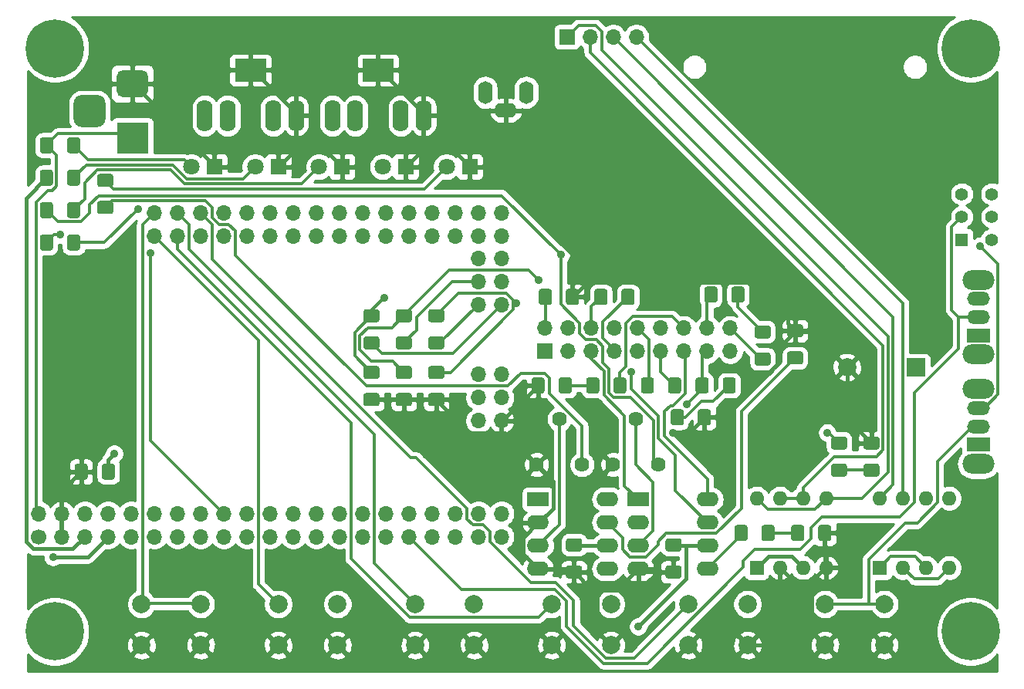
<source format=gbl>
G04 #@! TF.GenerationSoftware,KiCad,Pcbnew,(5.1.6)-1*
G04 #@! TF.CreationDate,2021-01-09T08:19:16+02:00*
G04 #@! TF.ProjectId,MegaDuino_PM_1_3_Buzz,4d656761-4475-4696-9e6f-5f504d5f315f,rev?*
G04 #@! TF.SameCoordinates,Original*
G04 #@! TF.FileFunction,Copper,L2,Bot*
G04 #@! TF.FilePolarity,Positive*
%FSLAX46Y46*%
G04 Gerber Fmt 4.6, Leading zero omitted, Abs format (unit mm)*
G04 Created by KiCad (PCBNEW (5.1.6)-1) date 2021-01-09 08:19:16*
%MOMM*%
%LPD*%
G01*
G04 APERTURE LIST*
G04 #@! TA.AperFunction,ComponentPad*
%ADD10O,3.500000X2.200000*%
G04 #@! TD*
G04 #@! TA.AperFunction,ComponentPad*
%ADD11O,2.500000X1.500000*%
G04 #@! TD*
G04 #@! TA.AperFunction,ComponentPad*
%ADD12R,2.500000X1.500000*%
G04 #@! TD*
G04 #@! TA.AperFunction,ComponentPad*
%ADD13O,1.700000X1.700000*%
G04 #@! TD*
G04 #@! TA.AperFunction,ComponentPad*
%ADD14C,1.700000*%
G04 #@! TD*
G04 #@! TA.AperFunction,ComponentPad*
%ADD15C,1.800000*%
G04 #@! TD*
G04 #@! TA.AperFunction,ComponentPad*
%ADD16R,1.800000X1.800000*%
G04 #@! TD*
G04 #@! TA.AperFunction,ComponentPad*
%ADD17C,2.000000*%
G04 #@! TD*
G04 #@! TA.AperFunction,ComponentPad*
%ADD18C,1.400000*%
G04 #@! TD*
G04 #@! TA.AperFunction,ComponentPad*
%ADD19R,1.400000X1.400000*%
G04 #@! TD*
G04 #@! TA.AperFunction,ComponentPad*
%ADD20O,1.600000X2.500000*%
G04 #@! TD*
G04 #@! TA.AperFunction,ComponentPad*
%ADD21O,2.500000X1.600000*%
G04 #@! TD*
G04 #@! TA.AperFunction,ComponentPad*
%ADD22R,1.700000X1.700000*%
G04 #@! TD*
G04 #@! TA.AperFunction,ComponentPad*
%ADD23R,3.500000X2.500000*%
G04 #@! TD*
G04 #@! TA.AperFunction,ComponentPad*
%ADD24O,1.750000X3.500000*%
G04 #@! TD*
G04 #@! TA.AperFunction,ComponentPad*
%ADD25O,1.600000X1.600000*%
G04 #@! TD*
G04 #@! TA.AperFunction,ComponentPad*
%ADD26R,1.600000X1.600000*%
G04 #@! TD*
G04 #@! TA.AperFunction,ComponentPad*
%ADD27O,2.400000X1.600000*%
G04 #@! TD*
G04 #@! TA.AperFunction,ComponentPad*
%ADD28R,2.400000X1.600000*%
G04 #@! TD*
G04 #@! TA.AperFunction,ComponentPad*
%ADD29C,1.620000*%
G04 #@! TD*
G04 #@! TA.AperFunction,ComponentPad*
%ADD30R,2.000000X2.000000*%
G04 #@! TD*
G04 #@! TA.AperFunction,ComponentPad*
%ADD31C,0.800000*%
G04 #@! TD*
G04 #@! TA.AperFunction,ComponentPad*
%ADD32C,6.400000*%
G04 #@! TD*
G04 #@! TA.AperFunction,ComponentPad*
%ADD33R,3.500000X3.500000*%
G04 #@! TD*
G04 #@! TA.AperFunction,ViaPad*
%ADD34C,0.900000*%
G04 #@! TD*
G04 #@! TA.AperFunction,Conductor*
%ADD35C,0.400000*%
G04 #@! TD*
G04 #@! TA.AperFunction,Conductor*
%ADD36C,0.300000*%
G04 #@! TD*
G04 #@! TA.AperFunction,Conductor*
%ADD37C,0.254000*%
G04 #@! TD*
G04 APERTURE END LIST*
D10*
X223800000Y-135400000D03*
X223800000Y-143600000D03*
D11*
X223800000Y-137500000D03*
X223800000Y-139500000D03*
D12*
X223800000Y-141500000D03*
D10*
X223800000Y-147400000D03*
X223800000Y-155600000D03*
D11*
X223800000Y-149500000D03*
X223800000Y-151500000D03*
D12*
X223800000Y-153500000D03*
G04 #@! TA.AperFunction,SMDPad,CuDef*
G36*
G01*
X200038000Y-163820000D02*
X200038000Y-162570000D01*
G75*
G02*
X200288000Y-162320000I250000J0D01*
G01*
X201213000Y-162320000D01*
G75*
G02*
X201463000Y-162570000I0J-250000D01*
G01*
X201463000Y-163820000D01*
G75*
G02*
X201213000Y-164070000I-250000J0D01*
G01*
X200288000Y-164070000D01*
G75*
G02*
X200038000Y-163820000I0J250000D01*
G01*
G37*
G04 #@! TD.AperFunction*
G04 #@! TA.AperFunction,SMDPad,CuDef*
G36*
G01*
X197063000Y-163820000D02*
X197063000Y-162570000D01*
G75*
G02*
X197313000Y-162320000I250000J0D01*
G01*
X198238000Y-162320000D01*
G75*
G02*
X198488000Y-162570000I0J-250000D01*
G01*
X198488000Y-163820000D01*
G75*
G02*
X198238000Y-164070000I-250000J0D01*
G01*
X197313000Y-164070000D01*
G75*
G02*
X197063000Y-163820000I0J250000D01*
G01*
G37*
G04 #@! TD.AperFunction*
G04 #@! TA.AperFunction,SMDPad,CuDef*
G36*
G01*
X203083000Y-143269000D02*
X204333000Y-143269000D01*
G75*
G02*
X204583000Y-143519000I0J-250000D01*
G01*
X204583000Y-144444000D01*
G75*
G02*
X204333000Y-144694000I-250000J0D01*
G01*
X203083000Y-144694000D01*
G75*
G02*
X202833000Y-144444000I0J250000D01*
G01*
X202833000Y-143519000D01*
G75*
G02*
X203083000Y-143269000I250000J0D01*
G01*
G37*
G04 #@! TD.AperFunction*
G04 #@! TA.AperFunction,SMDPad,CuDef*
G36*
G01*
X203083000Y-140294000D02*
X204333000Y-140294000D01*
G75*
G02*
X204583000Y-140544000I0J-250000D01*
G01*
X204583000Y-141469000D01*
G75*
G02*
X204333000Y-141719000I-250000J0D01*
G01*
X203083000Y-141719000D01*
G75*
G02*
X202833000Y-141469000I0J250000D01*
G01*
X202833000Y-140544000D01*
G75*
G02*
X203083000Y-140294000I250000J0D01*
G01*
G37*
G04 #@! TD.AperFunction*
G04 #@! TA.AperFunction,SMDPad,CuDef*
G36*
G01*
X123838000Y-131943000D02*
X123838000Y-130693000D01*
G75*
G02*
X124088000Y-130443000I250000J0D01*
G01*
X125013000Y-130443000D01*
G75*
G02*
X125263000Y-130693000I0J-250000D01*
G01*
X125263000Y-131943000D01*
G75*
G02*
X125013000Y-132193000I-250000J0D01*
G01*
X124088000Y-132193000D01*
G75*
G02*
X123838000Y-131943000I0J250000D01*
G01*
G37*
G04 #@! TD.AperFunction*
G04 #@! TA.AperFunction,SMDPad,CuDef*
G36*
G01*
X120863000Y-131943000D02*
X120863000Y-130693000D01*
G75*
G02*
X121113000Y-130443000I250000J0D01*
G01*
X122038000Y-130443000D01*
G75*
G02*
X122288000Y-130693000I0J-250000D01*
G01*
X122288000Y-131943000D01*
G75*
G02*
X122038000Y-132193000I-250000J0D01*
G01*
X121113000Y-132193000D01*
G75*
G02*
X120863000Y-131943000I0J250000D01*
G01*
G37*
G04 #@! TD.AperFunction*
G04 #@! TA.AperFunction,SMDPad,CuDef*
G36*
G01*
X128641000Y-125209000D02*
X127391000Y-125209000D01*
G75*
G02*
X127141000Y-124959000I0J250000D01*
G01*
X127141000Y-124034000D01*
G75*
G02*
X127391000Y-123784000I250000J0D01*
G01*
X128641000Y-123784000D01*
G75*
G02*
X128891000Y-124034000I0J-250000D01*
G01*
X128891000Y-124959000D01*
G75*
G02*
X128641000Y-125209000I-250000J0D01*
G01*
G37*
G04 #@! TD.AperFunction*
G04 #@! TA.AperFunction,SMDPad,CuDef*
G36*
G01*
X128641000Y-128184000D02*
X127391000Y-128184000D01*
G75*
G02*
X127141000Y-127934000I0J250000D01*
G01*
X127141000Y-127009000D01*
G75*
G02*
X127391000Y-126759000I250000J0D01*
G01*
X128641000Y-126759000D01*
G75*
G02*
X128891000Y-127009000I0J-250000D01*
G01*
X128891000Y-127934000D01*
G75*
G02*
X128641000Y-128184000I-250000J0D01*
G01*
G37*
G04 #@! TD.AperFunction*
G04 #@! TA.AperFunction,SMDPad,CuDef*
G36*
G01*
X123838000Y-128387000D02*
X123838000Y-127137000D01*
G75*
G02*
X124088000Y-126887000I250000J0D01*
G01*
X125013000Y-126887000D01*
G75*
G02*
X125263000Y-127137000I0J-250000D01*
G01*
X125263000Y-128387000D01*
G75*
G02*
X125013000Y-128637000I-250000J0D01*
G01*
X124088000Y-128637000D01*
G75*
G02*
X123838000Y-128387000I0J250000D01*
G01*
G37*
G04 #@! TD.AperFunction*
G04 #@! TA.AperFunction,SMDPad,CuDef*
G36*
G01*
X120863000Y-128387000D02*
X120863000Y-127137000D01*
G75*
G02*
X121113000Y-126887000I250000J0D01*
G01*
X122038000Y-126887000D01*
G75*
G02*
X122288000Y-127137000I0J-250000D01*
G01*
X122288000Y-128387000D01*
G75*
G02*
X122038000Y-128637000I-250000J0D01*
G01*
X121113000Y-128637000D01*
G75*
G02*
X120863000Y-128387000I0J250000D01*
G01*
G37*
G04 #@! TD.AperFunction*
G04 #@! TA.AperFunction,SMDPad,CuDef*
G36*
G01*
X207909000Y-155588000D02*
X209159000Y-155588000D01*
G75*
G02*
X209409000Y-155838000I0J-250000D01*
G01*
X209409000Y-156763000D01*
G75*
G02*
X209159000Y-157013000I-250000J0D01*
G01*
X207909000Y-157013000D01*
G75*
G02*
X207659000Y-156763000I0J250000D01*
G01*
X207659000Y-155838000D01*
G75*
G02*
X207909000Y-155588000I250000J0D01*
G01*
G37*
G04 #@! TD.AperFunction*
G04 #@! TA.AperFunction,SMDPad,CuDef*
G36*
G01*
X207909000Y-152613000D02*
X209159000Y-152613000D01*
G75*
G02*
X209409000Y-152863000I0J-250000D01*
G01*
X209409000Y-153788000D01*
G75*
G02*
X209159000Y-154038000I-250000J0D01*
G01*
X207909000Y-154038000D01*
G75*
G02*
X207659000Y-153788000I0J250000D01*
G01*
X207659000Y-152863000D01*
G75*
G02*
X207909000Y-152613000I250000J0D01*
G01*
G37*
G04 #@! TD.AperFunction*
G04 #@! TA.AperFunction,SMDPad,CuDef*
G36*
G01*
X195775000Y-147625000D02*
X195775000Y-146375000D01*
G75*
G02*
X196025000Y-146125000I250000J0D01*
G01*
X196950000Y-146125000D01*
G75*
G02*
X197200000Y-146375000I0J-250000D01*
G01*
X197200000Y-147625000D01*
G75*
G02*
X196950000Y-147875000I-250000J0D01*
G01*
X196025000Y-147875000D01*
G75*
G02*
X195775000Y-147625000I0J250000D01*
G01*
G37*
G04 #@! TD.AperFunction*
G04 #@! TA.AperFunction,SMDPad,CuDef*
G36*
G01*
X192800000Y-147625000D02*
X192800000Y-146375000D01*
G75*
G02*
X193050000Y-146125000I250000J0D01*
G01*
X193975000Y-146125000D01*
G75*
G02*
X194225000Y-146375000I0J-250000D01*
G01*
X194225000Y-147625000D01*
G75*
G02*
X193975000Y-147875000I-250000J0D01*
G01*
X193050000Y-147875000D01*
G75*
G02*
X192800000Y-147625000I0J250000D01*
G01*
G37*
G04 #@! TD.AperFunction*
G04 #@! TA.AperFunction,SMDPad,CuDef*
G36*
G01*
X199527000Y-143396000D02*
X200777000Y-143396000D01*
G75*
G02*
X201027000Y-143646000I0J-250000D01*
G01*
X201027000Y-144571000D01*
G75*
G02*
X200777000Y-144821000I-250000J0D01*
G01*
X199527000Y-144821000D01*
G75*
G02*
X199277000Y-144571000I0J250000D01*
G01*
X199277000Y-143646000D01*
G75*
G02*
X199527000Y-143396000I250000J0D01*
G01*
G37*
G04 #@! TD.AperFunction*
G04 #@! TA.AperFunction,SMDPad,CuDef*
G36*
G01*
X199527000Y-140421000D02*
X200777000Y-140421000D01*
G75*
G02*
X201027000Y-140671000I0J-250000D01*
G01*
X201027000Y-141596000D01*
G75*
G02*
X200777000Y-141846000I-250000J0D01*
G01*
X199527000Y-141846000D01*
G75*
G02*
X199277000Y-141596000I0J250000D01*
G01*
X199277000Y-140671000D01*
G75*
G02*
X199527000Y-140421000I250000J0D01*
G01*
G37*
G04 #@! TD.AperFunction*
G04 #@! TA.AperFunction,SMDPad,CuDef*
G36*
G01*
X182225000Y-146375000D02*
X182225000Y-147625000D01*
G75*
G02*
X181975000Y-147875000I-250000J0D01*
G01*
X181050000Y-147875000D01*
G75*
G02*
X180800000Y-147625000I0J250000D01*
G01*
X180800000Y-146375000D01*
G75*
G02*
X181050000Y-146125000I250000J0D01*
G01*
X181975000Y-146125000D01*
G75*
G02*
X182225000Y-146375000I0J-250000D01*
G01*
G37*
G04 #@! TD.AperFunction*
G04 #@! TA.AperFunction,SMDPad,CuDef*
G36*
G01*
X185200000Y-146375000D02*
X185200000Y-147625000D01*
G75*
G02*
X184950000Y-147875000I-250000J0D01*
G01*
X184025000Y-147875000D01*
G75*
G02*
X183775000Y-147625000I0J250000D01*
G01*
X183775000Y-146375000D01*
G75*
G02*
X184025000Y-146125000I250000J0D01*
G01*
X184950000Y-146125000D01*
G75*
G02*
X185200000Y-146375000I0J-250000D01*
G01*
G37*
G04 #@! TD.AperFunction*
G04 #@! TA.AperFunction,SMDPad,CuDef*
G36*
G01*
X183121000Y-136662000D02*
X183121000Y-137912000D01*
G75*
G02*
X182871000Y-138162000I-250000J0D01*
G01*
X181946000Y-138162000D01*
G75*
G02*
X181696000Y-137912000I0J250000D01*
G01*
X181696000Y-136662000D01*
G75*
G02*
X181946000Y-136412000I250000J0D01*
G01*
X182871000Y-136412000D01*
G75*
G02*
X183121000Y-136662000I0J-250000D01*
G01*
G37*
G04 #@! TD.AperFunction*
G04 #@! TA.AperFunction,SMDPad,CuDef*
G36*
G01*
X186096000Y-136662000D02*
X186096000Y-137912000D01*
G75*
G02*
X185846000Y-138162000I-250000J0D01*
G01*
X184921000Y-138162000D01*
G75*
G02*
X184671000Y-137912000I0J250000D01*
G01*
X184671000Y-136662000D01*
G75*
G02*
X184921000Y-136412000I250000J0D01*
G01*
X185846000Y-136412000D01*
G75*
G02*
X186096000Y-136662000I0J-250000D01*
G01*
G37*
G04 #@! TD.AperFunction*
G04 #@! TA.AperFunction,SMDPad,CuDef*
G36*
G01*
X123838000Y-124831000D02*
X123838000Y-123581000D01*
G75*
G02*
X124088000Y-123331000I250000J0D01*
G01*
X125013000Y-123331000D01*
G75*
G02*
X125263000Y-123581000I0J-250000D01*
G01*
X125263000Y-124831000D01*
G75*
G02*
X125013000Y-125081000I-250000J0D01*
G01*
X124088000Y-125081000D01*
G75*
G02*
X123838000Y-124831000I0J250000D01*
G01*
G37*
G04 #@! TD.AperFunction*
G04 #@! TA.AperFunction,SMDPad,CuDef*
G36*
G01*
X120863000Y-124831000D02*
X120863000Y-123581000D01*
G75*
G02*
X121113000Y-123331000I250000J0D01*
G01*
X122038000Y-123331000D01*
G75*
G02*
X122288000Y-123581000I0J-250000D01*
G01*
X122288000Y-124831000D01*
G75*
G02*
X122038000Y-125081000I-250000J0D01*
G01*
X121113000Y-125081000D01*
G75*
G02*
X120863000Y-124831000I0J250000D01*
G01*
G37*
G04 #@! TD.AperFunction*
G04 #@! TA.AperFunction,SMDPad,CuDef*
G36*
G01*
X123838000Y-121275000D02*
X123838000Y-120025000D01*
G75*
G02*
X124088000Y-119775000I250000J0D01*
G01*
X125013000Y-119775000D01*
G75*
G02*
X125263000Y-120025000I0J-250000D01*
G01*
X125263000Y-121275000D01*
G75*
G02*
X125013000Y-121525000I-250000J0D01*
G01*
X124088000Y-121525000D01*
G75*
G02*
X123838000Y-121275000I0J250000D01*
G01*
G37*
G04 #@! TD.AperFunction*
G04 #@! TA.AperFunction,SMDPad,CuDef*
G36*
G01*
X120863000Y-121275000D02*
X120863000Y-120025000D01*
G75*
G02*
X121113000Y-119775000I250000J0D01*
G01*
X122038000Y-119775000D01*
G75*
G02*
X122288000Y-120025000I0J-250000D01*
G01*
X122288000Y-121275000D01*
G75*
G02*
X122038000Y-121525000I-250000J0D01*
G01*
X121113000Y-121525000D01*
G75*
G02*
X120863000Y-121275000I0J250000D01*
G01*
G37*
G04 #@! TD.AperFunction*
G04 #@! TA.AperFunction,SMDPad,CuDef*
G36*
G01*
X163713000Y-147841000D02*
X164963000Y-147841000D01*
G75*
G02*
X165213000Y-148091000I0J-250000D01*
G01*
X165213000Y-149016000D01*
G75*
G02*
X164963000Y-149266000I-250000J0D01*
G01*
X163713000Y-149266000D01*
G75*
G02*
X163463000Y-149016000I0J250000D01*
G01*
X163463000Y-148091000D01*
G75*
G02*
X163713000Y-147841000I250000J0D01*
G01*
G37*
G04 #@! TD.AperFunction*
G04 #@! TA.AperFunction,SMDPad,CuDef*
G36*
G01*
X163713000Y-144866000D02*
X164963000Y-144866000D01*
G75*
G02*
X165213000Y-145116000I0J-250000D01*
G01*
X165213000Y-146041000D01*
G75*
G02*
X164963000Y-146291000I-250000J0D01*
G01*
X163713000Y-146291000D01*
G75*
G02*
X163463000Y-146041000I0J250000D01*
G01*
X163463000Y-145116000D01*
G75*
G02*
X163713000Y-144866000I250000J0D01*
G01*
G37*
G04 #@! TD.AperFunction*
G04 #@! TA.AperFunction,SMDPad,CuDef*
G36*
G01*
X164963000Y-140068000D02*
X163713000Y-140068000D01*
G75*
G02*
X163463000Y-139818000I0J250000D01*
G01*
X163463000Y-138893000D01*
G75*
G02*
X163713000Y-138643000I250000J0D01*
G01*
X164963000Y-138643000D01*
G75*
G02*
X165213000Y-138893000I0J-250000D01*
G01*
X165213000Y-139818000D01*
G75*
G02*
X164963000Y-140068000I-250000J0D01*
G01*
G37*
G04 #@! TD.AperFunction*
G04 #@! TA.AperFunction,SMDPad,CuDef*
G36*
G01*
X164963000Y-143043000D02*
X163713000Y-143043000D01*
G75*
G02*
X163463000Y-142793000I0J250000D01*
G01*
X163463000Y-141868000D01*
G75*
G02*
X163713000Y-141618000I250000J0D01*
G01*
X164963000Y-141618000D01*
G75*
G02*
X165213000Y-141868000I0J-250000D01*
G01*
X165213000Y-142793000D01*
G75*
G02*
X164963000Y-143043000I-250000J0D01*
G01*
G37*
G04 #@! TD.AperFunction*
G04 #@! TA.AperFunction,SMDPad,CuDef*
G36*
G01*
X160157000Y-147841000D02*
X161407000Y-147841000D01*
G75*
G02*
X161657000Y-148091000I0J-250000D01*
G01*
X161657000Y-149016000D01*
G75*
G02*
X161407000Y-149266000I-250000J0D01*
G01*
X160157000Y-149266000D01*
G75*
G02*
X159907000Y-149016000I0J250000D01*
G01*
X159907000Y-148091000D01*
G75*
G02*
X160157000Y-147841000I250000J0D01*
G01*
G37*
G04 #@! TD.AperFunction*
G04 #@! TA.AperFunction,SMDPad,CuDef*
G36*
G01*
X160157000Y-144866000D02*
X161407000Y-144866000D01*
G75*
G02*
X161657000Y-145116000I0J-250000D01*
G01*
X161657000Y-146041000D01*
G75*
G02*
X161407000Y-146291000I-250000J0D01*
G01*
X160157000Y-146291000D01*
G75*
G02*
X159907000Y-146041000I0J250000D01*
G01*
X159907000Y-145116000D01*
G75*
G02*
X160157000Y-144866000I250000J0D01*
G01*
G37*
G04 #@! TD.AperFunction*
G04 #@! TA.AperFunction,SMDPad,CuDef*
G36*
G01*
X161407000Y-140068000D02*
X160157000Y-140068000D01*
G75*
G02*
X159907000Y-139818000I0J250000D01*
G01*
X159907000Y-138893000D01*
G75*
G02*
X160157000Y-138643000I250000J0D01*
G01*
X161407000Y-138643000D01*
G75*
G02*
X161657000Y-138893000I0J-250000D01*
G01*
X161657000Y-139818000D01*
G75*
G02*
X161407000Y-140068000I-250000J0D01*
G01*
G37*
G04 #@! TD.AperFunction*
G04 #@! TA.AperFunction,SMDPad,CuDef*
G36*
G01*
X161407000Y-143043000D02*
X160157000Y-143043000D01*
G75*
G02*
X159907000Y-142793000I0J250000D01*
G01*
X159907000Y-141868000D01*
G75*
G02*
X160157000Y-141618000I250000J0D01*
G01*
X161407000Y-141618000D01*
G75*
G02*
X161657000Y-141868000I0J-250000D01*
G01*
X161657000Y-142793000D01*
G75*
G02*
X161407000Y-143043000I-250000J0D01*
G01*
G37*
G04 #@! TD.AperFunction*
G04 #@! TA.AperFunction,SMDPad,CuDef*
G36*
G01*
X156601000Y-147841000D02*
X157851000Y-147841000D01*
G75*
G02*
X158101000Y-148091000I0J-250000D01*
G01*
X158101000Y-149016000D01*
G75*
G02*
X157851000Y-149266000I-250000J0D01*
G01*
X156601000Y-149266000D01*
G75*
G02*
X156351000Y-149016000I0J250000D01*
G01*
X156351000Y-148091000D01*
G75*
G02*
X156601000Y-147841000I250000J0D01*
G01*
G37*
G04 #@! TD.AperFunction*
G04 #@! TA.AperFunction,SMDPad,CuDef*
G36*
G01*
X156601000Y-144866000D02*
X157851000Y-144866000D01*
G75*
G02*
X158101000Y-145116000I0J-250000D01*
G01*
X158101000Y-146041000D01*
G75*
G02*
X157851000Y-146291000I-250000J0D01*
G01*
X156601000Y-146291000D01*
G75*
G02*
X156351000Y-146041000I0J250000D01*
G01*
X156351000Y-145116000D01*
G75*
G02*
X156601000Y-144866000I250000J0D01*
G01*
G37*
G04 #@! TD.AperFunction*
G04 #@! TA.AperFunction,SMDPad,CuDef*
G36*
G01*
X157851000Y-140068000D02*
X156601000Y-140068000D01*
G75*
G02*
X156351000Y-139818000I0J250000D01*
G01*
X156351000Y-138893000D01*
G75*
G02*
X156601000Y-138643000I250000J0D01*
G01*
X157851000Y-138643000D01*
G75*
G02*
X158101000Y-138893000I0J-250000D01*
G01*
X158101000Y-139818000D01*
G75*
G02*
X157851000Y-140068000I-250000J0D01*
G01*
G37*
G04 #@! TD.AperFunction*
G04 #@! TA.AperFunction,SMDPad,CuDef*
G36*
G01*
X157851000Y-143043000D02*
X156601000Y-143043000D01*
G75*
G02*
X156351000Y-142793000I0J250000D01*
G01*
X156351000Y-141868000D01*
G75*
G02*
X156601000Y-141618000I250000J0D01*
G01*
X157851000Y-141618000D01*
G75*
G02*
X158101000Y-141868000I0J-250000D01*
G01*
X158101000Y-142793000D01*
G75*
G02*
X157851000Y-143043000I-250000J0D01*
G01*
G37*
G04 #@! TD.AperFunction*
G04 #@! TA.AperFunction,SMDPad,CuDef*
G36*
G01*
X177025000Y-136662000D02*
X177025000Y-137912000D01*
G75*
G02*
X176775000Y-138162000I-250000J0D01*
G01*
X175850000Y-138162000D01*
G75*
G02*
X175600000Y-137912000I0J250000D01*
G01*
X175600000Y-136662000D01*
G75*
G02*
X175850000Y-136412000I250000J0D01*
G01*
X176775000Y-136412000D01*
G75*
G02*
X177025000Y-136662000I0J-250000D01*
G01*
G37*
G04 #@! TD.AperFunction*
G04 #@! TA.AperFunction,SMDPad,CuDef*
G36*
G01*
X180000000Y-136662000D02*
X180000000Y-137912000D01*
G75*
G02*
X179750000Y-138162000I-250000J0D01*
G01*
X178825000Y-138162000D01*
G75*
G02*
X178575000Y-137912000I0J250000D01*
G01*
X178575000Y-136662000D01*
G75*
G02*
X178825000Y-136412000I250000J0D01*
G01*
X179750000Y-136412000D01*
G75*
G02*
X180000000Y-136662000I0J-250000D01*
G01*
G37*
G04 #@! TD.AperFunction*
G04 #@! TA.AperFunction,SMDPad,CuDef*
G36*
G01*
X212715000Y-154038000D02*
X211465000Y-154038000D01*
G75*
G02*
X211215000Y-153788000I0J250000D01*
G01*
X211215000Y-152863000D01*
G75*
G02*
X211465000Y-152613000I250000J0D01*
G01*
X212715000Y-152613000D01*
G75*
G02*
X212965000Y-152863000I0J-250000D01*
G01*
X212965000Y-153788000D01*
G75*
G02*
X212715000Y-154038000I-250000J0D01*
G01*
G37*
G04 #@! TD.AperFunction*
G04 #@! TA.AperFunction,SMDPad,CuDef*
G36*
G01*
X212715000Y-157013000D02*
X211465000Y-157013000D01*
G75*
G02*
X211215000Y-156763000I0J250000D01*
G01*
X211215000Y-155838000D01*
G75*
G02*
X211465000Y-155588000I250000J0D01*
G01*
X212715000Y-155588000D01*
G75*
G02*
X212965000Y-155838000I0J-250000D01*
G01*
X212965000Y-156763000D01*
G75*
G02*
X212715000Y-157013000I-250000J0D01*
G01*
G37*
G04 #@! TD.AperFunction*
G04 #@! TA.AperFunction,SMDPad,CuDef*
G36*
G01*
X196736000Y-137658000D02*
X196736000Y-136408000D01*
G75*
G02*
X196986000Y-136158000I250000J0D01*
G01*
X197911000Y-136158000D01*
G75*
G02*
X198161000Y-136408000I0J-250000D01*
G01*
X198161000Y-137658000D01*
G75*
G02*
X197911000Y-137908000I-250000J0D01*
G01*
X196986000Y-137908000D01*
G75*
G02*
X196736000Y-137658000I0J250000D01*
G01*
G37*
G04 #@! TD.AperFunction*
G04 #@! TA.AperFunction,SMDPad,CuDef*
G36*
G01*
X193761000Y-137658000D02*
X193761000Y-136408000D01*
G75*
G02*
X194011000Y-136158000I250000J0D01*
G01*
X194936000Y-136158000D01*
G75*
G02*
X195186000Y-136408000I0J-250000D01*
G01*
X195186000Y-137658000D01*
G75*
G02*
X194936000Y-137908000I-250000J0D01*
G01*
X194011000Y-137908000D01*
G75*
G02*
X193761000Y-137658000I0J250000D01*
G01*
G37*
G04 #@! TD.AperFunction*
G04 #@! TA.AperFunction,SMDPad,CuDef*
G36*
G01*
X193053000Y-151120000D02*
X193053000Y-149870000D01*
G75*
G02*
X193303000Y-149620000I250000J0D01*
G01*
X194228000Y-149620000D01*
G75*
G02*
X194478000Y-149870000I0J-250000D01*
G01*
X194478000Y-151120000D01*
G75*
G02*
X194228000Y-151370000I-250000J0D01*
G01*
X193303000Y-151370000D01*
G75*
G02*
X193053000Y-151120000I0J250000D01*
G01*
G37*
G04 #@! TD.AperFunction*
G04 #@! TA.AperFunction,SMDPad,CuDef*
G36*
G01*
X190078000Y-151120000D02*
X190078000Y-149870000D01*
G75*
G02*
X190328000Y-149620000I250000J0D01*
G01*
X191253000Y-149620000D01*
G75*
G02*
X191503000Y-149870000I0J-250000D01*
G01*
X191503000Y-151120000D01*
G75*
G02*
X191253000Y-151370000I-250000J0D01*
G01*
X190328000Y-151370000D01*
G75*
G02*
X190078000Y-151120000I0J250000D01*
G01*
G37*
G04 #@! TD.AperFunction*
G04 #@! TA.AperFunction,SMDPad,CuDef*
G36*
G01*
X180076000Y-165214000D02*
X178826000Y-165214000D01*
G75*
G02*
X178576000Y-164964000I0J250000D01*
G01*
X178576000Y-164039000D01*
G75*
G02*
X178826000Y-163789000I250000J0D01*
G01*
X180076000Y-163789000D01*
G75*
G02*
X180326000Y-164039000I0J-250000D01*
G01*
X180326000Y-164964000D01*
G75*
G02*
X180076000Y-165214000I-250000J0D01*
G01*
G37*
G04 #@! TD.AperFunction*
G04 #@! TA.AperFunction,SMDPad,CuDef*
G36*
G01*
X180076000Y-168189000D02*
X178826000Y-168189000D01*
G75*
G02*
X178576000Y-167939000I0J250000D01*
G01*
X178576000Y-167014000D01*
G75*
G02*
X178826000Y-166764000I250000J0D01*
G01*
X180076000Y-166764000D01*
G75*
G02*
X180326000Y-167014000I0J-250000D01*
G01*
X180326000Y-167939000D01*
G75*
G02*
X180076000Y-168189000I-250000J0D01*
G01*
G37*
G04 #@! TD.AperFunction*
G04 #@! TA.AperFunction,SMDPad,CuDef*
G36*
G01*
X206261000Y-163820000D02*
X206261000Y-162570000D01*
G75*
G02*
X206511000Y-162320000I250000J0D01*
G01*
X207436000Y-162320000D01*
G75*
G02*
X207686000Y-162570000I0J-250000D01*
G01*
X207686000Y-163820000D01*
G75*
G02*
X207436000Y-164070000I-250000J0D01*
G01*
X206511000Y-164070000D01*
G75*
G02*
X206261000Y-163820000I0J250000D01*
G01*
G37*
G04 #@! TD.AperFunction*
G04 #@! TA.AperFunction,SMDPad,CuDef*
G36*
G01*
X203286000Y-163820000D02*
X203286000Y-162570000D01*
G75*
G02*
X203536000Y-162320000I250000J0D01*
G01*
X204461000Y-162320000D01*
G75*
G02*
X204711000Y-162570000I0J-250000D01*
G01*
X204711000Y-163820000D01*
G75*
G02*
X204461000Y-164070000I-250000J0D01*
G01*
X203536000Y-164070000D01*
G75*
G02*
X203286000Y-163820000I0J250000D01*
G01*
G37*
G04 #@! TD.AperFunction*
G04 #@! TA.AperFunction,SMDPad,CuDef*
G36*
G01*
X189775000Y-147625000D02*
X189775000Y-146375000D01*
G75*
G02*
X190025000Y-146125000I250000J0D01*
G01*
X190950000Y-146125000D01*
G75*
G02*
X191200000Y-146375000I0J-250000D01*
G01*
X191200000Y-147625000D01*
G75*
G02*
X190950000Y-147875000I-250000J0D01*
G01*
X190025000Y-147875000D01*
G75*
G02*
X189775000Y-147625000I0J250000D01*
G01*
G37*
G04 #@! TD.AperFunction*
G04 #@! TA.AperFunction,SMDPad,CuDef*
G36*
G01*
X186800000Y-147625000D02*
X186800000Y-146375000D01*
G75*
G02*
X187050000Y-146125000I250000J0D01*
G01*
X187975000Y-146125000D01*
G75*
G02*
X188225000Y-146375000I0J-250000D01*
G01*
X188225000Y-147625000D01*
G75*
G02*
X187975000Y-147875000I-250000J0D01*
G01*
X187050000Y-147875000D01*
G75*
G02*
X186800000Y-147625000I0J250000D01*
G01*
G37*
G04 #@! TD.AperFunction*
G04 #@! TA.AperFunction,SMDPad,CuDef*
G36*
G01*
X176225000Y-146375000D02*
X176225000Y-147625000D01*
G75*
G02*
X175975000Y-147875000I-250000J0D01*
G01*
X175050000Y-147875000D01*
G75*
G02*
X174800000Y-147625000I0J250000D01*
G01*
X174800000Y-146375000D01*
G75*
G02*
X175050000Y-146125000I250000J0D01*
G01*
X175975000Y-146125000D01*
G75*
G02*
X176225000Y-146375000I0J-250000D01*
G01*
G37*
G04 #@! TD.AperFunction*
G04 #@! TA.AperFunction,SMDPad,CuDef*
G36*
G01*
X179200000Y-146375000D02*
X179200000Y-147625000D01*
G75*
G02*
X178950000Y-147875000I-250000J0D01*
G01*
X178025000Y-147875000D01*
G75*
G02*
X177775000Y-147625000I0J250000D01*
G01*
X177775000Y-146375000D01*
G75*
G02*
X178025000Y-146125000I250000J0D01*
G01*
X178950000Y-146125000D01*
G75*
G02*
X179200000Y-146375000I0J-250000D01*
G01*
G37*
G04 #@! TD.AperFunction*
G04 #@! TA.AperFunction,SMDPad,CuDef*
G36*
G01*
X189748000Y-166764000D02*
X190998000Y-166764000D01*
G75*
G02*
X191248000Y-167014000I0J-250000D01*
G01*
X191248000Y-167939000D01*
G75*
G02*
X190998000Y-168189000I-250000J0D01*
G01*
X189748000Y-168189000D01*
G75*
G02*
X189498000Y-167939000I0J250000D01*
G01*
X189498000Y-167014000D01*
G75*
G02*
X189748000Y-166764000I250000J0D01*
G01*
G37*
G04 #@! TD.AperFunction*
G04 #@! TA.AperFunction,SMDPad,CuDef*
G36*
G01*
X189748000Y-163789000D02*
X190998000Y-163789000D01*
G75*
G02*
X191248000Y-164039000I0J-250000D01*
G01*
X191248000Y-164964000D01*
G75*
G02*
X190998000Y-165214000I-250000J0D01*
G01*
X189748000Y-165214000D01*
G75*
G02*
X189498000Y-164964000I0J250000D01*
G01*
X189498000Y-164039000D01*
G75*
G02*
X189748000Y-163789000I250000J0D01*
G01*
G37*
G04 #@! TD.AperFunction*
G04 #@! TA.AperFunction,SMDPad,CuDef*
G36*
G01*
X127648000Y-157089000D02*
X127648000Y-155839000D01*
G75*
G02*
X127898000Y-155589000I250000J0D01*
G01*
X128823000Y-155589000D01*
G75*
G02*
X129073000Y-155839000I0J-250000D01*
G01*
X129073000Y-157089000D01*
G75*
G02*
X128823000Y-157339000I-250000J0D01*
G01*
X127898000Y-157339000D01*
G75*
G02*
X127648000Y-157089000I0J250000D01*
G01*
G37*
G04 #@! TD.AperFunction*
G04 #@! TA.AperFunction,SMDPad,CuDef*
G36*
G01*
X124673000Y-157089000D02*
X124673000Y-155839000D01*
G75*
G02*
X124923000Y-155589000I250000J0D01*
G01*
X125848000Y-155589000D01*
G75*
G02*
X126098000Y-155839000I0J-250000D01*
G01*
X126098000Y-157089000D01*
G75*
G02*
X125848000Y-157339000I-250000J0D01*
G01*
X124923000Y-157339000D01*
G75*
G02*
X124673000Y-157089000I0J250000D01*
G01*
G37*
G04 #@! TD.AperFunction*
D13*
X171475000Y-138155000D03*
X171475000Y-135615000D03*
X171475000Y-133075000D03*
X168935000Y-133075000D03*
X168935000Y-138155000D03*
X168935000Y-135615000D03*
X171500000Y-150880000D03*
X171500000Y-148340000D03*
X171500000Y-145800000D03*
X168960000Y-145800000D03*
X168960000Y-150880000D03*
X168960000Y-148340000D03*
X135940000Y-128045000D03*
X135940000Y-130585000D03*
X138480000Y-130585000D03*
X141020000Y-128045000D03*
X141020000Y-130585000D03*
X143560000Y-128045000D03*
X138480000Y-128045000D03*
X143560000Y-130585000D03*
X133400000Y-130585000D03*
X133400000Y-128045000D03*
X146100000Y-128045000D03*
X146100000Y-130585000D03*
X148640000Y-128045000D03*
X148640000Y-130585000D03*
X151180000Y-128045000D03*
X151180000Y-130585000D03*
X153720000Y-128045000D03*
X153720000Y-130585000D03*
X156260000Y-128045000D03*
X156260000Y-130585000D03*
X158800000Y-128045000D03*
X168960000Y-128045000D03*
X166420000Y-128045000D03*
X168960000Y-130585000D03*
X158800000Y-130585000D03*
X163880000Y-130585000D03*
X171500000Y-130585000D03*
X163880000Y-128045000D03*
X166420000Y-130585000D03*
X161340000Y-128045000D03*
X171500000Y-128045000D03*
X161340000Y-130585000D03*
X125780000Y-163600000D03*
X130860000Y-163600000D03*
X135940000Y-161060000D03*
X146100000Y-163600000D03*
X146100000Y-161060000D03*
X153720000Y-161060000D03*
X156260000Y-163600000D03*
X128320000Y-161060000D03*
X123240000Y-161060000D03*
X128320000Y-163600000D03*
X130860000Y-161060000D03*
X133400000Y-161060000D03*
X138480000Y-163600000D03*
X143560000Y-163600000D03*
X143560000Y-161060000D03*
X148640000Y-163600000D03*
D14*
X120700000Y-163600000D03*
D13*
X148640000Y-161060000D03*
X141020000Y-163600000D03*
X151180000Y-163600000D03*
X151180000Y-161060000D03*
X123240000Y-163600000D03*
X133400000Y-163600000D03*
X141020000Y-161060000D03*
X153720000Y-163600000D03*
X125780000Y-161060000D03*
X135940000Y-163600000D03*
X138480000Y-161060000D03*
X120700000Y-161060000D03*
X168960000Y-161060000D03*
X166420000Y-163600000D03*
X158800000Y-161060000D03*
X171500000Y-163600000D03*
X166420000Y-161060000D03*
X168960000Y-163600000D03*
X156260000Y-161060000D03*
X161340000Y-161060000D03*
X163880000Y-163600000D03*
X171500000Y-161060000D03*
X158800000Y-163600000D03*
X163880000Y-161060000D03*
X161340000Y-163600000D03*
D15*
X158460000Y-123000000D03*
D16*
X161000000Y-123000000D03*
D17*
X138500000Y-171000000D03*
X138500000Y-175500000D03*
X132000000Y-171000000D03*
X132000000Y-175500000D03*
D18*
X225300000Y-126000000D03*
X225300000Y-128500000D03*
X225300000Y-131000000D03*
X222000000Y-126000000D03*
X222000000Y-128500000D03*
D19*
X222000000Y-131000000D03*
D17*
X213500000Y-171000000D03*
X213500000Y-175500000D03*
X207000000Y-171000000D03*
X207000000Y-175500000D03*
X198500000Y-171000000D03*
X198500000Y-175500000D03*
X192000000Y-171000000D03*
X192000000Y-175500000D03*
X183500000Y-171000000D03*
X183500000Y-175500000D03*
X177000000Y-171000000D03*
X177000000Y-175500000D03*
X168500000Y-171000000D03*
X168500000Y-175500000D03*
X162000000Y-171000000D03*
X162000000Y-175500000D03*
X153500000Y-171000000D03*
X153500000Y-175500000D03*
X147000000Y-171000000D03*
X147000000Y-175500000D03*
D20*
X169712000Y-114830000D03*
X174212000Y-114830000D03*
D21*
X171962000Y-116830000D03*
D15*
X165460000Y-123000000D03*
D16*
X168000000Y-123000000D03*
D15*
X151460000Y-123000000D03*
D16*
X154000000Y-123000000D03*
D13*
X196596000Y-140716000D03*
X196596000Y-143256000D03*
X194056000Y-140716000D03*
X194056000Y-143256000D03*
X191516000Y-140716000D03*
X191516000Y-143256000D03*
X188976000Y-140716000D03*
X188976000Y-143256000D03*
X186436000Y-140716000D03*
X186436000Y-143256000D03*
X183896000Y-140716000D03*
X183896000Y-143256000D03*
X181356000Y-140716000D03*
X181356000Y-143256000D03*
X178816000Y-140716000D03*
X178816000Y-143256000D03*
X176276000Y-140716000D03*
D22*
X176276000Y-143256000D03*
D23*
X157950000Y-112398000D03*
D24*
X162950000Y-117404000D03*
X160450000Y-117404000D03*
X152950000Y-117404000D03*
X155450000Y-117404000D03*
D13*
X183756000Y-108756000D03*
D22*
X178676000Y-108756000D03*
D13*
X186296000Y-108756000D03*
X181216000Y-108756000D03*
D23*
X143950000Y-112398000D03*
D24*
X148950000Y-117404000D03*
X146450000Y-117404000D03*
X138950000Y-117404000D03*
X141450000Y-117404000D03*
D25*
X213000000Y-159380000D03*
X220620000Y-167000000D03*
X215540000Y-159380000D03*
X218080000Y-167000000D03*
X218080000Y-159380000D03*
X215540000Y-167000000D03*
X220620000Y-159380000D03*
D26*
X213000000Y-167000000D03*
D27*
X183120000Y-159500000D03*
X175500000Y-167120000D03*
X183120000Y-162040000D03*
X175500000Y-164580000D03*
X183120000Y-164580000D03*
X175500000Y-162040000D03*
X183120000Y-167120000D03*
D28*
X175500000Y-159500000D03*
D29*
X180340000Y-155702000D03*
X177840000Y-150702000D03*
X175340000Y-155702000D03*
D17*
X209400000Y-145000000D03*
D30*
X217000000Y-145000000D03*
D31*
X224697056Y-108302944D03*
X223000000Y-107600000D03*
X221302944Y-108302944D03*
X220600000Y-110000000D03*
X221302944Y-111697056D03*
X223000000Y-112400000D03*
X224697056Y-111697056D03*
X225400000Y-110000000D03*
D32*
X223000000Y-110000000D03*
D31*
X124197056Y-108302944D03*
X122500000Y-107600000D03*
X120802944Y-108302944D03*
X120100000Y-110000000D03*
X120802944Y-111697056D03*
X122500000Y-112400000D03*
X124197056Y-111697056D03*
X124900000Y-110000000D03*
D32*
X122500000Y-110000000D03*
D31*
X224697056Y-172302944D03*
X223000000Y-171600000D03*
X221302944Y-172302944D03*
X220600000Y-174000000D03*
X221302944Y-175697056D03*
X223000000Y-176400000D03*
X224697056Y-175697056D03*
X225400000Y-174000000D03*
D32*
X223000000Y-174000000D03*
D31*
X124197056Y-172302944D03*
X122500000Y-171600000D03*
X120802944Y-172302944D03*
X120100000Y-174000000D03*
X120802944Y-175697056D03*
X122500000Y-176400000D03*
X124197056Y-175697056D03*
X124900000Y-174000000D03*
D32*
X122500000Y-174000000D03*
D27*
X194120000Y-159500000D03*
X186500000Y-167120000D03*
X194120000Y-162040000D03*
X186500000Y-164580000D03*
X194120000Y-164580000D03*
X186500000Y-162040000D03*
X194120000Y-167120000D03*
D28*
X186500000Y-159500000D03*
D25*
X199500000Y-159380000D03*
X207120000Y-167000000D03*
X202040000Y-159380000D03*
X204580000Y-167000000D03*
X204580000Y-159380000D03*
X202040000Y-167000000D03*
X207120000Y-159380000D03*
D26*
X199500000Y-167000000D03*
D29*
X188722000Y-155702000D03*
X186222000Y-150702000D03*
X183722000Y-155702000D03*
G04 #@! TA.AperFunction,ComponentPad*
G36*
G01*
X125425000Y-115138000D02*
X127175000Y-115138000D01*
G75*
G02*
X128050000Y-116013000I0J-875000D01*
G01*
X128050000Y-117763000D01*
G75*
G02*
X127175000Y-118638000I-875000J0D01*
G01*
X125425000Y-118638000D01*
G75*
G02*
X124550000Y-117763000I0J875000D01*
G01*
X124550000Y-116013000D01*
G75*
G02*
X125425000Y-115138000I875000J0D01*
G01*
G37*
G04 #@! TD.AperFunction*
G04 #@! TA.AperFunction,ComponentPad*
G36*
G01*
X130000000Y-112388000D02*
X132000000Y-112388000D01*
G75*
G02*
X132750000Y-113138000I0J-750000D01*
G01*
X132750000Y-114638000D01*
G75*
G02*
X132000000Y-115388000I-750000J0D01*
G01*
X130000000Y-115388000D01*
G75*
G02*
X129250000Y-114638000I0J750000D01*
G01*
X129250000Y-113138000D01*
G75*
G02*
X130000000Y-112388000I750000J0D01*
G01*
G37*
G04 #@! TD.AperFunction*
D33*
X131000000Y-119888000D03*
D15*
X137460000Y-123000000D03*
D16*
X140000000Y-123000000D03*
D15*
X144460000Y-123000000D03*
D16*
X147000000Y-123000000D03*
D34*
X122288500Y-165828500D03*
X129018300Y-154490000D03*
X190270200Y-152209700D03*
X202893900Y-138135200D03*
X178003300Y-132644500D03*
X132984000Y-132458800D03*
X158612000Y-137387200D03*
X175542700Y-135431800D03*
X173081100Y-137991300D03*
X224010000Y-131699200D03*
X185761800Y-145517200D03*
X207230000Y-152181600D03*
X123052000Y-130470400D03*
X191860600Y-149070300D03*
X131634800Y-127612700D03*
X186502200Y-173456200D03*
D35*
X128320000Y-163600000D02*
X126091500Y-165828500D01*
X126091500Y-165828500D02*
X122288500Y-165828500D01*
X129018300Y-154490000D02*
X128360500Y-155147800D01*
X128360500Y-155147800D02*
X128360500Y-156464000D01*
X164338000Y-148553500D02*
X160782000Y-148553500D01*
X171500000Y-152240300D02*
X168024800Y-152240300D01*
X168024800Y-152240300D02*
X164338000Y-148553500D01*
X169632000Y-123000000D02*
X168000000Y-123000000D01*
X180901200Y-135673300D02*
X180901200Y-134269200D01*
X180901200Y-134269200D02*
X169632000Y-123000000D01*
X171962000Y-116830000D02*
X171962000Y-120670000D01*
X171962000Y-120670000D02*
X169632000Y-123000000D01*
X162950000Y-121050000D02*
X162950000Y-117404000D01*
X161000000Y-123000000D02*
X162950000Y-121050000D01*
X162950000Y-121050000D02*
X166050000Y-121050000D01*
X166050000Y-121050000D02*
X168000000Y-123000000D01*
X193765500Y-150495000D02*
X192050800Y-152209700D01*
X192050800Y-152209700D02*
X190270200Y-152209700D01*
X203708000Y-141110500D02*
X201896900Y-142921600D01*
X201896900Y-142921600D02*
X201896900Y-144459300D01*
X201896900Y-144459300D02*
X195861200Y-150495000D01*
X195861200Y-150495000D02*
X193765500Y-150495000D01*
X180901200Y-135673300D02*
X179287500Y-137287000D01*
X202893900Y-138135200D02*
X200432000Y-135673300D01*
X200432000Y-135673300D02*
X180901200Y-135673300D01*
X202893900Y-138135200D02*
X202893900Y-140192400D01*
X202893900Y-140192400D02*
X203708000Y-141006500D01*
X206973500Y-167000000D02*
X206973500Y-163195000D01*
X205505100Y-168468400D02*
X206973500Y-167000000D01*
X206973500Y-167000000D02*
X207120000Y-167000000D01*
X205505100Y-168468400D02*
X203508400Y-168468400D01*
X203508400Y-168468400D02*
X202040000Y-167000000D01*
X205505100Y-174005100D02*
X205505100Y-168468400D01*
X175512500Y-147000000D02*
X171632500Y-150880000D01*
X171632500Y-150880000D02*
X171500000Y-150880000D01*
X123240000Y-161060000D02*
X123240000Y-158609500D01*
X123240000Y-158609500D02*
X125385500Y-156464000D01*
X123240000Y-163600000D02*
X123240000Y-161060000D01*
X205505100Y-174005100D02*
X204010200Y-175500000D01*
X204010200Y-175500000D02*
X198500000Y-175500000D01*
X207000000Y-175500000D02*
X205505100Y-174005100D01*
X148950000Y-121050000D02*
X152050000Y-121050000D01*
X152050000Y-121050000D02*
X154000000Y-123000000D01*
X162950000Y-117404000D02*
X162950000Y-117129100D01*
X162950000Y-117129100D02*
X158218900Y-112398000D01*
X158218900Y-112398000D02*
X157950000Y-112398000D01*
X131000000Y-113888000D02*
X140000000Y-122888000D01*
X140000000Y-122888000D02*
X140000000Y-123000000D01*
X203708000Y-141110500D02*
X205510500Y-141110500D01*
X205510500Y-141110500D02*
X209400000Y-145000000D01*
X203708000Y-141110500D02*
X203708000Y-141006500D01*
X186500000Y-167120000D02*
X186856500Y-167476500D01*
X186856500Y-167476500D02*
X190373000Y-167476500D01*
X182005800Y-169450400D02*
X184169600Y-169450400D01*
X184169600Y-169450400D02*
X186500000Y-167120000D01*
X179451000Y-167476500D02*
X181424900Y-169450400D01*
X181424900Y-169450400D02*
X182005800Y-169450400D01*
X183500000Y-175500000D02*
X182005800Y-174005800D01*
X182005800Y-174005800D02*
X182005800Y-169450400D01*
X175500000Y-162040000D02*
X173846500Y-163693500D01*
X173846500Y-163693500D02*
X173846500Y-165466500D01*
X173846500Y-165466500D02*
X175500000Y-167120000D01*
X175340000Y-155702000D02*
X177150400Y-157512400D01*
X177150400Y-157512400D02*
X177150400Y-160492900D01*
X177150400Y-160492900D02*
X175603300Y-162040000D01*
X175603300Y-162040000D02*
X175500000Y-162040000D01*
X171500000Y-152240300D02*
X171500000Y-150880000D01*
X175340000Y-155702000D02*
X171878300Y-152240300D01*
X171878300Y-152240300D02*
X171500000Y-152240300D01*
X157226000Y-148553500D02*
X160782000Y-148553500D01*
X209400000Y-145000000D02*
X209400000Y-150635500D01*
X209400000Y-150635500D02*
X212090000Y-153325500D01*
X148950000Y-121050000D02*
X147000000Y-123000000D01*
X148950000Y-117404000D02*
X148950000Y-121050000D01*
X143950000Y-112398000D02*
X144211300Y-112398000D01*
X144211300Y-112398000D02*
X148950000Y-117136700D01*
X148950000Y-117136700D02*
X148950000Y-117404000D01*
X175500000Y-167120000D02*
X179094500Y-167120000D01*
X179094500Y-167120000D02*
X179451000Y-167476500D01*
D36*
X121575500Y-127762000D02*
X122860400Y-129046900D01*
X122860400Y-129046900D02*
X125341400Y-129046900D01*
X125341400Y-129046900D02*
X126312900Y-128075400D01*
X126312900Y-128075400D02*
X126312900Y-127166300D01*
X126312900Y-127166300D02*
X127299500Y-126179700D01*
X127299500Y-126179700D02*
X171538500Y-126179700D01*
X171538500Y-126179700D02*
X178003300Y-132644500D01*
X188722000Y-155702000D02*
X188171700Y-155151700D01*
X188171700Y-155151700D02*
X188171700Y-150861800D01*
X188171700Y-150861800D02*
X185625100Y-148315200D01*
X185625100Y-148315200D02*
X183787800Y-148315200D01*
X183787800Y-148315200D02*
X183307600Y-147835000D01*
X183307600Y-147835000D02*
X183307600Y-145208000D01*
X183307600Y-145208000D02*
X182626000Y-144526400D01*
X182626000Y-144526400D02*
X182626000Y-142684800D01*
X182626000Y-142684800D02*
X181907600Y-141966400D01*
X181907600Y-141966400D02*
X180777400Y-141966400D01*
X180777400Y-141966400D02*
X180086000Y-141275000D01*
X180086000Y-141275000D02*
X180086000Y-140166700D01*
X180086000Y-140166700D02*
X178003300Y-138084000D01*
X178003300Y-138084000D02*
X178003300Y-132644500D01*
X194120000Y-167120000D02*
X197775500Y-163464500D01*
X197775500Y-163464500D02*
X197775500Y-163195000D01*
X203998500Y-163195000D02*
X200750500Y-163195000D01*
X120700000Y-161060000D02*
X120431300Y-160791300D01*
X120431300Y-160791300D02*
X120431300Y-126876700D01*
X120431300Y-126876700D02*
X121697600Y-125610400D01*
X121697600Y-125610400D02*
X122209700Y-125610400D01*
X122209700Y-125610400D02*
X122689700Y-125130400D01*
X122689700Y-125130400D02*
X122689700Y-121764200D01*
X122689700Y-121764200D02*
X121575500Y-120650000D01*
X131000000Y-119888000D02*
X130485600Y-119373600D01*
X130485600Y-119373600D02*
X122851900Y-119373600D01*
X122851900Y-119373600D02*
X121575500Y-120650000D01*
D35*
X199500000Y-167000000D02*
X200762900Y-165737100D01*
X200762900Y-165737100D02*
X203317100Y-165737100D01*
X203317100Y-165737100D02*
X204580000Y-167000000D01*
D36*
X215540000Y-159380000D02*
X215540000Y-138000000D01*
X215540000Y-138000000D02*
X186296000Y-108756000D01*
X213000000Y-159380000D02*
X214467200Y-157912800D01*
X214467200Y-157912800D02*
X214467200Y-139467200D01*
X214467200Y-139467200D02*
X183756000Y-108756000D01*
X181216000Y-108756000D02*
X181216000Y-110481800D01*
X181216000Y-110481800D02*
X213366400Y-142632200D01*
X213366400Y-142632200D02*
X213366400Y-154086100D01*
X213366400Y-154086100D02*
X212639500Y-154813000D01*
X212639500Y-154813000D02*
X207995500Y-154813000D01*
X207995500Y-154813000D02*
X204580000Y-158228500D01*
X204580000Y-158228500D02*
X204580000Y-159380000D01*
X204580000Y-159380000D02*
X202040000Y-159380000D01*
X178676000Y-108756000D02*
X179933800Y-107498200D01*
X179933800Y-107498200D02*
X181803100Y-107498200D01*
X181803100Y-107498200D02*
X182486000Y-108181100D01*
X182486000Y-108181100D02*
X182486000Y-110195300D01*
X182486000Y-110195300D02*
X213916800Y-141626100D01*
X213916800Y-141626100D02*
X213916800Y-156503800D01*
X213916800Y-156503800D02*
X211040600Y-159380000D01*
X211040600Y-159380000D02*
X207120000Y-159380000D01*
X199500000Y-159380000D02*
X200726800Y-160606800D01*
X200726800Y-160606800D02*
X205893200Y-160606800D01*
X205893200Y-160606800D02*
X207120000Y-159380000D01*
X141020000Y-161060000D02*
X132984000Y-153024000D01*
X132984000Y-153024000D02*
X132984000Y-132458800D01*
X158612000Y-137387200D02*
X157226000Y-138773200D01*
X157226000Y-138773200D02*
X157226000Y-139355500D01*
X157226000Y-139355500D02*
X155396200Y-141185300D01*
X155396200Y-141185300D02*
X155396200Y-143748700D01*
X155396200Y-143748700D02*
X157226000Y-145578500D01*
X171475000Y-138155000D02*
X166182400Y-143447600D01*
X166182400Y-143447600D02*
X158343100Y-143447600D01*
X158343100Y-143447600D02*
X157226000Y-142330500D01*
X160782000Y-139355500D02*
X165792500Y-134345000D01*
X165792500Y-134345000D02*
X174455900Y-134345000D01*
X174455900Y-134345000D02*
X175542700Y-135431800D01*
X160782000Y-139355500D02*
X159489200Y-140648300D01*
X159489200Y-140648300D02*
X156876100Y-140648300D01*
X156876100Y-140648300D02*
X155946500Y-141577900D01*
X155946500Y-141577900D02*
X155946500Y-143058200D01*
X155946500Y-143058200D02*
X157229800Y-144341500D01*
X157229800Y-144341500D02*
X159545000Y-144341500D01*
X159545000Y-144341500D02*
X160782000Y-145578500D01*
X168935000Y-135615000D02*
X166071300Y-135615000D01*
X166071300Y-135615000D02*
X162208500Y-139477800D01*
X162208500Y-139477800D02*
X162208500Y-140904000D01*
X162208500Y-140904000D02*
X160782000Y-142330500D01*
X172777300Y-137991300D02*
X173081100Y-137991300D01*
X172777300Y-137991300D02*
X172777300Y-138696600D01*
X172777300Y-138696600D02*
X165895400Y-145578500D01*
X165895400Y-145578500D02*
X164338000Y-145578500D01*
X164338000Y-139355500D02*
X166808500Y-136885000D01*
X166808500Y-136885000D02*
X171978600Y-136885000D01*
X171978600Y-136885000D02*
X172777300Y-137683700D01*
X172777300Y-137683700D02*
X172777300Y-137991300D01*
X168935000Y-138155000D02*
X164759500Y-142330500D01*
X164759500Y-142330500D02*
X164338000Y-142330500D01*
X186500000Y-164580000D02*
X188125000Y-162955000D01*
X188125000Y-162955000D02*
X188125000Y-157594800D01*
X188125000Y-157594800D02*
X186222000Y-155691800D01*
X186222000Y-155691800D02*
X186222000Y-150702000D01*
X132110400Y-170944800D02*
X132110400Y-129334600D01*
X132110400Y-129334600D02*
X133400000Y-128045000D01*
X132110400Y-170944800D02*
X138444800Y-170944800D01*
X138444800Y-170944800D02*
X138500000Y-171000000D01*
X132000000Y-171000000D02*
X132055200Y-170944800D01*
X132055200Y-170944800D02*
X132110400Y-170944800D01*
X133400000Y-130585000D02*
X144830100Y-142015100D01*
X144830100Y-142015100D02*
X144830100Y-168830100D01*
X144830100Y-168830100D02*
X147000000Y-171000000D01*
X162000000Y-171000000D02*
X157530000Y-166530000D01*
X157530000Y-166530000D02*
X157530000Y-152415800D01*
X157530000Y-152415800D02*
X137210000Y-132095800D01*
X137210000Y-132095800D02*
X137210000Y-129315000D01*
X137210000Y-129315000D02*
X135940000Y-128045000D01*
X135940000Y-130585000D02*
X135940000Y-132066100D01*
X135940000Y-132066100D02*
X154990000Y-151116100D01*
X154990000Y-151116100D02*
X154990000Y-166008100D01*
X154990000Y-166008100D02*
X161392900Y-172411000D01*
X161392900Y-172411000D02*
X175589000Y-172411000D01*
X175589000Y-172411000D02*
X177000000Y-171000000D01*
X138480000Y-128045000D02*
X138480000Y-128053100D01*
X138480000Y-128053100D02*
X139750000Y-129323100D01*
X139750000Y-129323100D02*
X139750000Y-133139900D01*
X139750000Y-133139900D02*
X161543300Y-154933200D01*
X161543300Y-154933200D02*
X162100700Y-154933200D01*
X162100700Y-154933200D02*
X167709600Y-160542100D01*
X167709600Y-160542100D02*
X167709600Y-161650400D01*
X167709600Y-161650400D02*
X168369600Y-162310400D01*
X168369600Y-162310400D02*
X169494300Y-162310400D01*
X169494300Y-162310400D02*
X170249600Y-163065700D01*
X170249600Y-163065700D02*
X170249600Y-164134000D01*
X170249600Y-164134000D02*
X174740300Y-168624700D01*
X174740300Y-168624700D02*
X177422800Y-168624700D01*
X177422800Y-168624700D02*
X179403600Y-170605500D01*
X179403600Y-170605500D02*
X179403600Y-173385800D01*
X179403600Y-173385800D02*
X182952800Y-176935000D01*
X182952800Y-176935000D02*
X186065000Y-176935000D01*
X186065000Y-176935000D02*
X192000000Y-171000000D01*
X211768000Y-171000000D02*
X213500000Y-171000000D01*
X207000000Y-171000000D02*
X211768000Y-171000000D01*
X211768000Y-171000000D02*
X211768000Y-166064100D01*
X211768000Y-166064100D02*
X215762200Y-162069900D01*
X215762200Y-162069900D02*
X217110000Y-162069900D01*
X217110000Y-162069900D02*
X219350000Y-159829900D01*
X219350000Y-159829900D02*
X219350000Y-155333000D01*
X219350000Y-155333000D02*
X223183000Y-151500000D01*
X223183000Y-151500000D02*
X223800000Y-151500000D01*
X223800000Y-149500000D02*
X224473000Y-149500000D01*
X224473000Y-149500000D02*
X225972200Y-148000800D01*
X225972200Y-148000800D02*
X225972200Y-133661400D01*
X225972200Y-133661400D02*
X224010000Y-131699200D01*
X221667800Y-139500000D02*
X220896600Y-138728800D01*
X220896600Y-138728800D02*
X220896600Y-129603400D01*
X220896600Y-129603400D02*
X222000000Y-128500000D01*
X161340000Y-163600000D02*
X167109500Y-169369500D01*
X167109500Y-169369500D02*
X177389400Y-169369500D01*
X177389400Y-169369500D02*
X178658700Y-170638800D01*
X178658700Y-170638800D02*
X178658700Y-173466900D01*
X178658700Y-173466900D02*
X182692200Y-177500400D01*
X182692200Y-177500400D02*
X187491600Y-177500400D01*
X187491600Y-177500400D02*
X198035100Y-166956900D01*
X198035100Y-166956900D02*
X198035100Y-166240600D01*
X198035100Y-166240600D02*
X199286800Y-164988900D01*
X199286800Y-164988900D02*
X204267400Y-164988900D01*
X204267400Y-164988900D02*
X205486000Y-163770300D01*
X205486000Y-163770300D02*
X205486000Y-162612500D01*
X205486000Y-162612500D02*
X206648600Y-161449900D01*
X206648600Y-161449900D02*
X215182900Y-161449900D01*
X215182900Y-161449900D02*
X216810000Y-159822800D01*
X216810000Y-159822800D02*
X216810000Y-147818200D01*
X216810000Y-147818200D02*
X221667800Y-142960400D01*
X221667800Y-142960400D02*
X221667800Y-139500000D01*
X221667800Y-139500000D02*
X223800000Y-139500000D01*
X215540000Y-167000000D02*
X216768600Y-168228600D01*
X216768600Y-168228600D02*
X219391400Y-168228600D01*
X219391400Y-168228600D02*
X220620000Y-167000000D01*
X213000000Y-167000000D02*
X214207000Y-165793000D01*
X214207000Y-165793000D02*
X216873000Y-165793000D01*
X216873000Y-165793000D02*
X218080000Y-167000000D01*
X194120000Y-162040000D02*
X190595400Y-158515400D01*
X190595400Y-158515400D02*
X190595400Y-154637400D01*
X190595400Y-154637400D02*
X188722000Y-152764000D01*
X188722000Y-152764000D02*
X188722000Y-150324500D01*
X188722000Y-150324500D02*
X185761800Y-147364300D01*
X185761800Y-147364300D02*
X185761800Y-145517200D01*
X194120000Y-159500000D02*
X194120000Y-157262100D01*
X194120000Y-157262100D02*
X189393800Y-152535900D01*
X189393800Y-152535900D02*
X189393800Y-149852100D01*
X189393800Y-149852100D02*
X190027300Y-149218600D01*
X190027300Y-149218600D02*
X190303600Y-149218600D01*
X190303600Y-149218600D02*
X191637000Y-147885200D01*
X191637000Y-147885200D02*
X191637000Y-143377000D01*
X191637000Y-143377000D02*
X191516000Y-143256000D01*
X191516000Y-140716000D02*
X190260500Y-139460500D01*
X190260500Y-139460500D02*
X185921900Y-139460500D01*
X185921900Y-139460500D02*
X185166000Y-140216400D01*
X185166000Y-140216400D02*
X185166000Y-144910600D01*
X185166000Y-144910600D02*
X184487500Y-145589100D01*
X184487500Y-145589100D02*
X184487500Y-147000000D01*
X188976000Y-143256000D02*
X188976000Y-145488500D01*
X188976000Y-145488500D02*
X190487500Y-147000000D01*
X187512500Y-147000000D02*
X187698100Y-146814400D01*
X187698100Y-146814400D02*
X187698100Y-141978100D01*
X187698100Y-141978100D02*
X186436000Y-140716000D01*
X183896000Y-143256000D02*
X183896000Y-143047800D01*
X183896000Y-143047800D02*
X182626000Y-141777800D01*
X182626000Y-141777800D02*
X182626000Y-140044500D01*
X182626000Y-140044500D02*
X185383500Y-137287000D01*
X181356000Y-140716000D02*
X181356000Y-138339500D01*
X181356000Y-138339500D02*
X182408500Y-137287000D01*
X186500000Y-159500000D02*
X185011600Y-158011600D01*
X185011600Y-158011600D02*
X185011600Y-150332000D01*
X185011600Y-150332000D02*
X182757200Y-148077600D01*
X182757200Y-148077600D02*
X182757200Y-145442400D01*
X182757200Y-145442400D02*
X181356000Y-144041200D01*
X181356000Y-144041200D02*
X181356000Y-143256000D01*
X183120000Y-162040000D02*
X184810000Y-163730000D01*
X184810000Y-163730000D02*
X184810000Y-165011600D01*
X184810000Y-165011600D02*
X185604500Y-165806100D01*
X185604500Y-165806100D02*
X187371500Y-165806100D01*
X187371500Y-165806100D02*
X188675400Y-164502200D01*
X188675400Y-164502200D02*
X188675400Y-164123800D01*
X188675400Y-164123800D02*
X189556300Y-163242900D01*
X189556300Y-163242900D02*
X195064900Y-163242900D01*
X195064900Y-163242900D02*
X197835800Y-160472000D01*
X197835800Y-160472000D02*
X197835800Y-149853700D01*
X197835800Y-149853700D02*
X203708000Y-143981500D01*
X208534000Y-153325500D02*
X207390100Y-152181600D01*
X207390100Y-152181600D02*
X207230000Y-152181600D01*
X212090000Y-156300500D02*
X208534000Y-156300500D01*
X177840000Y-150702000D02*
X177840000Y-162240000D01*
X177840000Y-162240000D02*
X175500000Y-164580000D01*
X123052000Y-130470400D02*
X122423100Y-130470400D01*
X122423100Y-130470400D02*
X121575500Y-131318000D01*
X194056000Y-140716000D02*
X194056000Y-137450500D01*
X194056000Y-137450500D02*
X194473500Y-137033000D01*
X196596000Y-140716000D02*
X199988500Y-144108500D01*
X199988500Y-144108500D02*
X200152000Y-144108500D01*
X193512500Y-147000000D02*
X193512500Y-147418400D01*
X193512500Y-147418400D02*
X191860600Y-149070300D01*
X194056000Y-143256000D02*
X193512500Y-143799500D01*
X193512500Y-143799500D02*
X193512500Y-147000000D01*
X180340000Y-155702000D02*
X180340000Y-151438600D01*
X180340000Y-151438600D02*
X176765000Y-147863600D01*
X176765000Y-147863600D02*
X176765000Y-146213000D01*
X176765000Y-146213000D02*
X176209700Y-145657700D01*
X176209700Y-145657700D02*
X173592500Y-145657700D01*
X173592500Y-145657700D02*
X172184200Y-147066000D01*
X172184200Y-147066000D02*
X156656800Y-147066000D01*
X156656800Y-147066000D02*
X142309600Y-132718800D01*
X142309600Y-132718800D02*
X142309600Y-130050700D01*
X142309600Y-130050700D02*
X141573900Y-129315000D01*
X141573900Y-129315000D02*
X140520100Y-129315000D01*
X140520100Y-129315000D02*
X139769600Y-128564500D01*
X139769600Y-128564500D02*
X139769600Y-127476700D01*
X139769600Y-127476700D02*
X139023000Y-126730100D01*
X139023000Y-126730100D02*
X128757400Y-126730100D01*
X128757400Y-126730100D02*
X128016000Y-127471500D01*
X178487500Y-147000000D02*
X181512500Y-147000000D01*
X190790500Y-150495000D02*
X191671600Y-150495000D01*
X191671600Y-150495000D02*
X193419100Y-148747500D01*
X193419100Y-148747500D02*
X194740000Y-148747500D01*
X194740000Y-148747500D02*
X196487500Y-147000000D01*
X176276000Y-140716000D02*
X176312500Y-140679500D01*
X176312500Y-140679500D02*
X176312500Y-137287000D01*
X197448500Y-137033000D02*
X197448500Y-138430000D01*
X197448500Y-138430000D02*
X200152000Y-141133500D01*
X137460000Y-123000000D02*
X136721100Y-122261100D01*
X136721100Y-122261100D02*
X126161600Y-122261100D01*
X126161600Y-122261100D02*
X124550500Y-120650000D01*
X124550500Y-124206000D02*
X125945000Y-122811500D01*
X125945000Y-122811500D02*
X135423000Y-122811500D01*
X135423000Y-122811500D02*
X136937600Y-124326100D01*
X136937600Y-124326100D02*
X143133900Y-124326100D01*
X143133900Y-124326100D02*
X144460000Y-123000000D01*
X124550500Y-127762000D02*
X125762500Y-126550000D01*
X125762500Y-126550000D02*
X125762500Y-124742000D01*
X125762500Y-124742000D02*
X127142600Y-123361900D01*
X127142600Y-123361900D02*
X135195000Y-123361900D01*
X135195000Y-123361900D02*
X136716600Y-124883500D01*
X136716600Y-124883500D02*
X149576500Y-124883500D01*
X149576500Y-124883500D02*
X151460000Y-123000000D01*
X124550500Y-131318000D02*
X127929500Y-131318000D01*
X127929500Y-131318000D02*
X131634800Y-127612700D01*
X165460000Y-123000000D02*
X163026100Y-125433900D01*
X163026100Y-125433900D02*
X128953400Y-125433900D01*
X128953400Y-125433900D02*
X128016000Y-124496500D01*
D35*
X125780000Y-163600000D02*
X124470600Y-164909400D01*
X124470600Y-164909400D02*
X120125300Y-164909400D01*
X120125300Y-164909400D02*
X119351700Y-164135800D01*
X119351700Y-164135800D02*
X119351700Y-126429800D01*
X119351700Y-126429800D02*
X121575500Y-124206000D01*
X191725000Y-164580000D02*
X194120000Y-164580000D01*
X190373000Y-164501500D02*
X190451500Y-164580000D01*
X190451500Y-164580000D02*
X191725000Y-164580000D01*
X191725000Y-164580000D02*
X191725000Y-168233400D01*
X191725000Y-168233400D02*
X186502200Y-173456200D01*
X183120000Y-164580000D02*
X179529500Y-164580000D01*
X179529500Y-164580000D02*
X179451000Y-164501500D01*
D37*
G36*
X221911928Y-154250000D02*
G01*
X221923008Y-154362496D01*
X221917234Y-154367234D01*
X221700421Y-154631422D01*
X221539314Y-154932832D01*
X221440105Y-155259881D01*
X221406606Y-155600000D01*
X221440105Y-155940119D01*
X221539314Y-156267168D01*
X221700421Y-156568578D01*
X221917234Y-156832766D01*
X222181422Y-157049579D01*
X222482832Y-157210686D01*
X222809881Y-157309895D01*
X223064775Y-157335000D01*
X224535225Y-157335000D01*
X224790119Y-157309895D01*
X225117168Y-157210686D01*
X225418578Y-157049579D01*
X225682766Y-156832766D01*
X225883000Y-156588779D01*
X225883000Y-171459491D01*
X225444670Y-171021161D01*
X224816554Y-170601467D01*
X224118628Y-170312377D01*
X223377715Y-170165000D01*
X222622285Y-170165000D01*
X221881372Y-170312377D01*
X221183446Y-170601467D01*
X220555330Y-171021161D01*
X220021161Y-171555330D01*
X219601467Y-172183446D01*
X219312377Y-172881372D01*
X219165000Y-173622285D01*
X219165000Y-174377715D01*
X219312377Y-175118628D01*
X219601467Y-175816554D01*
X220021161Y-176444670D01*
X220555330Y-176978839D01*
X221183446Y-177398533D01*
X221881372Y-177687623D01*
X222622285Y-177835000D01*
X223377715Y-177835000D01*
X224118628Y-177687623D01*
X224816554Y-177398533D01*
X225444670Y-176978839D01*
X225883000Y-176540509D01*
X225883000Y-178385000D01*
X119557000Y-178385000D01*
X119557000Y-176480509D01*
X120055330Y-176978839D01*
X120683446Y-177398533D01*
X121381372Y-177687623D01*
X122122285Y-177835000D01*
X122877715Y-177835000D01*
X123618628Y-177687623D01*
X124316554Y-177398533D01*
X124944670Y-176978839D01*
X125288096Y-176635413D01*
X131044192Y-176635413D01*
X131139956Y-176899814D01*
X131429571Y-177040704D01*
X131741108Y-177122384D01*
X132062595Y-177141718D01*
X132381675Y-177097961D01*
X132686088Y-176992795D01*
X132860044Y-176899814D01*
X132955808Y-176635413D01*
X137544192Y-176635413D01*
X137639956Y-176899814D01*
X137929571Y-177040704D01*
X138241108Y-177122384D01*
X138562595Y-177141718D01*
X138881675Y-177097961D01*
X139186088Y-176992795D01*
X139360044Y-176899814D01*
X139455808Y-176635413D01*
X146044192Y-176635413D01*
X146139956Y-176899814D01*
X146429571Y-177040704D01*
X146741108Y-177122384D01*
X147062595Y-177141718D01*
X147381675Y-177097961D01*
X147686088Y-176992795D01*
X147860044Y-176899814D01*
X147955808Y-176635413D01*
X152544192Y-176635413D01*
X152639956Y-176899814D01*
X152929571Y-177040704D01*
X153241108Y-177122384D01*
X153562595Y-177141718D01*
X153881675Y-177097961D01*
X154186088Y-176992795D01*
X154360044Y-176899814D01*
X154455808Y-176635413D01*
X161044192Y-176635413D01*
X161139956Y-176899814D01*
X161429571Y-177040704D01*
X161741108Y-177122384D01*
X162062595Y-177141718D01*
X162381675Y-177097961D01*
X162686088Y-176992795D01*
X162860044Y-176899814D01*
X162955808Y-176635413D01*
X167544192Y-176635413D01*
X167639956Y-176899814D01*
X167929571Y-177040704D01*
X168241108Y-177122384D01*
X168562595Y-177141718D01*
X168881675Y-177097961D01*
X169186088Y-176992795D01*
X169360044Y-176899814D01*
X169455808Y-176635413D01*
X176044192Y-176635413D01*
X176139956Y-176899814D01*
X176429571Y-177040704D01*
X176741108Y-177122384D01*
X177062595Y-177141718D01*
X177381675Y-177097961D01*
X177686088Y-176992795D01*
X177860044Y-176899814D01*
X177955808Y-176635413D01*
X177000000Y-175679605D01*
X176044192Y-176635413D01*
X169455808Y-176635413D01*
X168500000Y-175679605D01*
X167544192Y-176635413D01*
X162955808Y-176635413D01*
X162000000Y-175679605D01*
X161044192Y-176635413D01*
X154455808Y-176635413D01*
X153500000Y-175679605D01*
X152544192Y-176635413D01*
X147955808Y-176635413D01*
X147000000Y-175679605D01*
X146044192Y-176635413D01*
X139455808Y-176635413D01*
X138500000Y-175679605D01*
X137544192Y-176635413D01*
X132955808Y-176635413D01*
X132000000Y-175679605D01*
X131044192Y-176635413D01*
X125288096Y-176635413D01*
X125478839Y-176444670D01*
X125898533Y-175816554D01*
X126003726Y-175562595D01*
X130358282Y-175562595D01*
X130402039Y-175881675D01*
X130507205Y-176186088D01*
X130600186Y-176360044D01*
X130864587Y-176455808D01*
X131820395Y-175500000D01*
X132179605Y-175500000D01*
X133135413Y-176455808D01*
X133399814Y-176360044D01*
X133540704Y-176070429D01*
X133622384Y-175758892D01*
X133634189Y-175562595D01*
X136858282Y-175562595D01*
X136902039Y-175881675D01*
X137007205Y-176186088D01*
X137100186Y-176360044D01*
X137364587Y-176455808D01*
X138320395Y-175500000D01*
X138679605Y-175500000D01*
X139635413Y-176455808D01*
X139899814Y-176360044D01*
X140040704Y-176070429D01*
X140122384Y-175758892D01*
X140134189Y-175562595D01*
X145358282Y-175562595D01*
X145402039Y-175881675D01*
X145507205Y-176186088D01*
X145600186Y-176360044D01*
X145864587Y-176455808D01*
X146820395Y-175500000D01*
X147179605Y-175500000D01*
X148135413Y-176455808D01*
X148399814Y-176360044D01*
X148540704Y-176070429D01*
X148622384Y-175758892D01*
X148634189Y-175562595D01*
X151858282Y-175562595D01*
X151902039Y-175881675D01*
X152007205Y-176186088D01*
X152100186Y-176360044D01*
X152364587Y-176455808D01*
X153320395Y-175500000D01*
X153679605Y-175500000D01*
X154635413Y-176455808D01*
X154899814Y-176360044D01*
X155040704Y-176070429D01*
X155122384Y-175758892D01*
X155134189Y-175562595D01*
X160358282Y-175562595D01*
X160402039Y-175881675D01*
X160507205Y-176186088D01*
X160600186Y-176360044D01*
X160864587Y-176455808D01*
X161820395Y-175500000D01*
X162179605Y-175500000D01*
X163135413Y-176455808D01*
X163399814Y-176360044D01*
X163540704Y-176070429D01*
X163622384Y-175758892D01*
X163634189Y-175562595D01*
X166858282Y-175562595D01*
X166902039Y-175881675D01*
X167007205Y-176186088D01*
X167100186Y-176360044D01*
X167364587Y-176455808D01*
X168320395Y-175500000D01*
X168679605Y-175500000D01*
X169635413Y-176455808D01*
X169899814Y-176360044D01*
X170040704Y-176070429D01*
X170122384Y-175758892D01*
X170134189Y-175562595D01*
X175358282Y-175562595D01*
X175402039Y-175881675D01*
X175507205Y-176186088D01*
X175600186Y-176360044D01*
X175864587Y-176455808D01*
X176820395Y-175500000D01*
X177179605Y-175500000D01*
X178135413Y-176455808D01*
X178399814Y-176360044D01*
X178540704Y-176070429D01*
X178622384Y-175758892D01*
X178641718Y-175437405D01*
X178597961Y-175118325D01*
X178492795Y-174813912D01*
X178399814Y-174639956D01*
X178135413Y-174544192D01*
X177179605Y-175500000D01*
X176820395Y-175500000D01*
X175864587Y-174544192D01*
X175600186Y-174639956D01*
X175459296Y-174929571D01*
X175377616Y-175241108D01*
X175358282Y-175562595D01*
X170134189Y-175562595D01*
X170141718Y-175437405D01*
X170097961Y-175118325D01*
X169992795Y-174813912D01*
X169899814Y-174639956D01*
X169635413Y-174544192D01*
X168679605Y-175500000D01*
X168320395Y-175500000D01*
X167364587Y-174544192D01*
X167100186Y-174639956D01*
X166959296Y-174929571D01*
X166877616Y-175241108D01*
X166858282Y-175562595D01*
X163634189Y-175562595D01*
X163641718Y-175437405D01*
X163597961Y-175118325D01*
X163492795Y-174813912D01*
X163399814Y-174639956D01*
X163135413Y-174544192D01*
X162179605Y-175500000D01*
X161820395Y-175500000D01*
X160864587Y-174544192D01*
X160600186Y-174639956D01*
X160459296Y-174929571D01*
X160377616Y-175241108D01*
X160358282Y-175562595D01*
X155134189Y-175562595D01*
X155141718Y-175437405D01*
X155097961Y-175118325D01*
X154992795Y-174813912D01*
X154899814Y-174639956D01*
X154635413Y-174544192D01*
X153679605Y-175500000D01*
X153320395Y-175500000D01*
X152364587Y-174544192D01*
X152100186Y-174639956D01*
X151959296Y-174929571D01*
X151877616Y-175241108D01*
X151858282Y-175562595D01*
X148634189Y-175562595D01*
X148641718Y-175437405D01*
X148597961Y-175118325D01*
X148492795Y-174813912D01*
X148399814Y-174639956D01*
X148135413Y-174544192D01*
X147179605Y-175500000D01*
X146820395Y-175500000D01*
X145864587Y-174544192D01*
X145600186Y-174639956D01*
X145459296Y-174929571D01*
X145377616Y-175241108D01*
X145358282Y-175562595D01*
X140134189Y-175562595D01*
X140141718Y-175437405D01*
X140097961Y-175118325D01*
X139992795Y-174813912D01*
X139899814Y-174639956D01*
X139635413Y-174544192D01*
X138679605Y-175500000D01*
X138320395Y-175500000D01*
X137364587Y-174544192D01*
X137100186Y-174639956D01*
X136959296Y-174929571D01*
X136877616Y-175241108D01*
X136858282Y-175562595D01*
X133634189Y-175562595D01*
X133641718Y-175437405D01*
X133597961Y-175118325D01*
X133492795Y-174813912D01*
X133399814Y-174639956D01*
X133135413Y-174544192D01*
X132179605Y-175500000D01*
X131820395Y-175500000D01*
X130864587Y-174544192D01*
X130600186Y-174639956D01*
X130459296Y-174929571D01*
X130377616Y-175241108D01*
X130358282Y-175562595D01*
X126003726Y-175562595D01*
X126187623Y-175118628D01*
X126335000Y-174377715D01*
X126335000Y-174364587D01*
X131044192Y-174364587D01*
X132000000Y-175320395D01*
X132955808Y-174364587D01*
X137544192Y-174364587D01*
X138500000Y-175320395D01*
X139455808Y-174364587D01*
X146044192Y-174364587D01*
X147000000Y-175320395D01*
X147955808Y-174364587D01*
X152544192Y-174364587D01*
X153500000Y-175320395D01*
X154455808Y-174364587D01*
X161044192Y-174364587D01*
X162000000Y-175320395D01*
X162955808Y-174364587D01*
X167544192Y-174364587D01*
X168500000Y-175320395D01*
X169455808Y-174364587D01*
X176044192Y-174364587D01*
X177000000Y-175320395D01*
X177955808Y-174364587D01*
X177860044Y-174100186D01*
X177570429Y-173959296D01*
X177258892Y-173877616D01*
X176937405Y-173858282D01*
X176618325Y-173902039D01*
X176313912Y-174007205D01*
X176139956Y-174100186D01*
X176044192Y-174364587D01*
X169455808Y-174364587D01*
X169360044Y-174100186D01*
X169070429Y-173959296D01*
X168758892Y-173877616D01*
X168437405Y-173858282D01*
X168118325Y-173902039D01*
X167813912Y-174007205D01*
X167639956Y-174100186D01*
X167544192Y-174364587D01*
X162955808Y-174364587D01*
X162860044Y-174100186D01*
X162570429Y-173959296D01*
X162258892Y-173877616D01*
X161937405Y-173858282D01*
X161618325Y-173902039D01*
X161313912Y-174007205D01*
X161139956Y-174100186D01*
X161044192Y-174364587D01*
X154455808Y-174364587D01*
X154360044Y-174100186D01*
X154070429Y-173959296D01*
X153758892Y-173877616D01*
X153437405Y-173858282D01*
X153118325Y-173902039D01*
X152813912Y-174007205D01*
X152639956Y-174100186D01*
X152544192Y-174364587D01*
X147955808Y-174364587D01*
X147860044Y-174100186D01*
X147570429Y-173959296D01*
X147258892Y-173877616D01*
X146937405Y-173858282D01*
X146618325Y-173902039D01*
X146313912Y-174007205D01*
X146139956Y-174100186D01*
X146044192Y-174364587D01*
X139455808Y-174364587D01*
X139360044Y-174100186D01*
X139070429Y-173959296D01*
X138758892Y-173877616D01*
X138437405Y-173858282D01*
X138118325Y-173902039D01*
X137813912Y-174007205D01*
X137639956Y-174100186D01*
X137544192Y-174364587D01*
X132955808Y-174364587D01*
X132860044Y-174100186D01*
X132570429Y-173959296D01*
X132258892Y-173877616D01*
X131937405Y-173858282D01*
X131618325Y-173902039D01*
X131313912Y-174007205D01*
X131139956Y-174100186D01*
X131044192Y-174364587D01*
X126335000Y-174364587D01*
X126335000Y-173622285D01*
X126187623Y-172881372D01*
X125898533Y-172183446D01*
X125478839Y-171555330D01*
X124944670Y-171021161D01*
X124316554Y-170601467D01*
X123618628Y-170312377D01*
X122877715Y-170165000D01*
X122122285Y-170165000D01*
X121381372Y-170312377D01*
X120683446Y-170601467D01*
X120055330Y-171021161D01*
X119557000Y-171519491D01*
X119557000Y-165523201D01*
X119563868Y-165528837D01*
X119563870Y-165528839D01*
X119631984Y-165584738D01*
X119659154Y-165607036D01*
X119804213Y-165684572D01*
X119961611Y-165732318D01*
X120084281Y-165744400D01*
X120084282Y-165744400D01*
X120125300Y-165748440D01*
X120166318Y-165744400D01*
X121203500Y-165744400D01*
X121203500Y-165935363D01*
X121245196Y-166144983D01*
X121326985Y-166342440D01*
X121445725Y-166520147D01*
X121596853Y-166671275D01*
X121774560Y-166790015D01*
X121972017Y-166871804D01*
X122181637Y-166913500D01*
X122395363Y-166913500D01*
X122604983Y-166871804D01*
X122802440Y-166790015D01*
X122980147Y-166671275D01*
X122987922Y-166663500D01*
X126050482Y-166663500D01*
X126091500Y-166667540D01*
X126132518Y-166663500D01*
X126132519Y-166663500D01*
X126255189Y-166651418D01*
X126412587Y-166603672D01*
X126557646Y-166526136D01*
X126684791Y-166421791D01*
X126710946Y-166389921D01*
X128042061Y-165058807D01*
X128173740Y-165085000D01*
X128466260Y-165085000D01*
X128753158Y-165027932D01*
X129023411Y-164915990D01*
X129266632Y-164753475D01*
X129473475Y-164546632D01*
X129590000Y-164372240D01*
X129706525Y-164546632D01*
X129913368Y-164753475D01*
X130156589Y-164915990D01*
X130426842Y-165027932D01*
X130713740Y-165085000D01*
X131006260Y-165085000D01*
X131293158Y-165027932D01*
X131325400Y-165014577D01*
X131325400Y-169509717D01*
X131225537Y-169551082D01*
X130957748Y-169730013D01*
X130730013Y-169957748D01*
X130551082Y-170225537D01*
X130427832Y-170523088D01*
X130365000Y-170838967D01*
X130365000Y-171161033D01*
X130427832Y-171476912D01*
X130551082Y-171774463D01*
X130730013Y-172042252D01*
X130957748Y-172269987D01*
X131225537Y-172448918D01*
X131523088Y-172572168D01*
X131838967Y-172635000D01*
X132161033Y-172635000D01*
X132476912Y-172572168D01*
X132774463Y-172448918D01*
X133042252Y-172269987D01*
X133269987Y-172042252D01*
X133448918Y-171774463D01*
X133467418Y-171729800D01*
X137032582Y-171729800D01*
X137051082Y-171774463D01*
X137230013Y-172042252D01*
X137457748Y-172269987D01*
X137725537Y-172448918D01*
X138023088Y-172572168D01*
X138338967Y-172635000D01*
X138661033Y-172635000D01*
X138976912Y-172572168D01*
X139274463Y-172448918D01*
X139542252Y-172269987D01*
X139769987Y-172042252D01*
X139948918Y-171774463D01*
X140072168Y-171476912D01*
X140135000Y-171161033D01*
X140135000Y-170838967D01*
X140072168Y-170523088D01*
X139948918Y-170225537D01*
X139769987Y-169957748D01*
X139542252Y-169730013D01*
X139274463Y-169551082D01*
X138976912Y-169427832D01*
X138661033Y-169365000D01*
X138338967Y-169365000D01*
X138023088Y-169427832D01*
X137725537Y-169551082D01*
X137457748Y-169730013D01*
X137230013Y-169957748D01*
X137095006Y-170159800D01*
X133404994Y-170159800D01*
X133269987Y-169957748D01*
X133042252Y-169730013D01*
X132895400Y-169631890D01*
X132895400Y-164998340D01*
X132966842Y-165027932D01*
X133253740Y-165085000D01*
X133546260Y-165085000D01*
X133833158Y-165027932D01*
X134103411Y-164915990D01*
X134346632Y-164753475D01*
X134553475Y-164546632D01*
X134670000Y-164372240D01*
X134786525Y-164546632D01*
X134993368Y-164753475D01*
X135236589Y-164915990D01*
X135506842Y-165027932D01*
X135793740Y-165085000D01*
X136086260Y-165085000D01*
X136373158Y-165027932D01*
X136643411Y-164915990D01*
X136886632Y-164753475D01*
X137093475Y-164546632D01*
X137210000Y-164372240D01*
X137326525Y-164546632D01*
X137533368Y-164753475D01*
X137776589Y-164915990D01*
X138046842Y-165027932D01*
X138333740Y-165085000D01*
X138626260Y-165085000D01*
X138913158Y-165027932D01*
X139183411Y-164915990D01*
X139426632Y-164753475D01*
X139633475Y-164546632D01*
X139750000Y-164372240D01*
X139866525Y-164546632D01*
X140073368Y-164753475D01*
X140316589Y-164915990D01*
X140586842Y-165027932D01*
X140873740Y-165085000D01*
X141166260Y-165085000D01*
X141453158Y-165027932D01*
X141723411Y-164915990D01*
X141966632Y-164753475D01*
X142173475Y-164546632D01*
X142290000Y-164372240D01*
X142406525Y-164546632D01*
X142613368Y-164753475D01*
X142856589Y-164915990D01*
X143126842Y-165027932D01*
X143413740Y-165085000D01*
X143706260Y-165085000D01*
X143993158Y-165027932D01*
X144045101Y-165006417D01*
X144045101Y-168791537D01*
X144041303Y-168830100D01*
X144056459Y-168983986D01*
X144101346Y-169131959D01*
X144101347Y-169131960D01*
X144174239Y-169268333D01*
X144214790Y-169317744D01*
X144247755Y-169357912D01*
X144247759Y-169357916D01*
X144272337Y-169387864D01*
X144302285Y-169412442D01*
X145425360Y-170535517D01*
X145365000Y-170838967D01*
X145365000Y-171161033D01*
X145427832Y-171476912D01*
X145551082Y-171774463D01*
X145730013Y-172042252D01*
X145957748Y-172269987D01*
X146225537Y-172448918D01*
X146523088Y-172572168D01*
X146838967Y-172635000D01*
X147161033Y-172635000D01*
X147476912Y-172572168D01*
X147774463Y-172448918D01*
X148042252Y-172269987D01*
X148269987Y-172042252D01*
X148448918Y-171774463D01*
X148572168Y-171476912D01*
X148635000Y-171161033D01*
X148635000Y-170838967D01*
X151865000Y-170838967D01*
X151865000Y-171161033D01*
X151927832Y-171476912D01*
X152051082Y-171774463D01*
X152230013Y-172042252D01*
X152457748Y-172269987D01*
X152725537Y-172448918D01*
X153023088Y-172572168D01*
X153338967Y-172635000D01*
X153661033Y-172635000D01*
X153976912Y-172572168D01*
X154274463Y-172448918D01*
X154542252Y-172269987D01*
X154769987Y-172042252D01*
X154948918Y-171774463D01*
X155072168Y-171476912D01*
X155135000Y-171161033D01*
X155135000Y-170838967D01*
X155072168Y-170523088D01*
X154948918Y-170225537D01*
X154769987Y-169957748D01*
X154542252Y-169730013D01*
X154274463Y-169551082D01*
X153976912Y-169427832D01*
X153661033Y-169365000D01*
X153338967Y-169365000D01*
X153023088Y-169427832D01*
X152725537Y-169551082D01*
X152457748Y-169730013D01*
X152230013Y-169957748D01*
X152051082Y-170225537D01*
X151927832Y-170523088D01*
X151865000Y-170838967D01*
X148635000Y-170838967D01*
X148572168Y-170523088D01*
X148448918Y-170225537D01*
X148269987Y-169957748D01*
X148042252Y-169730013D01*
X147774463Y-169551082D01*
X147476912Y-169427832D01*
X147161033Y-169365000D01*
X146838967Y-169365000D01*
X146535517Y-169425360D01*
X145615100Y-168504943D01*
X145615100Y-165006500D01*
X145666842Y-165027932D01*
X145953740Y-165085000D01*
X146246260Y-165085000D01*
X146533158Y-165027932D01*
X146803411Y-164915990D01*
X147046632Y-164753475D01*
X147253475Y-164546632D01*
X147370000Y-164372240D01*
X147486525Y-164546632D01*
X147693368Y-164753475D01*
X147936589Y-164915990D01*
X148206842Y-165027932D01*
X148493740Y-165085000D01*
X148786260Y-165085000D01*
X149073158Y-165027932D01*
X149343411Y-164915990D01*
X149586632Y-164753475D01*
X149793475Y-164546632D01*
X149910000Y-164372240D01*
X150026525Y-164546632D01*
X150233368Y-164753475D01*
X150476589Y-164915990D01*
X150746842Y-165027932D01*
X151033740Y-165085000D01*
X151326260Y-165085000D01*
X151613158Y-165027932D01*
X151883411Y-164915990D01*
X152126632Y-164753475D01*
X152333475Y-164546632D01*
X152450000Y-164372240D01*
X152566525Y-164546632D01*
X152773368Y-164753475D01*
X153016589Y-164915990D01*
X153286842Y-165027932D01*
X153573740Y-165085000D01*
X153866260Y-165085000D01*
X154153158Y-165027932D01*
X154205001Y-165006458D01*
X154205001Y-165969537D01*
X154201203Y-166008100D01*
X154216359Y-166161986D01*
X154261246Y-166309959D01*
X154279516Y-166344139D01*
X154334139Y-166446333D01*
X154336215Y-166448862D01*
X154407655Y-166535912D01*
X154407659Y-166535916D01*
X154432237Y-166565864D01*
X154462185Y-166590442D01*
X160810558Y-172938816D01*
X160835136Y-172968764D01*
X160865084Y-172993342D01*
X160865087Y-172993345D01*
X160894459Y-173017450D01*
X160954667Y-173066862D01*
X161091040Y-173139754D01*
X161239013Y-173184641D01*
X161354339Y-173196000D01*
X161354346Y-173196000D01*
X161392899Y-173199797D01*
X161431452Y-173196000D01*
X175550447Y-173196000D01*
X175589000Y-173199797D01*
X175627553Y-173196000D01*
X175627561Y-173196000D01*
X175742887Y-173184641D01*
X175890860Y-173139754D01*
X176027233Y-173066862D01*
X176146764Y-172968764D01*
X176171347Y-172938810D01*
X176535517Y-172574640D01*
X176838967Y-172635000D01*
X177161033Y-172635000D01*
X177476912Y-172572168D01*
X177774463Y-172448918D01*
X177873701Y-172382610D01*
X177873701Y-173428337D01*
X177869903Y-173466900D01*
X177885059Y-173620786D01*
X177929946Y-173768759D01*
X177934504Y-173777286D01*
X178002839Y-173905133D01*
X178009798Y-173913612D01*
X178076355Y-173994712D01*
X178076359Y-173994716D01*
X178100937Y-174024664D01*
X178130885Y-174049242D01*
X182109858Y-178028216D01*
X182134436Y-178058164D01*
X182164384Y-178082742D01*
X182164387Y-178082745D01*
X182193759Y-178106850D01*
X182253967Y-178156262D01*
X182390340Y-178229154D01*
X182503872Y-178263594D01*
X182538312Y-178274041D01*
X182552690Y-178275457D01*
X182653639Y-178285400D01*
X182653646Y-178285400D01*
X182692199Y-178289197D01*
X182730752Y-178285400D01*
X187453047Y-178285400D01*
X187491600Y-178289197D01*
X187530153Y-178285400D01*
X187530161Y-178285400D01*
X187645487Y-178274041D01*
X187793460Y-178229154D01*
X187929833Y-178156262D01*
X188049364Y-178058164D01*
X188073947Y-178028210D01*
X189466744Y-176635413D01*
X191044192Y-176635413D01*
X191139956Y-176899814D01*
X191429571Y-177040704D01*
X191741108Y-177122384D01*
X192062595Y-177141718D01*
X192381675Y-177097961D01*
X192686088Y-176992795D01*
X192860044Y-176899814D01*
X192955808Y-176635413D01*
X197544192Y-176635413D01*
X197639956Y-176899814D01*
X197929571Y-177040704D01*
X198241108Y-177122384D01*
X198562595Y-177141718D01*
X198881675Y-177097961D01*
X199186088Y-176992795D01*
X199360044Y-176899814D01*
X199455808Y-176635413D01*
X206044192Y-176635413D01*
X206139956Y-176899814D01*
X206429571Y-177040704D01*
X206741108Y-177122384D01*
X207062595Y-177141718D01*
X207381675Y-177097961D01*
X207686088Y-176992795D01*
X207860044Y-176899814D01*
X207955808Y-176635413D01*
X212544192Y-176635413D01*
X212639956Y-176899814D01*
X212929571Y-177040704D01*
X213241108Y-177122384D01*
X213562595Y-177141718D01*
X213881675Y-177097961D01*
X214186088Y-176992795D01*
X214360044Y-176899814D01*
X214455808Y-176635413D01*
X213500000Y-175679605D01*
X212544192Y-176635413D01*
X207955808Y-176635413D01*
X207000000Y-175679605D01*
X206044192Y-176635413D01*
X199455808Y-176635413D01*
X198500000Y-175679605D01*
X197544192Y-176635413D01*
X192955808Y-176635413D01*
X192000000Y-175679605D01*
X191044192Y-176635413D01*
X189466744Y-176635413D01*
X190380144Y-175722013D01*
X190402039Y-175881675D01*
X190507205Y-176186088D01*
X190600186Y-176360044D01*
X190864587Y-176455808D01*
X191820395Y-175500000D01*
X192179605Y-175500000D01*
X193135413Y-176455808D01*
X193399814Y-176360044D01*
X193540704Y-176070429D01*
X193622384Y-175758892D01*
X193634189Y-175562595D01*
X196858282Y-175562595D01*
X196902039Y-175881675D01*
X197007205Y-176186088D01*
X197100186Y-176360044D01*
X197364587Y-176455808D01*
X198320395Y-175500000D01*
X198679605Y-175500000D01*
X199635413Y-176455808D01*
X199899814Y-176360044D01*
X200040704Y-176070429D01*
X200122384Y-175758892D01*
X200134189Y-175562595D01*
X205358282Y-175562595D01*
X205402039Y-175881675D01*
X205507205Y-176186088D01*
X205600186Y-176360044D01*
X205864587Y-176455808D01*
X206820395Y-175500000D01*
X207179605Y-175500000D01*
X208135413Y-176455808D01*
X208399814Y-176360044D01*
X208540704Y-176070429D01*
X208622384Y-175758892D01*
X208634189Y-175562595D01*
X211858282Y-175562595D01*
X211902039Y-175881675D01*
X212007205Y-176186088D01*
X212100186Y-176360044D01*
X212364587Y-176455808D01*
X213320395Y-175500000D01*
X213679605Y-175500000D01*
X214635413Y-176455808D01*
X214899814Y-176360044D01*
X215040704Y-176070429D01*
X215122384Y-175758892D01*
X215141718Y-175437405D01*
X215097961Y-175118325D01*
X214992795Y-174813912D01*
X214899814Y-174639956D01*
X214635413Y-174544192D01*
X213679605Y-175500000D01*
X213320395Y-175500000D01*
X212364587Y-174544192D01*
X212100186Y-174639956D01*
X211959296Y-174929571D01*
X211877616Y-175241108D01*
X211858282Y-175562595D01*
X208634189Y-175562595D01*
X208641718Y-175437405D01*
X208597961Y-175118325D01*
X208492795Y-174813912D01*
X208399814Y-174639956D01*
X208135413Y-174544192D01*
X207179605Y-175500000D01*
X206820395Y-175500000D01*
X205864587Y-174544192D01*
X205600186Y-174639956D01*
X205459296Y-174929571D01*
X205377616Y-175241108D01*
X205358282Y-175562595D01*
X200134189Y-175562595D01*
X200141718Y-175437405D01*
X200097961Y-175118325D01*
X199992795Y-174813912D01*
X199899814Y-174639956D01*
X199635413Y-174544192D01*
X198679605Y-175500000D01*
X198320395Y-175500000D01*
X197364587Y-174544192D01*
X197100186Y-174639956D01*
X196959296Y-174929571D01*
X196877616Y-175241108D01*
X196858282Y-175562595D01*
X193634189Y-175562595D01*
X193641718Y-175437405D01*
X193597961Y-175118325D01*
X193492795Y-174813912D01*
X193399814Y-174639956D01*
X193135413Y-174544192D01*
X192179605Y-175500000D01*
X191820395Y-175500000D01*
X191806253Y-175485858D01*
X191985858Y-175306253D01*
X192000000Y-175320395D01*
X192955808Y-174364587D01*
X197544192Y-174364587D01*
X198500000Y-175320395D01*
X199455808Y-174364587D01*
X206044192Y-174364587D01*
X207000000Y-175320395D01*
X207955808Y-174364587D01*
X212544192Y-174364587D01*
X213500000Y-175320395D01*
X214455808Y-174364587D01*
X214360044Y-174100186D01*
X214070429Y-173959296D01*
X213758892Y-173877616D01*
X213437405Y-173858282D01*
X213118325Y-173902039D01*
X212813912Y-174007205D01*
X212639956Y-174100186D01*
X212544192Y-174364587D01*
X207955808Y-174364587D01*
X207860044Y-174100186D01*
X207570429Y-173959296D01*
X207258892Y-173877616D01*
X206937405Y-173858282D01*
X206618325Y-173902039D01*
X206313912Y-174007205D01*
X206139956Y-174100186D01*
X206044192Y-174364587D01*
X199455808Y-174364587D01*
X199360044Y-174100186D01*
X199070429Y-173959296D01*
X198758892Y-173877616D01*
X198437405Y-173858282D01*
X198118325Y-173902039D01*
X197813912Y-174007205D01*
X197639956Y-174100186D01*
X197544192Y-174364587D01*
X192955808Y-174364587D01*
X192860044Y-174100186D01*
X192570429Y-173959296D01*
X192258892Y-173877616D01*
X192226490Y-173875667D01*
X195263190Y-170838967D01*
X196865000Y-170838967D01*
X196865000Y-171161033D01*
X196927832Y-171476912D01*
X197051082Y-171774463D01*
X197230013Y-172042252D01*
X197457748Y-172269987D01*
X197725537Y-172448918D01*
X198023088Y-172572168D01*
X198338967Y-172635000D01*
X198661033Y-172635000D01*
X198976912Y-172572168D01*
X199274463Y-172448918D01*
X199542252Y-172269987D01*
X199769987Y-172042252D01*
X199948918Y-171774463D01*
X200072168Y-171476912D01*
X200135000Y-171161033D01*
X200135000Y-170838967D01*
X200072168Y-170523088D01*
X199948918Y-170225537D01*
X199769987Y-169957748D01*
X199542252Y-169730013D01*
X199274463Y-169551082D01*
X198976912Y-169427832D01*
X198661033Y-169365000D01*
X198338967Y-169365000D01*
X198023088Y-169427832D01*
X197725537Y-169551082D01*
X197457748Y-169730013D01*
X197230013Y-169957748D01*
X197051082Y-170225537D01*
X196927832Y-170523088D01*
X196865000Y-170838967D01*
X195263190Y-170838967D01*
X198098274Y-168003883D01*
X198110498Y-168044180D01*
X198169463Y-168154494D01*
X198248815Y-168251185D01*
X198345506Y-168330537D01*
X198455820Y-168389502D01*
X198575518Y-168425812D01*
X198700000Y-168438072D01*
X200300000Y-168438072D01*
X200424482Y-168425812D01*
X200544180Y-168389502D01*
X200654494Y-168330537D01*
X200751185Y-168251185D01*
X200830537Y-168154494D01*
X200889502Y-168044180D01*
X200925812Y-167924482D01*
X200928231Y-167899920D01*
X201076586Y-168063519D01*
X201302580Y-168231037D01*
X201556913Y-168351246D01*
X201690961Y-168391904D01*
X201913000Y-168269915D01*
X201913000Y-167127000D01*
X201893000Y-167127000D01*
X201893000Y-166873000D01*
X201913000Y-166873000D01*
X201913000Y-166853000D01*
X202167000Y-166853000D01*
X202167000Y-166873000D01*
X202187000Y-166873000D01*
X202187000Y-167127000D01*
X202167000Y-167127000D01*
X202167000Y-168269915D01*
X202389039Y-168391904D01*
X202523087Y-168351246D01*
X202777420Y-168231037D01*
X203003414Y-168063519D01*
X203192385Y-167855131D01*
X203303933Y-167669135D01*
X203308320Y-167679727D01*
X203465363Y-167914759D01*
X203665241Y-168114637D01*
X203900273Y-168271680D01*
X204161426Y-168379853D01*
X204438665Y-168435000D01*
X204721335Y-168435000D01*
X204998574Y-168379853D01*
X205259727Y-168271680D01*
X205494759Y-168114637D01*
X205694637Y-167914759D01*
X205851680Y-167679727D01*
X205856067Y-167669135D01*
X205967615Y-167855131D01*
X206156586Y-168063519D01*
X206382580Y-168231037D01*
X206636913Y-168351246D01*
X206770961Y-168391904D01*
X206993000Y-168269915D01*
X206993000Y-167127000D01*
X207247000Y-167127000D01*
X207247000Y-168269915D01*
X207469039Y-168391904D01*
X207603087Y-168351246D01*
X207857420Y-168231037D01*
X208083414Y-168063519D01*
X208272385Y-167855131D01*
X208417070Y-167613881D01*
X208511909Y-167349040D01*
X208390624Y-167127000D01*
X207247000Y-167127000D01*
X206993000Y-167127000D01*
X206973000Y-167127000D01*
X206973000Y-166873000D01*
X206993000Y-166873000D01*
X206993000Y-165730085D01*
X207247000Y-165730085D01*
X207247000Y-166873000D01*
X208390624Y-166873000D01*
X208511909Y-166650960D01*
X208417070Y-166386119D01*
X208272385Y-166144869D01*
X208083414Y-165936481D01*
X207857420Y-165768963D01*
X207603087Y-165648754D01*
X207469039Y-165608096D01*
X207247000Y-165730085D01*
X206993000Y-165730085D01*
X206770961Y-165608096D01*
X206636913Y-165648754D01*
X206382580Y-165768963D01*
X206156586Y-165936481D01*
X205967615Y-166144869D01*
X205856067Y-166330865D01*
X205851680Y-166320273D01*
X205694637Y-166085241D01*
X205494759Y-165885363D01*
X205259727Y-165728320D01*
X204998574Y-165620147D01*
X204786925Y-165578047D01*
X204825164Y-165546664D01*
X204849747Y-165516710D01*
X205829290Y-164537167D01*
X205906506Y-164600537D01*
X206016820Y-164659502D01*
X206136518Y-164695812D01*
X206261000Y-164708072D01*
X206687750Y-164705000D01*
X206846500Y-164546250D01*
X206846500Y-163322000D01*
X207100500Y-163322000D01*
X207100500Y-164546250D01*
X207259250Y-164705000D01*
X207686000Y-164708072D01*
X207810482Y-164695812D01*
X207930180Y-164659502D01*
X208040494Y-164600537D01*
X208137185Y-164521185D01*
X208216537Y-164424494D01*
X208275502Y-164314180D01*
X208311812Y-164194482D01*
X208324072Y-164070000D01*
X208321000Y-163480750D01*
X208162250Y-163322000D01*
X207100500Y-163322000D01*
X206846500Y-163322000D01*
X206826500Y-163322000D01*
X206826500Y-163068000D01*
X206846500Y-163068000D01*
X206846500Y-163048000D01*
X207100500Y-163048000D01*
X207100500Y-163068000D01*
X208162250Y-163068000D01*
X208321000Y-162909250D01*
X208324072Y-162320000D01*
X208315691Y-162234900D01*
X214487043Y-162234900D01*
X211240185Y-165481758D01*
X211210237Y-165506336D01*
X211185659Y-165536284D01*
X211185655Y-165536288D01*
X211154551Y-165574188D01*
X211112139Y-165625867D01*
X211088837Y-165669463D01*
X211039246Y-165762241D01*
X210994359Y-165910214D01*
X210979203Y-166064100D01*
X210983001Y-166102663D01*
X210983000Y-170215000D01*
X208441877Y-170215000D01*
X208269987Y-169957748D01*
X208042252Y-169730013D01*
X207774463Y-169551082D01*
X207476912Y-169427832D01*
X207161033Y-169365000D01*
X206838967Y-169365000D01*
X206523088Y-169427832D01*
X206225537Y-169551082D01*
X205957748Y-169730013D01*
X205730013Y-169957748D01*
X205551082Y-170225537D01*
X205427832Y-170523088D01*
X205365000Y-170838967D01*
X205365000Y-171161033D01*
X205427832Y-171476912D01*
X205551082Y-171774463D01*
X205730013Y-172042252D01*
X205957748Y-172269987D01*
X206225537Y-172448918D01*
X206523088Y-172572168D01*
X206838967Y-172635000D01*
X207161033Y-172635000D01*
X207476912Y-172572168D01*
X207774463Y-172448918D01*
X208042252Y-172269987D01*
X208269987Y-172042252D01*
X208441877Y-171785000D01*
X211729439Y-171785000D01*
X211768000Y-171788798D01*
X211806560Y-171785000D01*
X212058123Y-171785000D01*
X212230013Y-172042252D01*
X212457748Y-172269987D01*
X212725537Y-172448918D01*
X213023088Y-172572168D01*
X213338967Y-172635000D01*
X213661033Y-172635000D01*
X213976912Y-172572168D01*
X214274463Y-172448918D01*
X214542252Y-172269987D01*
X214769987Y-172042252D01*
X214948918Y-171774463D01*
X215072168Y-171476912D01*
X215135000Y-171161033D01*
X215135000Y-170838967D01*
X215072168Y-170523088D01*
X214948918Y-170225537D01*
X214769987Y-169957748D01*
X214542252Y-169730013D01*
X214274463Y-169551082D01*
X213976912Y-169427832D01*
X213661033Y-169365000D01*
X213338967Y-169365000D01*
X213023088Y-169427832D01*
X212725537Y-169551082D01*
X212553000Y-169666368D01*
X212553000Y-168438072D01*
X213800000Y-168438072D01*
X213924482Y-168425812D01*
X214044180Y-168389502D01*
X214154494Y-168330537D01*
X214251185Y-168251185D01*
X214330537Y-168154494D01*
X214389502Y-168044180D01*
X214425812Y-167924482D01*
X214426643Y-167916039D01*
X214625241Y-168114637D01*
X214860273Y-168271680D01*
X215121426Y-168379853D01*
X215398665Y-168435000D01*
X215681335Y-168435000D01*
X215834397Y-168404554D01*
X216186253Y-168756410D01*
X216210836Y-168786364D01*
X216330367Y-168884462D01*
X216466740Y-168957354D01*
X216614713Y-169002242D01*
X216689626Y-169009620D01*
X216730039Y-169013600D01*
X216730044Y-169013600D01*
X216768600Y-169017397D01*
X216807156Y-169013600D01*
X219352847Y-169013600D01*
X219391400Y-169017397D01*
X219429953Y-169013600D01*
X219429961Y-169013600D01*
X219545287Y-169002241D01*
X219693260Y-168957354D01*
X219829633Y-168884462D01*
X219949164Y-168786364D01*
X219973747Y-168756410D01*
X220325603Y-168404554D01*
X220478665Y-168435000D01*
X220761335Y-168435000D01*
X221038574Y-168379853D01*
X221299727Y-168271680D01*
X221534759Y-168114637D01*
X221734637Y-167914759D01*
X221891680Y-167679727D01*
X221999853Y-167418574D01*
X222055000Y-167141335D01*
X222055000Y-166858665D01*
X221999853Y-166581426D01*
X221891680Y-166320273D01*
X221734637Y-166085241D01*
X221534759Y-165885363D01*
X221299727Y-165728320D01*
X221038574Y-165620147D01*
X220761335Y-165565000D01*
X220478665Y-165565000D01*
X220201426Y-165620147D01*
X219940273Y-165728320D01*
X219705241Y-165885363D01*
X219505363Y-166085241D01*
X219350000Y-166317759D01*
X219194637Y-166085241D01*
X218994759Y-165885363D01*
X218759727Y-165728320D01*
X218498574Y-165620147D01*
X218221335Y-165565000D01*
X217938665Y-165565000D01*
X217785603Y-165595446D01*
X217455347Y-165265190D01*
X217430764Y-165235236D01*
X217311233Y-165137138D01*
X217174860Y-165064246D01*
X217026887Y-165019359D01*
X216911561Y-165008000D01*
X216911553Y-165008000D01*
X216873000Y-165004203D01*
X216834447Y-165008000D01*
X214245556Y-165008000D01*
X214207000Y-165004203D01*
X214168444Y-165008000D01*
X214168439Y-165008000D01*
X214131889Y-165011600D01*
X214053113Y-165019358D01*
X213905140Y-165064246D01*
X213846860Y-165095397D01*
X216087357Y-162854900D01*
X217071447Y-162854900D01*
X217110000Y-162858697D01*
X217148553Y-162854900D01*
X217148561Y-162854900D01*
X217263887Y-162843541D01*
X217411860Y-162798654D01*
X217548233Y-162725762D01*
X217667764Y-162627664D01*
X217692347Y-162597710D01*
X219759300Y-160530758D01*
X219940273Y-160651680D01*
X220201426Y-160759853D01*
X220478665Y-160815000D01*
X220761335Y-160815000D01*
X221038574Y-160759853D01*
X221299727Y-160651680D01*
X221534759Y-160494637D01*
X221734637Y-160294759D01*
X221891680Y-160059727D01*
X221999853Y-159798574D01*
X222055000Y-159521335D01*
X222055000Y-159238665D01*
X221999853Y-158961426D01*
X221891680Y-158700273D01*
X221734637Y-158465241D01*
X221534759Y-158265363D01*
X221299727Y-158108320D01*
X221038574Y-158000147D01*
X220761335Y-157945000D01*
X220478665Y-157945000D01*
X220201426Y-158000147D01*
X220135000Y-158027662D01*
X220135000Y-155658157D01*
X221911928Y-153881229D01*
X221911928Y-154250000D01*
G37*
X221911928Y-154250000D02*
X221923008Y-154362496D01*
X221917234Y-154367234D01*
X221700421Y-154631422D01*
X221539314Y-154932832D01*
X221440105Y-155259881D01*
X221406606Y-155600000D01*
X221440105Y-155940119D01*
X221539314Y-156267168D01*
X221700421Y-156568578D01*
X221917234Y-156832766D01*
X222181422Y-157049579D01*
X222482832Y-157210686D01*
X222809881Y-157309895D01*
X223064775Y-157335000D01*
X224535225Y-157335000D01*
X224790119Y-157309895D01*
X225117168Y-157210686D01*
X225418578Y-157049579D01*
X225682766Y-156832766D01*
X225883000Y-156588779D01*
X225883000Y-171459491D01*
X225444670Y-171021161D01*
X224816554Y-170601467D01*
X224118628Y-170312377D01*
X223377715Y-170165000D01*
X222622285Y-170165000D01*
X221881372Y-170312377D01*
X221183446Y-170601467D01*
X220555330Y-171021161D01*
X220021161Y-171555330D01*
X219601467Y-172183446D01*
X219312377Y-172881372D01*
X219165000Y-173622285D01*
X219165000Y-174377715D01*
X219312377Y-175118628D01*
X219601467Y-175816554D01*
X220021161Y-176444670D01*
X220555330Y-176978839D01*
X221183446Y-177398533D01*
X221881372Y-177687623D01*
X222622285Y-177835000D01*
X223377715Y-177835000D01*
X224118628Y-177687623D01*
X224816554Y-177398533D01*
X225444670Y-176978839D01*
X225883000Y-176540509D01*
X225883000Y-178385000D01*
X119557000Y-178385000D01*
X119557000Y-176480509D01*
X120055330Y-176978839D01*
X120683446Y-177398533D01*
X121381372Y-177687623D01*
X122122285Y-177835000D01*
X122877715Y-177835000D01*
X123618628Y-177687623D01*
X124316554Y-177398533D01*
X124944670Y-176978839D01*
X125288096Y-176635413D01*
X131044192Y-176635413D01*
X131139956Y-176899814D01*
X131429571Y-177040704D01*
X131741108Y-177122384D01*
X132062595Y-177141718D01*
X132381675Y-177097961D01*
X132686088Y-176992795D01*
X132860044Y-176899814D01*
X132955808Y-176635413D01*
X137544192Y-176635413D01*
X137639956Y-176899814D01*
X137929571Y-177040704D01*
X138241108Y-177122384D01*
X138562595Y-177141718D01*
X138881675Y-177097961D01*
X139186088Y-176992795D01*
X139360044Y-176899814D01*
X139455808Y-176635413D01*
X146044192Y-176635413D01*
X146139956Y-176899814D01*
X146429571Y-177040704D01*
X146741108Y-177122384D01*
X147062595Y-177141718D01*
X147381675Y-177097961D01*
X147686088Y-176992795D01*
X147860044Y-176899814D01*
X147955808Y-176635413D01*
X152544192Y-176635413D01*
X152639956Y-176899814D01*
X152929571Y-177040704D01*
X153241108Y-177122384D01*
X153562595Y-177141718D01*
X153881675Y-177097961D01*
X154186088Y-176992795D01*
X154360044Y-176899814D01*
X154455808Y-176635413D01*
X161044192Y-176635413D01*
X161139956Y-176899814D01*
X161429571Y-177040704D01*
X161741108Y-177122384D01*
X162062595Y-177141718D01*
X162381675Y-177097961D01*
X162686088Y-176992795D01*
X162860044Y-176899814D01*
X162955808Y-176635413D01*
X167544192Y-176635413D01*
X167639956Y-176899814D01*
X167929571Y-177040704D01*
X168241108Y-177122384D01*
X168562595Y-177141718D01*
X168881675Y-177097961D01*
X169186088Y-176992795D01*
X169360044Y-176899814D01*
X169455808Y-176635413D01*
X176044192Y-176635413D01*
X176139956Y-176899814D01*
X176429571Y-177040704D01*
X176741108Y-177122384D01*
X177062595Y-177141718D01*
X177381675Y-177097961D01*
X177686088Y-176992795D01*
X177860044Y-176899814D01*
X177955808Y-176635413D01*
X177000000Y-175679605D01*
X176044192Y-176635413D01*
X169455808Y-176635413D01*
X168500000Y-175679605D01*
X167544192Y-176635413D01*
X162955808Y-176635413D01*
X162000000Y-175679605D01*
X161044192Y-176635413D01*
X154455808Y-176635413D01*
X153500000Y-175679605D01*
X152544192Y-176635413D01*
X147955808Y-176635413D01*
X147000000Y-175679605D01*
X146044192Y-176635413D01*
X139455808Y-176635413D01*
X138500000Y-175679605D01*
X137544192Y-176635413D01*
X132955808Y-176635413D01*
X132000000Y-175679605D01*
X131044192Y-176635413D01*
X125288096Y-176635413D01*
X125478839Y-176444670D01*
X125898533Y-175816554D01*
X126003726Y-175562595D01*
X130358282Y-175562595D01*
X130402039Y-175881675D01*
X130507205Y-176186088D01*
X130600186Y-176360044D01*
X130864587Y-176455808D01*
X131820395Y-175500000D01*
X132179605Y-175500000D01*
X133135413Y-176455808D01*
X133399814Y-176360044D01*
X133540704Y-176070429D01*
X133622384Y-175758892D01*
X133634189Y-175562595D01*
X136858282Y-175562595D01*
X136902039Y-175881675D01*
X137007205Y-176186088D01*
X137100186Y-176360044D01*
X137364587Y-176455808D01*
X138320395Y-175500000D01*
X138679605Y-175500000D01*
X139635413Y-176455808D01*
X139899814Y-176360044D01*
X140040704Y-176070429D01*
X140122384Y-175758892D01*
X140134189Y-175562595D01*
X145358282Y-175562595D01*
X145402039Y-175881675D01*
X145507205Y-176186088D01*
X145600186Y-176360044D01*
X145864587Y-176455808D01*
X146820395Y-175500000D01*
X147179605Y-175500000D01*
X148135413Y-176455808D01*
X148399814Y-176360044D01*
X148540704Y-176070429D01*
X148622384Y-175758892D01*
X148634189Y-175562595D01*
X151858282Y-175562595D01*
X151902039Y-175881675D01*
X152007205Y-176186088D01*
X152100186Y-176360044D01*
X152364587Y-176455808D01*
X153320395Y-175500000D01*
X153679605Y-175500000D01*
X154635413Y-176455808D01*
X154899814Y-176360044D01*
X155040704Y-176070429D01*
X155122384Y-175758892D01*
X155134189Y-175562595D01*
X160358282Y-175562595D01*
X160402039Y-175881675D01*
X160507205Y-176186088D01*
X160600186Y-176360044D01*
X160864587Y-176455808D01*
X161820395Y-175500000D01*
X162179605Y-175500000D01*
X163135413Y-176455808D01*
X163399814Y-176360044D01*
X163540704Y-176070429D01*
X163622384Y-175758892D01*
X163634189Y-175562595D01*
X166858282Y-175562595D01*
X166902039Y-175881675D01*
X167007205Y-176186088D01*
X167100186Y-176360044D01*
X167364587Y-176455808D01*
X168320395Y-175500000D01*
X168679605Y-175500000D01*
X169635413Y-176455808D01*
X169899814Y-176360044D01*
X170040704Y-176070429D01*
X170122384Y-175758892D01*
X170134189Y-175562595D01*
X175358282Y-175562595D01*
X175402039Y-175881675D01*
X175507205Y-176186088D01*
X175600186Y-176360044D01*
X175864587Y-176455808D01*
X176820395Y-175500000D01*
X177179605Y-175500000D01*
X178135413Y-176455808D01*
X178399814Y-176360044D01*
X178540704Y-176070429D01*
X178622384Y-175758892D01*
X178641718Y-175437405D01*
X178597961Y-175118325D01*
X178492795Y-174813912D01*
X178399814Y-174639956D01*
X178135413Y-174544192D01*
X177179605Y-175500000D01*
X176820395Y-175500000D01*
X175864587Y-174544192D01*
X175600186Y-174639956D01*
X175459296Y-174929571D01*
X175377616Y-175241108D01*
X175358282Y-175562595D01*
X170134189Y-175562595D01*
X170141718Y-175437405D01*
X170097961Y-175118325D01*
X169992795Y-174813912D01*
X169899814Y-174639956D01*
X169635413Y-174544192D01*
X168679605Y-175500000D01*
X168320395Y-175500000D01*
X167364587Y-174544192D01*
X167100186Y-174639956D01*
X166959296Y-174929571D01*
X166877616Y-175241108D01*
X166858282Y-175562595D01*
X163634189Y-175562595D01*
X163641718Y-175437405D01*
X163597961Y-175118325D01*
X163492795Y-174813912D01*
X163399814Y-174639956D01*
X163135413Y-174544192D01*
X162179605Y-175500000D01*
X161820395Y-175500000D01*
X160864587Y-174544192D01*
X160600186Y-174639956D01*
X160459296Y-174929571D01*
X160377616Y-175241108D01*
X160358282Y-175562595D01*
X155134189Y-175562595D01*
X155141718Y-175437405D01*
X155097961Y-175118325D01*
X154992795Y-174813912D01*
X154899814Y-174639956D01*
X154635413Y-174544192D01*
X153679605Y-175500000D01*
X153320395Y-175500000D01*
X152364587Y-174544192D01*
X152100186Y-174639956D01*
X151959296Y-174929571D01*
X151877616Y-175241108D01*
X151858282Y-175562595D01*
X148634189Y-175562595D01*
X148641718Y-175437405D01*
X148597961Y-175118325D01*
X148492795Y-174813912D01*
X148399814Y-174639956D01*
X148135413Y-174544192D01*
X147179605Y-175500000D01*
X146820395Y-175500000D01*
X145864587Y-174544192D01*
X145600186Y-174639956D01*
X145459296Y-174929571D01*
X145377616Y-175241108D01*
X145358282Y-175562595D01*
X140134189Y-175562595D01*
X140141718Y-175437405D01*
X140097961Y-175118325D01*
X139992795Y-174813912D01*
X139899814Y-174639956D01*
X139635413Y-174544192D01*
X138679605Y-175500000D01*
X138320395Y-175500000D01*
X137364587Y-174544192D01*
X137100186Y-174639956D01*
X136959296Y-174929571D01*
X136877616Y-175241108D01*
X136858282Y-175562595D01*
X133634189Y-175562595D01*
X133641718Y-175437405D01*
X133597961Y-175118325D01*
X133492795Y-174813912D01*
X133399814Y-174639956D01*
X133135413Y-174544192D01*
X132179605Y-175500000D01*
X131820395Y-175500000D01*
X130864587Y-174544192D01*
X130600186Y-174639956D01*
X130459296Y-174929571D01*
X130377616Y-175241108D01*
X130358282Y-175562595D01*
X126003726Y-175562595D01*
X126187623Y-175118628D01*
X126335000Y-174377715D01*
X126335000Y-174364587D01*
X131044192Y-174364587D01*
X132000000Y-175320395D01*
X132955808Y-174364587D01*
X137544192Y-174364587D01*
X138500000Y-175320395D01*
X139455808Y-174364587D01*
X146044192Y-174364587D01*
X147000000Y-175320395D01*
X147955808Y-174364587D01*
X152544192Y-174364587D01*
X153500000Y-175320395D01*
X154455808Y-174364587D01*
X161044192Y-174364587D01*
X162000000Y-175320395D01*
X162955808Y-174364587D01*
X167544192Y-174364587D01*
X168500000Y-175320395D01*
X169455808Y-174364587D01*
X176044192Y-174364587D01*
X177000000Y-175320395D01*
X177955808Y-174364587D01*
X177860044Y-174100186D01*
X177570429Y-173959296D01*
X177258892Y-173877616D01*
X176937405Y-173858282D01*
X176618325Y-173902039D01*
X176313912Y-174007205D01*
X176139956Y-174100186D01*
X176044192Y-174364587D01*
X169455808Y-174364587D01*
X169360044Y-174100186D01*
X169070429Y-173959296D01*
X168758892Y-173877616D01*
X168437405Y-173858282D01*
X168118325Y-173902039D01*
X167813912Y-174007205D01*
X167639956Y-174100186D01*
X167544192Y-174364587D01*
X162955808Y-174364587D01*
X162860044Y-174100186D01*
X162570429Y-173959296D01*
X162258892Y-173877616D01*
X161937405Y-173858282D01*
X161618325Y-173902039D01*
X161313912Y-174007205D01*
X161139956Y-174100186D01*
X161044192Y-174364587D01*
X154455808Y-174364587D01*
X154360044Y-174100186D01*
X154070429Y-173959296D01*
X153758892Y-173877616D01*
X153437405Y-173858282D01*
X153118325Y-173902039D01*
X152813912Y-174007205D01*
X152639956Y-174100186D01*
X152544192Y-174364587D01*
X147955808Y-174364587D01*
X147860044Y-174100186D01*
X147570429Y-173959296D01*
X147258892Y-173877616D01*
X146937405Y-173858282D01*
X146618325Y-173902039D01*
X146313912Y-174007205D01*
X146139956Y-174100186D01*
X146044192Y-174364587D01*
X139455808Y-174364587D01*
X139360044Y-174100186D01*
X139070429Y-173959296D01*
X138758892Y-173877616D01*
X138437405Y-173858282D01*
X138118325Y-173902039D01*
X137813912Y-174007205D01*
X137639956Y-174100186D01*
X137544192Y-174364587D01*
X132955808Y-174364587D01*
X132860044Y-174100186D01*
X132570429Y-173959296D01*
X132258892Y-173877616D01*
X131937405Y-173858282D01*
X131618325Y-173902039D01*
X131313912Y-174007205D01*
X131139956Y-174100186D01*
X131044192Y-174364587D01*
X126335000Y-174364587D01*
X126335000Y-173622285D01*
X126187623Y-172881372D01*
X125898533Y-172183446D01*
X125478839Y-171555330D01*
X124944670Y-171021161D01*
X124316554Y-170601467D01*
X123618628Y-170312377D01*
X122877715Y-170165000D01*
X122122285Y-170165000D01*
X121381372Y-170312377D01*
X120683446Y-170601467D01*
X120055330Y-171021161D01*
X119557000Y-171519491D01*
X119557000Y-165523201D01*
X119563868Y-165528837D01*
X119563870Y-165528839D01*
X119631984Y-165584738D01*
X119659154Y-165607036D01*
X119804213Y-165684572D01*
X119961611Y-165732318D01*
X120084281Y-165744400D01*
X120084282Y-165744400D01*
X120125300Y-165748440D01*
X120166318Y-165744400D01*
X121203500Y-165744400D01*
X121203500Y-165935363D01*
X121245196Y-166144983D01*
X121326985Y-166342440D01*
X121445725Y-166520147D01*
X121596853Y-166671275D01*
X121774560Y-166790015D01*
X121972017Y-166871804D01*
X122181637Y-166913500D01*
X122395363Y-166913500D01*
X122604983Y-166871804D01*
X122802440Y-166790015D01*
X122980147Y-166671275D01*
X122987922Y-166663500D01*
X126050482Y-166663500D01*
X126091500Y-166667540D01*
X126132518Y-166663500D01*
X126132519Y-166663500D01*
X126255189Y-166651418D01*
X126412587Y-166603672D01*
X126557646Y-166526136D01*
X126684791Y-166421791D01*
X126710946Y-166389921D01*
X128042061Y-165058807D01*
X128173740Y-165085000D01*
X128466260Y-165085000D01*
X128753158Y-165027932D01*
X129023411Y-164915990D01*
X129266632Y-164753475D01*
X129473475Y-164546632D01*
X129590000Y-164372240D01*
X129706525Y-164546632D01*
X129913368Y-164753475D01*
X130156589Y-164915990D01*
X130426842Y-165027932D01*
X130713740Y-165085000D01*
X131006260Y-165085000D01*
X131293158Y-165027932D01*
X131325400Y-165014577D01*
X131325400Y-169509717D01*
X131225537Y-169551082D01*
X130957748Y-169730013D01*
X130730013Y-169957748D01*
X130551082Y-170225537D01*
X130427832Y-170523088D01*
X130365000Y-170838967D01*
X130365000Y-171161033D01*
X130427832Y-171476912D01*
X130551082Y-171774463D01*
X130730013Y-172042252D01*
X130957748Y-172269987D01*
X131225537Y-172448918D01*
X131523088Y-172572168D01*
X131838967Y-172635000D01*
X132161033Y-172635000D01*
X132476912Y-172572168D01*
X132774463Y-172448918D01*
X133042252Y-172269987D01*
X133269987Y-172042252D01*
X133448918Y-171774463D01*
X133467418Y-171729800D01*
X137032582Y-171729800D01*
X137051082Y-171774463D01*
X137230013Y-172042252D01*
X137457748Y-172269987D01*
X137725537Y-172448918D01*
X138023088Y-172572168D01*
X138338967Y-172635000D01*
X138661033Y-172635000D01*
X138976912Y-172572168D01*
X139274463Y-172448918D01*
X139542252Y-172269987D01*
X139769987Y-172042252D01*
X139948918Y-171774463D01*
X140072168Y-171476912D01*
X140135000Y-171161033D01*
X140135000Y-170838967D01*
X140072168Y-170523088D01*
X139948918Y-170225537D01*
X139769987Y-169957748D01*
X139542252Y-169730013D01*
X139274463Y-169551082D01*
X138976912Y-169427832D01*
X138661033Y-169365000D01*
X138338967Y-169365000D01*
X138023088Y-169427832D01*
X137725537Y-169551082D01*
X137457748Y-169730013D01*
X137230013Y-169957748D01*
X137095006Y-170159800D01*
X133404994Y-170159800D01*
X133269987Y-169957748D01*
X133042252Y-169730013D01*
X132895400Y-169631890D01*
X132895400Y-164998340D01*
X132966842Y-165027932D01*
X133253740Y-165085000D01*
X133546260Y-165085000D01*
X133833158Y-165027932D01*
X134103411Y-164915990D01*
X134346632Y-164753475D01*
X134553475Y-164546632D01*
X134670000Y-164372240D01*
X134786525Y-164546632D01*
X134993368Y-164753475D01*
X135236589Y-164915990D01*
X135506842Y-165027932D01*
X135793740Y-165085000D01*
X136086260Y-165085000D01*
X136373158Y-165027932D01*
X136643411Y-164915990D01*
X136886632Y-164753475D01*
X137093475Y-164546632D01*
X137210000Y-164372240D01*
X137326525Y-164546632D01*
X137533368Y-164753475D01*
X137776589Y-164915990D01*
X138046842Y-165027932D01*
X138333740Y-165085000D01*
X138626260Y-165085000D01*
X138913158Y-165027932D01*
X139183411Y-164915990D01*
X139426632Y-164753475D01*
X139633475Y-164546632D01*
X139750000Y-164372240D01*
X139866525Y-164546632D01*
X140073368Y-164753475D01*
X140316589Y-164915990D01*
X140586842Y-165027932D01*
X140873740Y-165085000D01*
X141166260Y-165085000D01*
X141453158Y-165027932D01*
X141723411Y-164915990D01*
X141966632Y-164753475D01*
X142173475Y-164546632D01*
X142290000Y-164372240D01*
X142406525Y-164546632D01*
X142613368Y-164753475D01*
X142856589Y-164915990D01*
X143126842Y-165027932D01*
X143413740Y-165085000D01*
X143706260Y-165085000D01*
X143993158Y-165027932D01*
X144045101Y-165006417D01*
X144045101Y-168791537D01*
X144041303Y-168830100D01*
X144056459Y-168983986D01*
X144101346Y-169131959D01*
X144101347Y-169131960D01*
X144174239Y-169268333D01*
X144214790Y-169317744D01*
X144247755Y-169357912D01*
X144247759Y-169357916D01*
X144272337Y-169387864D01*
X144302285Y-169412442D01*
X145425360Y-170535517D01*
X145365000Y-170838967D01*
X145365000Y-171161033D01*
X145427832Y-171476912D01*
X145551082Y-171774463D01*
X145730013Y-172042252D01*
X145957748Y-172269987D01*
X146225537Y-172448918D01*
X146523088Y-172572168D01*
X146838967Y-172635000D01*
X147161033Y-172635000D01*
X147476912Y-172572168D01*
X147774463Y-172448918D01*
X148042252Y-172269987D01*
X148269987Y-172042252D01*
X148448918Y-171774463D01*
X148572168Y-171476912D01*
X148635000Y-171161033D01*
X148635000Y-170838967D01*
X151865000Y-170838967D01*
X151865000Y-171161033D01*
X151927832Y-171476912D01*
X152051082Y-171774463D01*
X152230013Y-172042252D01*
X152457748Y-172269987D01*
X152725537Y-172448918D01*
X153023088Y-172572168D01*
X153338967Y-172635000D01*
X153661033Y-172635000D01*
X153976912Y-172572168D01*
X154274463Y-172448918D01*
X154542252Y-172269987D01*
X154769987Y-172042252D01*
X154948918Y-171774463D01*
X155072168Y-171476912D01*
X155135000Y-171161033D01*
X155135000Y-170838967D01*
X155072168Y-170523088D01*
X154948918Y-170225537D01*
X154769987Y-169957748D01*
X154542252Y-169730013D01*
X154274463Y-169551082D01*
X153976912Y-169427832D01*
X153661033Y-169365000D01*
X153338967Y-169365000D01*
X153023088Y-169427832D01*
X152725537Y-169551082D01*
X152457748Y-169730013D01*
X152230013Y-169957748D01*
X152051082Y-170225537D01*
X151927832Y-170523088D01*
X151865000Y-170838967D01*
X148635000Y-170838967D01*
X148572168Y-170523088D01*
X148448918Y-170225537D01*
X148269987Y-169957748D01*
X148042252Y-169730013D01*
X147774463Y-169551082D01*
X147476912Y-169427832D01*
X147161033Y-169365000D01*
X146838967Y-169365000D01*
X146535517Y-169425360D01*
X145615100Y-168504943D01*
X145615100Y-165006500D01*
X145666842Y-165027932D01*
X145953740Y-165085000D01*
X146246260Y-165085000D01*
X146533158Y-165027932D01*
X146803411Y-164915990D01*
X147046632Y-164753475D01*
X147253475Y-164546632D01*
X147370000Y-164372240D01*
X147486525Y-164546632D01*
X147693368Y-164753475D01*
X147936589Y-164915990D01*
X148206842Y-165027932D01*
X148493740Y-165085000D01*
X148786260Y-165085000D01*
X149073158Y-165027932D01*
X149343411Y-164915990D01*
X149586632Y-164753475D01*
X149793475Y-164546632D01*
X149910000Y-164372240D01*
X150026525Y-164546632D01*
X150233368Y-164753475D01*
X150476589Y-164915990D01*
X150746842Y-165027932D01*
X151033740Y-165085000D01*
X151326260Y-165085000D01*
X151613158Y-165027932D01*
X151883411Y-164915990D01*
X152126632Y-164753475D01*
X152333475Y-164546632D01*
X152450000Y-164372240D01*
X152566525Y-164546632D01*
X152773368Y-164753475D01*
X153016589Y-164915990D01*
X153286842Y-165027932D01*
X153573740Y-165085000D01*
X153866260Y-165085000D01*
X154153158Y-165027932D01*
X154205001Y-165006458D01*
X154205001Y-165969537D01*
X154201203Y-166008100D01*
X154216359Y-166161986D01*
X154261246Y-166309959D01*
X154279516Y-166344139D01*
X154334139Y-166446333D01*
X154336215Y-166448862D01*
X154407655Y-166535912D01*
X154407659Y-166535916D01*
X154432237Y-166565864D01*
X154462185Y-166590442D01*
X160810558Y-172938816D01*
X160835136Y-172968764D01*
X160865084Y-172993342D01*
X160865087Y-172993345D01*
X160894459Y-173017450D01*
X160954667Y-173066862D01*
X161091040Y-173139754D01*
X161239013Y-173184641D01*
X161354339Y-173196000D01*
X161354346Y-173196000D01*
X161392899Y-173199797D01*
X161431452Y-173196000D01*
X175550447Y-173196000D01*
X175589000Y-173199797D01*
X175627553Y-173196000D01*
X175627561Y-173196000D01*
X175742887Y-173184641D01*
X175890860Y-173139754D01*
X176027233Y-173066862D01*
X176146764Y-172968764D01*
X176171347Y-172938810D01*
X176535517Y-172574640D01*
X176838967Y-172635000D01*
X177161033Y-172635000D01*
X177476912Y-172572168D01*
X177774463Y-172448918D01*
X177873701Y-172382610D01*
X177873701Y-173428337D01*
X177869903Y-173466900D01*
X177885059Y-173620786D01*
X177929946Y-173768759D01*
X177934504Y-173777286D01*
X178002839Y-173905133D01*
X178009798Y-173913612D01*
X178076355Y-173994712D01*
X178076359Y-173994716D01*
X178100937Y-174024664D01*
X178130885Y-174049242D01*
X182109858Y-178028216D01*
X182134436Y-178058164D01*
X182164384Y-178082742D01*
X182164387Y-178082745D01*
X182193759Y-178106850D01*
X182253967Y-178156262D01*
X182390340Y-178229154D01*
X182503872Y-178263594D01*
X182538312Y-178274041D01*
X182552690Y-178275457D01*
X182653639Y-178285400D01*
X182653646Y-178285400D01*
X182692199Y-178289197D01*
X182730752Y-178285400D01*
X187453047Y-178285400D01*
X187491600Y-178289197D01*
X187530153Y-178285400D01*
X187530161Y-178285400D01*
X187645487Y-178274041D01*
X187793460Y-178229154D01*
X187929833Y-178156262D01*
X188049364Y-178058164D01*
X188073947Y-178028210D01*
X189466744Y-176635413D01*
X191044192Y-176635413D01*
X191139956Y-176899814D01*
X191429571Y-177040704D01*
X191741108Y-177122384D01*
X192062595Y-177141718D01*
X192381675Y-177097961D01*
X192686088Y-176992795D01*
X192860044Y-176899814D01*
X192955808Y-176635413D01*
X197544192Y-176635413D01*
X197639956Y-176899814D01*
X197929571Y-177040704D01*
X198241108Y-177122384D01*
X198562595Y-177141718D01*
X198881675Y-177097961D01*
X199186088Y-176992795D01*
X199360044Y-176899814D01*
X199455808Y-176635413D01*
X206044192Y-176635413D01*
X206139956Y-176899814D01*
X206429571Y-177040704D01*
X206741108Y-177122384D01*
X207062595Y-177141718D01*
X207381675Y-177097961D01*
X207686088Y-176992795D01*
X207860044Y-176899814D01*
X207955808Y-176635413D01*
X212544192Y-176635413D01*
X212639956Y-176899814D01*
X212929571Y-177040704D01*
X213241108Y-177122384D01*
X213562595Y-177141718D01*
X213881675Y-177097961D01*
X214186088Y-176992795D01*
X214360044Y-176899814D01*
X214455808Y-176635413D01*
X213500000Y-175679605D01*
X212544192Y-176635413D01*
X207955808Y-176635413D01*
X207000000Y-175679605D01*
X206044192Y-176635413D01*
X199455808Y-176635413D01*
X198500000Y-175679605D01*
X197544192Y-176635413D01*
X192955808Y-176635413D01*
X192000000Y-175679605D01*
X191044192Y-176635413D01*
X189466744Y-176635413D01*
X190380144Y-175722013D01*
X190402039Y-175881675D01*
X190507205Y-176186088D01*
X190600186Y-176360044D01*
X190864587Y-176455808D01*
X191820395Y-175500000D01*
X192179605Y-175500000D01*
X193135413Y-176455808D01*
X193399814Y-176360044D01*
X193540704Y-176070429D01*
X193622384Y-175758892D01*
X193634189Y-175562595D01*
X196858282Y-175562595D01*
X196902039Y-175881675D01*
X197007205Y-176186088D01*
X197100186Y-176360044D01*
X197364587Y-176455808D01*
X198320395Y-175500000D01*
X198679605Y-175500000D01*
X199635413Y-176455808D01*
X199899814Y-176360044D01*
X200040704Y-176070429D01*
X200122384Y-175758892D01*
X200134189Y-175562595D01*
X205358282Y-175562595D01*
X205402039Y-175881675D01*
X205507205Y-176186088D01*
X205600186Y-176360044D01*
X205864587Y-176455808D01*
X206820395Y-175500000D01*
X207179605Y-175500000D01*
X208135413Y-176455808D01*
X208399814Y-176360044D01*
X208540704Y-176070429D01*
X208622384Y-175758892D01*
X208634189Y-175562595D01*
X211858282Y-175562595D01*
X211902039Y-175881675D01*
X212007205Y-176186088D01*
X212100186Y-176360044D01*
X212364587Y-176455808D01*
X213320395Y-175500000D01*
X213679605Y-175500000D01*
X214635413Y-176455808D01*
X214899814Y-176360044D01*
X215040704Y-176070429D01*
X215122384Y-175758892D01*
X215141718Y-175437405D01*
X215097961Y-175118325D01*
X214992795Y-174813912D01*
X214899814Y-174639956D01*
X214635413Y-174544192D01*
X213679605Y-175500000D01*
X213320395Y-175500000D01*
X212364587Y-174544192D01*
X212100186Y-174639956D01*
X211959296Y-174929571D01*
X211877616Y-175241108D01*
X211858282Y-175562595D01*
X208634189Y-175562595D01*
X208641718Y-175437405D01*
X208597961Y-175118325D01*
X208492795Y-174813912D01*
X208399814Y-174639956D01*
X208135413Y-174544192D01*
X207179605Y-175500000D01*
X206820395Y-175500000D01*
X205864587Y-174544192D01*
X205600186Y-174639956D01*
X205459296Y-174929571D01*
X205377616Y-175241108D01*
X205358282Y-175562595D01*
X200134189Y-175562595D01*
X200141718Y-175437405D01*
X200097961Y-175118325D01*
X199992795Y-174813912D01*
X199899814Y-174639956D01*
X199635413Y-174544192D01*
X198679605Y-175500000D01*
X198320395Y-175500000D01*
X197364587Y-174544192D01*
X197100186Y-174639956D01*
X196959296Y-174929571D01*
X196877616Y-175241108D01*
X196858282Y-175562595D01*
X193634189Y-175562595D01*
X193641718Y-175437405D01*
X193597961Y-175118325D01*
X193492795Y-174813912D01*
X193399814Y-174639956D01*
X193135413Y-174544192D01*
X192179605Y-175500000D01*
X191820395Y-175500000D01*
X191806253Y-175485858D01*
X191985858Y-175306253D01*
X192000000Y-175320395D01*
X192955808Y-174364587D01*
X197544192Y-174364587D01*
X198500000Y-175320395D01*
X199455808Y-174364587D01*
X206044192Y-174364587D01*
X207000000Y-175320395D01*
X207955808Y-174364587D01*
X212544192Y-174364587D01*
X213500000Y-175320395D01*
X214455808Y-174364587D01*
X214360044Y-174100186D01*
X214070429Y-173959296D01*
X213758892Y-173877616D01*
X213437405Y-173858282D01*
X213118325Y-173902039D01*
X212813912Y-174007205D01*
X212639956Y-174100186D01*
X212544192Y-174364587D01*
X207955808Y-174364587D01*
X207860044Y-174100186D01*
X207570429Y-173959296D01*
X207258892Y-173877616D01*
X206937405Y-173858282D01*
X206618325Y-173902039D01*
X206313912Y-174007205D01*
X206139956Y-174100186D01*
X206044192Y-174364587D01*
X199455808Y-174364587D01*
X199360044Y-174100186D01*
X199070429Y-173959296D01*
X198758892Y-173877616D01*
X198437405Y-173858282D01*
X198118325Y-173902039D01*
X197813912Y-174007205D01*
X197639956Y-174100186D01*
X197544192Y-174364587D01*
X192955808Y-174364587D01*
X192860044Y-174100186D01*
X192570429Y-173959296D01*
X192258892Y-173877616D01*
X192226490Y-173875667D01*
X195263190Y-170838967D01*
X196865000Y-170838967D01*
X196865000Y-171161033D01*
X196927832Y-171476912D01*
X197051082Y-171774463D01*
X197230013Y-172042252D01*
X197457748Y-172269987D01*
X197725537Y-172448918D01*
X198023088Y-172572168D01*
X198338967Y-172635000D01*
X198661033Y-172635000D01*
X198976912Y-172572168D01*
X199274463Y-172448918D01*
X199542252Y-172269987D01*
X199769987Y-172042252D01*
X199948918Y-171774463D01*
X200072168Y-171476912D01*
X200135000Y-171161033D01*
X200135000Y-170838967D01*
X200072168Y-170523088D01*
X199948918Y-170225537D01*
X199769987Y-169957748D01*
X199542252Y-169730013D01*
X199274463Y-169551082D01*
X198976912Y-169427832D01*
X198661033Y-169365000D01*
X198338967Y-169365000D01*
X198023088Y-169427832D01*
X197725537Y-169551082D01*
X197457748Y-169730013D01*
X197230013Y-169957748D01*
X197051082Y-170225537D01*
X196927832Y-170523088D01*
X196865000Y-170838967D01*
X195263190Y-170838967D01*
X198098274Y-168003883D01*
X198110498Y-168044180D01*
X198169463Y-168154494D01*
X198248815Y-168251185D01*
X198345506Y-168330537D01*
X198455820Y-168389502D01*
X198575518Y-168425812D01*
X198700000Y-168438072D01*
X200300000Y-168438072D01*
X200424482Y-168425812D01*
X200544180Y-168389502D01*
X200654494Y-168330537D01*
X200751185Y-168251185D01*
X200830537Y-168154494D01*
X200889502Y-168044180D01*
X200925812Y-167924482D01*
X200928231Y-167899920D01*
X201076586Y-168063519D01*
X201302580Y-168231037D01*
X201556913Y-168351246D01*
X201690961Y-168391904D01*
X201913000Y-168269915D01*
X201913000Y-167127000D01*
X201893000Y-167127000D01*
X201893000Y-166873000D01*
X201913000Y-166873000D01*
X201913000Y-166853000D01*
X202167000Y-166853000D01*
X202167000Y-166873000D01*
X202187000Y-166873000D01*
X202187000Y-167127000D01*
X202167000Y-167127000D01*
X202167000Y-168269915D01*
X202389039Y-168391904D01*
X202523087Y-168351246D01*
X202777420Y-168231037D01*
X203003414Y-168063519D01*
X203192385Y-167855131D01*
X203303933Y-167669135D01*
X203308320Y-167679727D01*
X203465363Y-167914759D01*
X203665241Y-168114637D01*
X203900273Y-168271680D01*
X204161426Y-168379853D01*
X204438665Y-168435000D01*
X204721335Y-168435000D01*
X204998574Y-168379853D01*
X205259727Y-168271680D01*
X205494759Y-168114637D01*
X205694637Y-167914759D01*
X205851680Y-167679727D01*
X205856067Y-167669135D01*
X205967615Y-167855131D01*
X206156586Y-168063519D01*
X206382580Y-168231037D01*
X206636913Y-168351246D01*
X206770961Y-168391904D01*
X206993000Y-168269915D01*
X206993000Y-167127000D01*
X207247000Y-167127000D01*
X207247000Y-168269915D01*
X207469039Y-168391904D01*
X207603087Y-168351246D01*
X207857420Y-168231037D01*
X208083414Y-168063519D01*
X208272385Y-167855131D01*
X208417070Y-167613881D01*
X208511909Y-167349040D01*
X208390624Y-167127000D01*
X207247000Y-167127000D01*
X206993000Y-167127000D01*
X206973000Y-167127000D01*
X206973000Y-166873000D01*
X206993000Y-166873000D01*
X206993000Y-165730085D01*
X207247000Y-165730085D01*
X207247000Y-166873000D01*
X208390624Y-166873000D01*
X208511909Y-166650960D01*
X208417070Y-166386119D01*
X208272385Y-166144869D01*
X208083414Y-165936481D01*
X207857420Y-165768963D01*
X207603087Y-165648754D01*
X207469039Y-165608096D01*
X207247000Y-165730085D01*
X206993000Y-165730085D01*
X206770961Y-165608096D01*
X206636913Y-165648754D01*
X206382580Y-165768963D01*
X206156586Y-165936481D01*
X205967615Y-166144869D01*
X205856067Y-166330865D01*
X205851680Y-166320273D01*
X205694637Y-166085241D01*
X205494759Y-165885363D01*
X205259727Y-165728320D01*
X204998574Y-165620147D01*
X204786925Y-165578047D01*
X204825164Y-165546664D01*
X204849747Y-165516710D01*
X205829290Y-164537167D01*
X205906506Y-164600537D01*
X206016820Y-164659502D01*
X206136518Y-164695812D01*
X206261000Y-164708072D01*
X206687750Y-164705000D01*
X206846500Y-164546250D01*
X206846500Y-163322000D01*
X207100500Y-163322000D01*
X207100500Y-164546250D01*
X207259250Y-164705000D01*
X207686000Y-164708072D01*
X207810482Y-164695812D01*
X207930180Y-164659502D01*
X208040494Y-164600537D01*
X208137185Y-164521185D01*
X208216537Y-164424494D01*
X208275502Y-164314180D01*
X208311812Y-164194482D01*
X208324072Y-164070000D01*
X208321000Y-163480750D01*
X208162250Y-163322000D01*
X207100500Y-163322000D01*
X206846500Y-163322000D01*
X206826500Y-163322000D01*
X206826500Y-163068000D01*
X206846500Y-163068000D01*
X206846500Y-163048000D01*
X207100500Y-163048000D01*
X207100500Y-163068000D01*
X208162250Y-163068000D01*
X208321000Y-162909250D01*
X208324072Y-162320000D01*
X208315691Y-162234900D01*
X214487043Y-162234900D01*
X211240185Y-165481758D01*
X211210237Y-165506336D01*
X211185659Y-165536284D01*
X211185655Y-165536288D01*
X211154551Y-165574188D01*
X211112139Y-165625867D01*
X211088837Y-165669463D01*
X211039246Y-165762241D01*
X210994359Y-165910214D01*
X210979203Y-166064100D01*
X210983001Y-166102663D01*
X210983000Y-170215000D01*
X208441877Y-170215000D01*
X208269987Y-169957748D01*
X208042252Y-169730013D01*
X207774463Y-169551082D01*
X207476912Y-169427832D01*
X207161033Y-169365000D01*
X206838967Y-169365000D01*
X206523088Y-169427832D01*
X206225537Y-169551082D01*
X205957748Y-169730013D01*
X205730013Y-169957748D01*
X205551082Y-170225537D01*
X205427832Y-170523088D01*
X205365000Y-170838967D01*
X205365000Y-171161033D01*
X205427832Y-171476912D01*
X205551082Y-171774463D01*
X205730013Y-172042252D01*
X205957748Y-172269987D01*
X206225537Y-172448918D01*
X206523088Y-172572168D01*
X206838967Y-172635000D01*
X207161033Y-172635000D01*
X207476912Y-172572168D01*
X207774463Y-172448918D01*
X208042252Y-172269987D01*
X208269987Y-172042252D01*
X208441877Y-171785000D01*
X211729439Y-171785000D01*
X211768000Y-171788798D01*
X211806560Y-171785000D01*
X212058123Y-171785000D01*
X212230013Y-172042252D01*
X212457748Y-172269987D01*
X212725537Y-172448918D01*
X213023088Y-172572168D01*
X213338967Y-172635000D01*
X213661033Y-172635000D01*
X213976912Y-172572168D01*
X214274463Y-172448918D01*
X214542252Y-172269987D01*
X214769987Y-172042252D01*
X214948918Y-171774463D01*
X215072168Y-171476912D01*
X215135000Y-171161033D01*
X215135000Y-170838967D01*
X215072168Y-170523088D01*
X214948918Y-170225537D01*
X214769987Y-169957748D01*
X214542252Y-169730013D01*
X214274463Y-169551082D01*
X213976912Y-169427832D01*
X213661033Y-169365000D01*
X213338967Y-169365000D01*
X213023088Y-169427832D01*
X212725537Y-169551082D01*
X212553000Y-169666368D01*
X212553000Y-168438072D01*
X213800000Y-168438072D01*
X213924482Y-168425812D01*
X214044180Y-168389502D01*
X214154494Y-168330537D01*
X214251185Y-168251185D01*
X214330537Y-168154494D01*
X214389502Y-168044180D01*
X214425812Y-167924482D01*
X214426643Y-167916039D01*
X214625241Y-168114637D01*
X214860273Y-168271680D01*
X215121426Y-168379853D01*
X215398665Y-168435000D01*
X215681335Y-168435000D01*
X215834397Y-168404554D01*
X216186253Y-168756410D01*
X216210836Y-168786364D01*
X216330367Y-168884462D01*
X216466740Y-168957354D01*
X216614713Y-169002242D01*
X216689626Y-169009620D01*
X216730039Y-169013600D01*
X216730044Y-169013600D01*
X216768600Y-169017397D01*
X216807156Y-169013600D01*
X219352847Y-169013600D01*
X219391400Y-169017397D01*
X219429953Y-169013600D01*
X219429961Y-169013600D01*
X219545287Y-169002241D01*
X219693260Y-168957354D01*
X219829633Y-168884462D01*
X219949164Y-168786364D01*
X219973747Y-168756410D01*
X220325603Y-168404554D01*
X220478665Y-168435000D01*
X220761335Y-168435000D01*
X221038574Y-168379853D01*
X221299727Y-168271680D01*
X221534759Y-168114637D01*
X221734637Y-167914759D01*
X221891680Y-167679727D01*
X221999853Y-167418574D01*
X222055000Y-167141335D01*
X222055000Y-166858665D01*
X221999853Y-166581426D01*
X221891680Y-166320273D01*
X221734637Y-166085241D01*
X221534759Y-165885363D01*
X221299727Y-165728320D01*
X221038574Y-165620147D01*
X220761335Y-165565000D01*
X220478665Y-165565000D01*
X220201426Y-165620147D01*
X219940273Y-165728320D01*
X219705241Y-165885363D01*
X219505363Y-166085241D01*
X219350000Y-166317759D01*
X219194637Y-166085241D01*
X218994759Y-165885363D01*
X218759727Y-165728320D01*
X218498574Y-165620147D01*
X218221335Y-165565000D01*
X217938665Y-165565000D01*
X217785603Y-165595446D01*
X217455347Y-165265190D01*
X217430764Y-165235236D01*
X217311233Y-165137138D01*
X217174860Y-165064246D01*
X217026887Y-165019359D01*
X216911561Y-165008000D01*
X216911553Y-165008000D01*
X216873000Y-165004203D01*
X216834447Y-165008000D01*
X214245556Y-165008000D01*
X214207000Y-165004203D01*
X214168444Y-165008000D01*
X214168439Y-165008000D01*
X214131889Y-165011600D01*
X214053113Y-165019358D01*
X213905140Y-165064246D01*
X213846860Y-165095397D01*
X216087357Y-162854900D01*
X217071447Y-162854900D01*
X217110000Y-162858697D01*
X217148553Y-162854900D01*
X217148561Y-162854900D01*
X217263887Y-162843541D01*
X217411860Y-162798654D01*
X217548233Y-162725762D01*
X217667764Y-162627664D01*
X217692347Y-162597710D01*
X219759300Y-160530758D01*
X219940273Y-160651680D01*
X220201426Y-160759853D01*
X220478665Y-160815000D01*
X220761335Y-160815000D01*
X221038574Y-160759853D01*
X221299727Y-160651680D01*
X221534759Y-160494637D01*
X221734637Y-160294759D01*
X221891680Y-160059727D01*
X221999853Y-159798574D01*
X222055000Y-159521335D01*
X222055000Y-159238665D01*
X221999853Y-158961426D01*
X221891680Y-158700273D01*
X221734637Y-158465241D01*
X221534759Y-158265363D01*
X221299727Y-158108320D01*
X221038574Y-158000147D01*
X220761335Y-157945000D01*
X220478665Y-157945000D01*
X220201426Y-158000147D01*
X220135000Y-158027662D01*
X220135000Y-155658157D01*
X221911928Y-153881229D01*
X221911928Y-154250000D01*
G36*
X180178992Y-147798254D02*
G01*
X180229528Y-147964850D01*
X180311595Y-148118386D01*
X180422038Y-148252962D01*
X180556614Y-148363405D01*
X180710150Y-148445472D01*
X180876746Y-148496008D01*
X181050000Y-148513072D01*
X181975000Y-148513072D01*
X182093618Y-148501389D01*
X182101338Y-148515832D01*
X182199436Y-148635364D01*
X182229390Y-148659947D01*
X184226601Y-150657159D01*
X184226600Y-154342079D01*
X184212227Y-154335267D01*
X183936171Y-154265890D01*
X183651885Y-154251702D01*
X183370294Y-154293248D01*
X183102217Y-154388932D01*
X182974556Y-154457168D01*
X182901762Y-154702157D01*
X183722000Y-155522395D01*
X183736143Y-155508253D01*
X183915748Y-155687858D01*
X183901605Y-155702000D01*
X183915748Y-155716143D01*
X183736143Y-155895748D01*
X183722000Y-155881605D01*
X182901762Y-156701843D01*
X182974556Y-156946832D01*
X183231773Y-157068733D01*
X183507829Y-157138110D01*
X183792115Y-157152298D01*
X184073706Y-157110752D01*
X184226600Y-157056180D01*
X184226600Y-157973047D01*
X184222803Y-158011600D01*
X184226600Y-158050153D01*
X184226600Y-158050160D01*
X184237959Y-158165486D01*
X184270957Y-158274265D01*
X184071808Y-158167818D01*
X183801309Y-158085764D01*
X183590492Y-158065000D01*
X182649508Y-158065000D01*
X182438691Y-158085764D01*
X182168192Y-158167818D01*
X181918899Y-158301068D01*
X181700392Y-158480392D01*
X181521068Y-158698899D01*
X181387818Y-158948192D01*
X181305764Y-159218691D01*
X181278057Y-159500000D01*
X181305764Y-159781309D01*
X181387818Y-160051808D01*
X181521068Y-160301101D01*
X181700392Y-160519608D01*
X181918899Y-160698932D01*
X182051858Y-160770000D01*
X181918899Y-160841068D01*
X181700392Y-161020392D01*
X181521068Y-161238899D01*
X181387818Y-161488192D01*
X181305764Y-161758691D01*
X181278057Y-162040000D01*
X181305764Y-162321309D01*
X181387818Y-162591808D01*
X181521068Y-162841101D01*
X181700392Y-163059608D01*
X181918899Y-163238932D01*
X182051858Y-163310000D01*
X181918899Y-163381068D01*
X181700392Y-163560392D01*
X181548888Y-163745000D01*
X180910380Y-163745000D01*
X180896472Y-163699150D01*
X180814405Y-163545614D01*
X180703962Y-163411038D01*
X180569386Y-163300595D01*
X180415850Y-163218528D01*
X180249254Y-163167992D01*
X180076000Y-163150928D01*
X178826000Y-163150928D01*
X178652746Y-163167992D01*
X178486150Y-163218528D01*
X178332614Y-163300595D01*
X178198038Y-163411038D01*
X178087595Y-163545614D01*
X178005528Y-163699150D01*
X177954992Y-163865746D01*
X177937928Y-164039000D01*
X177937928Y-164964000D01*
X177954992Y-165137254D01*
X178005528Y-165303850D01*
X178087595Y-165457386D01*
X178198038Y-165591962D01*
X178332614Y-165702405D01*
X178486150Y-165784472D01*
X178652746Y-165835008D01*
X178826000Y-165852072D01*
X180076000Y-165852072D01*
X180249254Y-165835008D01*
X180415850Y-165784472D01*
X180569386Y-165702405D01*
X180703962Y-165591962D01*
X180814405Y-165457386D01*
X180837061Y-165415000D01*
X181548888Y-165415000D01*
X181700392Y-165599608D01*
X181918899Y-165778932D01*
X182051858Y-165850000D01*
X181918899Y-165921068D01*
X181700392Y-166100392D01*
X181521068Y-166318899D01*
X181387818Y-166568192D01*
X181305764Y-166838691D01*
X181278057Y-167120000D01*
X181305764Y-167401309D01*
X181387818Y-167671808D01*
X181521068Y-167921101D01*
X181700392Y-168139608D01*
X181918899Y-168318932D01*
X182168192Y-168452182D01*
X182438691Y-168534236D01*
X182649508Y-168555000D01*
X183590492Y-168555000D01*
X183801309Y-168534236D01*
X184071808Y-168452182D01*
X184321101Y-168318932D01*
X184539608Y-168139608D01*
X184718932Y-167921101D01*
X184810190Y-167750370D01*
X184836285Y-167811646D01*
X184995500Y-168044895D01*
X185197161Y-168242601D01*
X185433517Y-168397166D01*
X185695486Y-168502650D01*
X185973000Y-168555000D01*
X186373000Y-168555000D01*
X186373000Y-167247000D01*
X186627000Y-167247000D01*
X186627000Y-168555000D01*
X187027000Y-168555000D01*
X187304514Y-168502650D01*
X187566483Y-168397166D01*
X187802839Y-168242601D01*
X188004500Y-168044895D01*
X188163715Y-167811646D01*
X188274367Y-167551818D01*
X188291904Y-167469039D01*
X188169915Y-167247000D01*
X186627000Y-167247000D01*
X186373000Y-167247000D01*
X186353000Y-167247000D01*
X186353000Y-166993000D01*
X186373000Y-166993000D01*
X186373000Y-166973000D01*
X186627000Y-166973000D01*
X186627000Y-166993000D01*
X188169915Y-166993000D01*
X188291904Y-166770961D01*
X188290430Y-166764000D01*
X188859928Y-166764000D01*
X188863000Y-167190750D01*
X189021750Y-167349500D01*
X190246000Y-167349500D01*
X190246000Y-166287750D01*
X190087250Y-166129000D01*
X189498000Y-166125928D01*
X189373518Y-166138188D01*
X189253820Y-166174498D01*
X189143506Y-166233463D01*
X189046815Y-166312815D01*
X188967463Y-166409506D01*
X188908498Y-166519820D01*
X188872188Y-166639518D01*
X188859928Y-166764000D01*
X188290430Y-166764000D01*
X188274367Y-166688182D01*
X188163715Y-166428354D01*
X188040262Y-166247496D01*
X188947167Y-165340591D01*
X189009595Y-165457386D01*
X189120038Y-165591962D01*
X189254614Y-165702405D01*
X189408150Y-165784472D01*
X189574746Y-165835008D01*
X189748000Y-165852072D01*
X190890000Y-165852072D01*
X190890000Y-166127794D01*
X190658750Y-166129000D01*
X190500000Y-166287750D01*
X190500000Y-167349500D01*
X190520000Y-167349500D01*
X190520000Y-167603500D01*
X190500000Y-167603500D01*
X190500000Y-167623500D01*
X190246000Y-167623500D01*
X190246000Y-167603500D01*
X189021750Y-167603500D01*
X188863000Y-167762250D01*
X188859928Y-168189000D01*
X188872188Y-168313482D01*
X188908498Y-168433180D01*
X188967463Y-168543494D01*
X189046815Y-168640185D01*
X189143506Y-168719537D01*
X189253820Y-168778502D01*
X189373518Y-168814812D01*
X189498000Y-168827072D01*
X189952831Y-168824701D01*
X186406333Y-172371200D01*
X186395337Y-172371200D01*
X186185717Y-172412896D01*
X185988260Y-172494685D01*
X185810553Y-172613425D01*
X185659425Y-172764553D01*
X185540685Y-172942260D01*
X185458896Y-173139717D01*
X185417200Y-173349337D01*
X185417200Y-173563063D01*
X185458896Y-173772683D01*
X185540685Y-173970140D01*
X185659425Y-174147847D01*
X185810553Y-174298975D01*
X185988260Y-174417715D01*
X186185717Y-174499504D01*
X186395337Y-174541200D01*
X186609063Y-174541200D01*
X186818683Y-174499504D01*
X187016140Y-174417715D01*
X187193847Y-174298975D01*
X187344975Y-174147847D01*
X187463715Y-173970140D01*
X187545504Y-173772683D01*
X187587200Y-173563063D01*
X187587200Y-173552067D01*
X190381065Y-170758203D01*
X190365000Y-170838967D01*
X190365000Y-171161033D01*
X190425360Y-171464483D01*
X185739843Y-176150000D01*
X185001995Y-176150000D01*
X185040704Y-176070429D01*
X185122384Y-175758892D01*
X185141718Y-175437405D01*
X185097961Y-175118325D01*
X184992795Y-174813912D01*
X184899814Y-174639956D01*
X184635413Y-174544192D01*
X183679605Y-175500000D01*
X183693748Y-175514143D01*
X183514143Y-175693748D01*
X183500000Y-175679605D01*
X183485858Y-175693748D01*
X183306253Y-175514143D01*
X183320395Y-175500000D01*
X182364587Y-174544192D01*
X182100186Y-174639956D01*
X181991444Y-174863487D01*
X181492544Y-174364587D01*
X182544192Y-174364587D01*
X183500000Y-175320395D01*
X184455808Y-174364587D01*
X184360044Y-174100186D01*
X184070429Y-173959296D01*
X183758892Y-173877616D01*
X183437405Y-173858282D01*
X183118325Y-173902039D01*
X182813912Y-174007205D01*
X182639956Y-174100186D01*
X182544192Y-174364587D01*
X181492544Y-174364587D01*
X180188600Y-173060643D01*
X180188600Y-170838967D01*
X181865000Y-170838967D01*
X181865000Y-171161033D01*
X181927832Y-171476912D01*
X182051082Y-171774463D01*
X182230013Y-172042252D01*
X182457748Y-172269987D01*
X182725537Y-172448918D01*
X183023088Y-172572168D01*
X183338967Y-172635000D01*
X183661033Y-172635000D01*
X183976912Y-172572168D01*
X184274463Y-172448918D01*
X184542252Y-172269987D01*
X184769987Y-172042252D01*
X184948918Y-171774463D01*
X185072168Y-171476912D01*
X185135000Y-171161033D01*
X185135000Y-170838967D01*
X185072168Y-170523088D01*
X184948918Y-170225537D01*
X184769987Y-169957748D01*
X184542252Y-169730013D01*
X184274463Y-169551082D01*
X183976912Y-169427832D01*
X183661033Y-169365000D01*
X183338967Y-169365000D01*
X183023088Y-169427832D01*
X182725537Y-169551082D01*
X182457748Y-169730013D01*
X182230013Y-169957748D01*
X182051082Y-170225537D01*
X181927832Y-170523088D01*
X181865000Y-170838967D01*
X180188600Y-170838967D01*
X180188600Y-170644052D01*
X180192397Y-170605499D01*
X180188600Y-170566946D01*
X180188600Y-170566939D01*
X180177241Y-170451613D01*
X180132354Y-170303640D01*
X180059462Y-170167267D01*
X179961364Y-170047736D01*
X179931417Y-170023159D01*
X178734503Y-168826246D01*
X179165250Y-168824000D01*
X179324000Y-168665250D01*
X179324000Y-167603500D01*
X179578000Y-167603500D01*
X179578000Y-168665250D01*
X179736750Y-168824000D01*
X180326000Y-168827072D01*
X180450482Y-168814812D01*
X180570180Y-168778502D01*
X180680494Y-168719537D01*
X180777185Y-168640185D01*
X180856537Y-168543494D01*
X180915502Y-168433180D01*
X180951812Y-168313482D01*
X180964072Y-168189000D01*
X180961000Y-167762250D01*
X180802250Y-167603500D01*
X179578000Y-167603500D01*
X179324000Y-167603500D01*
X178099750Y-167603500D01*
X177941000Y-167762250D01*
X177939052Y-168032867D01*
X177861033Y-167968838D01*
X177724660Y-167895946D01*
X177576687Y-167851059D01*
X177461361Y-167839700D01*
X177461353Y-167839700D01*
X177422800Y-167835903D01*
X177384247Y-167839700D01*
X177144565Y-167839700D01*
X177163715Y-167811646D01*
X177274367Y-167551818D01*
X177291904Y-167469039D01*
X177169915Y-167247000D01*
X175627000Y-167247000D01*
X175627000Y-167267000D01*
X175373000Y-167267000D01*
X175373000Y-167247000D01*
X175353000Y-167247000D01*
X175353000Y-166993000D01*
X175373000Y-166993000D01*
X175373000Y-166973000D01*
X175627000Y-166973000D01*
X175627000Y-166993000D01*
X177169915Y-166993000D01*
X177291904Y-166770961D01*
X177290430Y-166764000D01*
X177937928Y-166764000D01*
X177941000Y-167190750D01*
X178099750Y-167349500D01*
X179324000Y-167349500D01*
X179324000Y-166287750D01*
X179578000Y-166287750D01*
X179578000Y-167349500D01*
X180802250Y-167349500D01*
X180961000Y-167190750D01*
X180964072Y-166764000D01*
X180951812Y-166639518D01*
X180915502Y-166519820D01*
X180856537Y-166409506D01*
X180777185Y-166312815D01*
X180680494Y-166233463D01*
X180570180Y-166174498D01*
X180450482Y-166138188D01*
X180326000Y-166125928D01*
X179736750Y-166129000D01*
X179578000Y-166287750D01*
X179324000Y-166287750D01*
X179165250Y-166129000D01*
X178576000Y-166125928D01*
X178451518Y-166138188D01*
X178331820Y-166174498D01*
X178221506Y-166233463D01*
X178124815Y-166312815D01*
X178045463Y-166409506D01*
X177986498Y-166519820D01*
X177950188Y-166639518D01*
X177937928Y-166764000D01*
X177290430Y-166764000D01*
X177274367Y-166688182D01*
X177163715Y-166428354D01*
X177004500Y-166195105D01*
X176802839Y-165997399D01*
X176573259Y-165847265D01*
X176701101Y-165778932D01*
X176919608Y-165599608D01*
X177098932Y-165381101D01*
X177232182Y-165131808D01*
X177314236Y-164861309D01*
X177341943Y-164580000D01*
X177314236Y-164298691D01*
X177232182Y-164028192D01*
X177207724Y-163982433D01*
X178367810Y-162822347D01*
X178397764Y-162797764D01*
X178495862Y-162678233D01*
X178568754Y-162541860D01*
X178579045Y-162507936D01*
X178613642Y-162393887D01*
X178621864Y-162310400D01*
X178625000Y-162278561D01*
X178625000Y-162278556D01*
X178628797Y-162240000D01*
X178625000Y-162201444D01*
X178625000Y-151915367D01*
X178761134Y-151824405D01*
X178962405Y-151623134D01*
X179120543Y-151386464D01*
X179137286Y-151346044D01*
X179555001Y-151763759D01*
X179555000Y-154488633D01*
X179418866Y-154579595D01*
X179217595Y-154780866D01*
X179059457Y-155017536D01*
X178950530Y-155280509D01*
X178895000Y-155559680D01*
X178895000Y-155844320D01*
X178950530Y-156123491D01*
X179059457Y-156386464D01*
X179217595Y-156623134D01*
X179418866Y-156824405D01*
X179655536Y-156982543D01*
X179918509Y-157091470D01*
X180197680Y-157147000D01*
X180482320Y-157147000D01*
X180761491Y-157091470D01*
X181024464Y-156982543D01*
X181261134Y-156824405D01*
X181462405Y-156623134D01*
X181620543Y-156386464D01*
X181729470Y-156123491D01*
X181785000Y-155844320D01*
X181785000Y-155772115D01*
X182271702Y-155772115D01*
X182313248Y-156053706D01*
X182408932Y-156321783D01*
X182477168Y-156449444D01*
X182722157Y-156522238D01*
X183542395Y-155702000D01*
X182722157Y-154881762D01*
X182477168Y-154954556D01*
X182355267Y-155211773D01*
X182285890Y-155487829D01*
X182271702Y-155772115D01*
X181785000Y-155772115D01*
X181785000Y-155559680D01*
X181729470Y-155280509D01*
X181620543Y-155017536D01*
X181462405Y-154780866D01*
X181261134Y-154579595D01*
X181125000Y-154488633D01*
X181125000Y-151477152D01*
X181128797Y-151438599D01*
X181125000Y-151400046D01*
X181125000Y-151400039D01*
X181113641Y-151284713D01*
X181112212Y-151280000D01*
X181094036Y-151220085D01*
X181068754Y-151136740D01*
X180995862Y-151000367D01*
X180897764Y-150880836D01*
X180867816Y-150856258D01*
X178524629Y-148513072D01*
X178950000Y-148513072D01*
X179123254Y-148496008D01*
X179289850Y-148445472D01*
X179443386Y-148363405D01*
X179577962Y-148252962D01*
X179688405Y-148118386D01*
X179770472Y-147964850D01*
X179821008Y-147798254D01*
X179822313Y-147785000D01*
X180177687Y-147785000D01*
X180178992Y-147798254D01*
G37*
X180178992Y-147798254D02*
X180229528Y-147964850D01*
X180311595Y-148118386D01*
X180422038Y-148252962D01*
X180556614Y-148363405D01*
X180710150Y-148445472D01*
X180876746Y-148496008D01*
X181050000Y-148513072D01*
X181975000Y-148513072D01*
X182093618Y-148501389D01*
X182101338Y-148515832D01*
X182199436Y-148635364D01*
X182229390Y-148659947D01*
X184226601Y-150657159D01*
X184226600Y-154342079D01*
X184212227Y-154335267D01*
X183936171Y-154265890D01*
X183651885Y-154251702D01*
X183370294Y-154293248D01*
X183102217Y-154388932D01*
X182974556Y-154457168D01*
X182901762Y-154702157D01*
X183722000Y-155522395D01*
X183736143Y-155508253D01*
X183915748Y-155687858D01*
X183901605Y-155702000D01*
X183915748Y-155716143D01*
X183736143Y-155895748D01*
X183722000Y-155881605D01*
X182901762Y-156701843D01*
X182974556Y-156946832D01*
X183231773Y-157068733D01*
X183507829Y-157138110D01*
X183792115Y-157152298D01*
X184073706Y-157110752D01*
X184226600Y-157056180D01*
X184226600Y-157973047D01*
X184222803Y-158011600D01*
X184226600Y-158050153D01*
X184226600Y-158050160D01*
X184237959Y-158165486D01*
X184270957Y-158274265D01*
X184071808Y-158167818D01*
X183801309Y-158085764D01*
X183590492Y-158065000D01*
X182649508Y-158065000D01*
X182438691Y-158085764D01*
X182168192Y-158167818D01*
X181918899Y-158301068D01*
X181700392Y-158480392D01*
X181521068Y-158698899D01*
X181387818Y-158948192D01*
X181305764Y-159218691D01*
X181278057Y-159500000D01*
X181305764Y-159781309D01*
X181387818Y-160051808D01*
X181521068Y-160301101D01*
X181700392Y-160519608D01*
X181918899Y-160698932D01*
X182051858Y-160770000D01*
X181918899Y-160841068D01*
X181700392Y-161020392D01*
X181521068Y-161238899D01*
X181387818Y-161488192D01*
X181305764Y-161758691D01*
X181278057Y-162040000D01*
X181305764Y-162321309D01*
X181387818Y-162591808D01*
X181521068Y-162841101D01*
X181700392Y-163059608D01*
X181918899Y-163238932D01*
X182051858Y-163310000D01*
X181918899Y-163381068D01*
X181700392Y-163560392D01*
X181548888Y-163745000D01*
X180910380Y-163745000D01*
X180896472Y-163699150D01*
X180814405Y-163545614D01*
X180703962Y-163411038D01*
X180569386Y-163300595D01*
X180415850Y-163218528D01*
X180249254Y-163167992D01*
X180076000Y-163150928D01*
X178826000Y-163150928D01*
X178652746Y-163167992D01*
X178486150Y-163218528D01*
X178332614Y-163300595D01*
X178198038Y-163411038D01*
X178087595Y-163545614D01*
X178005528Y-163699150D01*
X177954992Y-163865746D01*
X177937928Y-164039000D01*
X177937928Y-164964000D01*
X177954992Y-165137254D01*
X178005528Y-165303850D01*
X178087595Y-165457386D01*
X178198038Y-165591962D01*
X178332614Y-165702405D01*
X178486150Y-165784472D01*
X178652746Y-165835008D01*
X178826000Y-165852072D01*
X180076000Y-165852072D01*
X180249254Y-165835008D01*
X180415850Y-165784472D01*
X180569386Y-165702405D01*
X180703962Y-165591962D01*
X180814405Y-165457386D01*
X180837061Y-165415000D01*
X181548888Y-165415000D01*
X181700392Y-165599608D01*
X181918899Y-165778932D01*
X182051858Y-165850000D01*
X181918899Y-165921068D01*
X181700392Y-166100392D01*
X181521068Y-166318899D01*
X181387818Y-166568192D01*
X181305764Y-166838691D01*
X181278057Y-167120000D01*
X181305764Y-167401309D01*
X181387818Y-167671808D01*
X181521068Y-167921101D01*
X181700392Y-168139608D01*
X181918899Y-168318932D01*
X182168192Y-168452182D01*
X182438691Y-168534236D01*
X182649508Y-168555000D01*
X183590492Y-168555000D01*
X183801309Y-168534236D01*
X184071808Y-168452182D01*
X184321101Y-168318932D01*
X184539608Y-168139608D01*
X184718932Y-167921101D01*
X184810190Y-167750370D01*
X184836285Y-167811646D01*
X184995500Y-168044895D01*
X185197161Y-168242601D01*
X185433517Y-168397166D01*
X185695486Y-168502650D01*
X185973000Y-168555000D01*
X186373000Y-168555000D01*
X186373000Y-167247000D01*
X186627000Y-167247000D01*
X186627000Y-168555000D01*
X187027000Y-168555000D01*
X187304514Y-168502650D01*
X187566483Y-168397166D01*
X187802839Y-168242601D01*
X188004500Y-168044895D01*
X188163715Y-167811646D01*
X188274367Y-167551818D01*
X188291904Y-167469039D01*
X188169915Y-167247000D01*
X186627000Y-167247000D01*
X186373000Y-167247000D01*
X186353000Y-167247000D01*
X186353000Y-166993000D01*
X186373000Y-166993000D01*
X186373000Y-166973000D01*
X186627000Y-166973000D01*
X186627000Y-166993000D01*
X188169915Y-166993000D01*
X188291904Y-166770961D01*
X188290430Y-166764000D01*
X188859928Y-166764000D01*
X188863000Y-167190750D01*
X189021750Y-167349500D01*
X190246000Y-167349500D01*
X190246000Y-166287750D01*
X190087250Y-166129000D01*
X189498000Y-166125928D01*
X189373518Y-166138188D01*
X189253820Y-166174498D01*
X189143506Y-166233463D01*
X189046815Y-166312815D01*
X188967463Y-166409506D01*
X188908498Y-166519820D01*
X188872188Y-166639518D01*
X188859928Y-166764000D01*
X188290430Y-166764000D01*
X188274367Y-166688182D01*
X188163715Y-166428354D01*
X188040262Y-166247496D01*
X188947167Y-165340591D01*
X189009595Y-165457386D01*
X189120038Y-165591962D01*
X189254614Y-165702405D01*
X189408150Y-165784472D01*
X189574746Y-165835008D01*
X189748000Y-165852072D01*
X190890000Y-165852072D01*
X190890000Y-166127794D01*
X190658750Y-166129000D01*
X190500000Y-166287750D01*
X190500000Y-167349500D01*
X190520000Y-167349500D01*
X190520000Y-167603500D01*
X190500000Y-167603500D01*
X190500000Y-167623500D01*
X190246000Y-167623500D01*
X190246000Y-167603500D01*
X189021750Y-167603500D01*
X188863000Y-167762250D01*
X188859928Y-168189000D01*
X188872188Y-168313482D01*
X188908498Y-168433180D01*
X188967463Y-168543494D01*
X189046815Y-168640185D01*
X189143506Y-168719537D01*
X189253820Y-168778502D01*
X189373518Y-168814812D01*
X189498000Y-168827072D01*
X189952831Y-168824701D01*
X186406333Y-172371200D01*
X186395337Y-172371200D01*
X186185717Y-172412896D01*
X185988260Y-172494685D01*
X185810553Y-172613425D01*
X185659425Y-172764553D01*
X185540685Y-172942260D01*
X185458896Y-173139717D01*
X185417200Y-173349337D01*
X185417200Y-173563063D01*
X185458896Y-173772683D01*
X185540685Y-173970140D01*
X185659425Y-174147847D01*
X185810553Y-174298975D01*
X185988260Y-174417715D01*
X186185717Y-174499504D01*
X186395337Y-174541200D01*
X186609063Y-174541200D01*
X186818683Y-174499504D01*
X187016140Y-174417715D01*
X187193847Y-174298975D01*
X187344975Y-174147847D01*
X187463715Y-173970140D01*
X187545504Y-173772683D01*
X187587200Y-173563063D01*
X187587200Y-173552067D01*
X190381065Y-170758203D01*
X190365000Y-170838967D01*
X190365000Y-171161033D01*
X190425360Y-171464483D01*
X185739843Y-176150000D01*
X185001995Y-176150000D01*
X185040704Y-176070429D01*
X185122384Y-175758892D01*
X185141718Y-175437405D01*
X185097961Y-175118325D01*
X184992795Y-174813912D01*
X184899814Y-174639956D01*
X184635413Y-174544192D01*
X183679605Y-175500000D01*
X183693748Y-175514143D01*
X183514143Y-175693748D01*
X183500000Y-175679605D01*
X183485858Y-175693748D01*
X183306253Y-175514143D01*
X183320395Y-175500000D01*
X182364587Y-174544192D01*
X182100186Y-174639956D01*
X181991444Y-174863487D01*
X181492544Y-174364587D01*
X182544192Y-174364587D01*
X183500000Y-175320395D01*
X184455808Y-174364587D01*
X184360044Y-174100186D01*
X184070429Y-173959296D01*
X183758892Y-173877616D01*
X183437405Y-173858282D01*
X183118325Y-173902039D01*
X182813912Y-174007205D01*
X182639956Y-174100186D01*
X182544192Y-174364587D01*
X181492544Y-174364587D01*
X180188600Y-173060643D01*
X180188600Y-170838967D01*
X181865000Y-170838967D01*
X181865000Y-171161033D01*
X181927832Y-171476912D01*
X182051082Y-171774463D01*
X182230013Y-172042252D01*
X182457748Y-172269987D01*
X182725537Y-172448918D01*
X183023088Y-172572168D01*
X183338967Y-172635000D01*
X183661033Y-172635000D01*
X183976912Y-172572168D01*
X184274463Y-172448918D01*
X184542252Y-172269987D01*
X184769987Y-172042252D01*
X184948918Y-171774463D01*
X185072168Y-171476912D01*
X185135000Y-171161033D01*
X185135000Y-170838967D01*
X185072168Y-170523088D01*
X184948918Y-170225537D01*
X184769987Y-169957748D01*
X184542252Y-169730013D01*
X184274463Y-169551082D01*
X183976912Y-169427832D01*
X183661033Y-169365000D01*
X183338967Y-169365000D01*
X183023088Y-169427832D01*
X182725537Y-169551082D01*
X182457748Y-169730013D01*
X182230013Y-169957748D01*
X182051082Y-170225537D01*
X181927832Y-170523088D01*
X181865000Y-170838967D01*
X180188600Y-170838967D01*
X180188600Y-170644052D01*
X180192397Y-170605499D01*
X180188600Y-170566946D01*
X180188600Y-170566939D01*
X180177241Y-170451613D01*
X180132354Y-170303640D01*
X180059462Y-170167267D01*
X179961364Y-170047736D01*
X179931417Y-170023159D01*
X178734503Y-168826246D01*
X179165250Y-168824000D01*
X179324000Y-168665250D01*
X179324000Y-167603500D01*
X179578000Y-167603500D01*
X179578000Y-168665250D01*
X179736750Y-168824000D01*
X180326000Y-168827072D01*
X180450482Y-168814812D01*
X180570180Y-168778502D01*
X180680494Y-168719537D01*
X180777185Y-168640185D01*
X180856537Y-168543494D01*
X180915502Y-168433180D01*
X180951812Y-168313482D01*
X180964072Y-168189000D01*
X180961000Y-167762250D01*
X180802250Y-167603500D01*
X179578000Y-167603500D01*
X179324000Y-167603500D01*
X178099750Y-167603500D01*
X177941000Y-167762250D01*
X177939052Y-168032867D01*
X177861033Y-167968838D01*
X177724660Y-167895946D01*
X177576687Y-167851059D01*
X177461361Y-167839700D01*
X177461353Y-167839700D01*
X177422800Y-167835903D01*
X177384247Y-167839700D01*
X177144565Y-167839700D01*
X177163715Y-167811646D01*
X177274367Y-167551818D01*
X177291904Y-167469039D01*
X177169915Y-167247000D01*
X175627000Y-167247000D01*
X175627000Y-167267000D01*
X175373000Y-167267000D01*
X175373000Y-167247000D01*
X175353000Y-167247000D01*
X175353000Y-166993000D01*
X175373000Y-166993000D01*
X175373000Y-166973000D01*
X175627000Y-166973000D01*
X175627000Y-166993000D01*
X177169915Y-166993000D01*
X177291904Y-166770961D01*
X177290430Y-166764000D01*
X177937928Y-166764000D01*
X177941000Y-167190750D01*
X178099750Y-167349500D01*
X179324000Y-167349500D01*
X179324000Y-166287750D01*
X179578000Y-166287750D01*
X179578000Y-167349500D01*
X180802250Y-167349500D01*
X180961000Y-167190750D01*
X180964072Y-166764000D01*
X180951812Y-166639518D01*
X180915502Y-166519820D01*
X180856537Y-166409506D01*
X180777185Y-166312815D01*
X180680494Y-166233463D01*
X180570180Y-166174498D01*
X180450482Y-166138188D01*
X180326000Y-166125928D01*
X179736750Y-166129000D01*
X179578000Y-166287750D01*
X179324000Y-166287750D01*
X179165250Y-166129000D01*
X178576000Y-166125928D01*
X178451518Y-166138188D01*
X178331820Y-166174498D01*
X178221506Y-166233463D01*
X178124815Y-166312815D01*
X178045463Y-166409506D01*
X177986498Y-166519820D01*
X177950188Y-166639518D01*
X177937928Y-166764000D01*
X177290430Y-166764000D01*
X177274367Y-166688182D01*
X177163715Y-166428354D01*
X177004500Y-166195105D01*
X176802839Y-165997399D01*
X176573259Y-165847265D01*
X176701101Y-165778932D01*
X176919608Y-165599608D01*
X177098932Y-165381101D01*
X177232182Y-165131808D01*
X177314236Y-164861309D01*
X177341943Y-164580000D01*
X177314236Y-164298691D01*
X177232182Y-164028192D01*
X177207724Y-163982433D01*
X178367810Y-162822347D01*
X178397764Y-162797764D01*
X178495862Y-162678233D01*
X178568754Y-162541860D01*
X178579045Y-162507936D01*
X178613642Y-162393887D01*
X178621864Y-162310400D01*
X178625000Y-162278561D01*
X178625000Y-162278556D01*
X178628797Y-162240000D01*
X178625000Y-162201444D01*
X178625000Y-151915367D01*
X178761134Y-151824405D01*
X178962405Y-151623134D01*
X179120543Y-151386464D01*
X179137286Y-151346044D01*
X179555001Y-151763759D01*
X179555000Y-154488633D01*
X179418866Y-154579595D01*
X179217595Y-154780866D01*
X179059457Y-155017536D01*
X178950530Y-155280509D01*
X178895000Y-155559680D01*
X178895000Y-155844320D01*
X178950530Y-156123491D01*
X179059457Y-156386464D01*
X179217595Y-156623134D01*
X179418866Y-156824405D01*
X179655536Y-156982543D01*
X179918509Y-157091470D01*
X180197680Y-157147000D01*
X180482320Y-157147000D01*
X180761491Y-157091470D01*
X181024464Y-156982543D01*
X181261134Y-156824405D01*
X181462405Y-156623134D01*
X181620543Y-156386464D01*
X181729470Y-156123491D01*
X181785000Y-155844320D01*
X181785000Y-155772115D01*
X182271702Y-155772115D01*
X182313248Y-156053706D01*
X182408932Y-156321783D01*
X182477168Y-156449444D01*
X182722157Y-156522238D01*
X183542395Y-155702000D01*
X182722157Y-154881762D01*
X182477168Y-154954556D01*
X182355267Y-155211773D01*
X182285890Y-155487829D01*
X182271702Y-155772115D01*
X181785000Y-155772115D01*
X181785000Y-155559680D01*
X181729470Y-155280509D01*
X181620543Y-155017536D01*
X181462405Y-154780866D01*
X181261134Y-154579595D01*
X181125000Y-154488633D01*
X181125000Y-151477152D01*
X181128797Y-151438599D01*
X181125000Y-151400046D01*
X181125000Y-151400039D01*
X181113641Y-151284713D01*
X181112212Y-151280000D01*
X181094036Y-151220085D01*
X181068754Y-151136740D01*
X180995862Y-151000367D01*
X180897764Y-150880836D01*
X180867816Y-150856258D01*
X178524629Y-148513072D01*
X178950000Y-148513072D01*
X179123254Y-148496008D01*
X179289850Y-148445472D01*
X179443386Y-148363405D01*
X179577962Y-148252962D01*
X179688405Y-148118386D01*
X179770472Y-147964850D01*
X179821008Y-147798254D01*
X179822313Y-147785000D01*
X180177687Y-147785000D01*
X180178992Y-147798254D01*
G36*
X174165000Y-146714250D02*
G01*
X174323750Y-146873000D01*
X175385500Y-146873000D01*
X175385500Y-146853000D01*
X175639500Y-146853000D01*
X175639500Y-146873000D01*
X175659500Y-146873000D01*
X175659500Y-147127000D01*
X175639500Y-147127000D01*
X175639500Y-148351250D01*
X175798250Y-148510000D01*
X176225000Y-148513072D01*
X176297204Y-148505961D01*
X177195957Y-149404714D01*
X177155536Y-149421457D01*
X176918866Y-149579595D01*
X176717595Y-149780866D01*
X176559457Y-150017536D01*
X176450530Y-150280509D01*
X176395000Y-150559680D01*
X176395000Y-150844320D01*
X176450530Y-151123491D01*
X176559457Y-151386464D01*
X176717595Y-151623134D01*
X176918866Y-151824405D01*
X177055000Y-151915367D01*
X177055001Y-158169879D01*
X177054494Y-158169463D01*
X176944180Y-158110498D01*
X176824482Y-158074188D01*
X176700000Y-158061928D01*
X174300000Y-158061928D01*
X174175518Y-158074188D01*
X174055820Y-158110498D01*
X173945506Y-158169463D01*
X173848815Y-158248815D01*
X173769463Y-158345506D01*
X173710498Y-158455820D01*
X173674188Y-158575518D01*
X173661928Y-158700000D01*
X173661928Y-160300000D01*
X173674188Y-160424482D01*
X173710498Y-160544180D01*
X173769463Y-160654494D01*
X173848815Y-160751185D01*
X173945506Y-160830537D01*
X174055820Y-160889502D01*
X174175518Y-160925812D01*
X174187387Y-160926981D01*
X173995500Y-161115105D01*
X173836285Y-161348354D01*
X173725633Y-161608182D01*
X173708096Y-161690961D01*
X173830085Y-161913000D01*
X175373000Y-161913000D01*
X175373000Y-161893000D01*
X175627000Y-161893000D01*
X175627000Y-161913000D01*
X175647000Y-161913000D01*
X175647000Y-162167000D01*
X175627000Y-162167000D01*
X175627000Y-162187000D01*
X175373000Y-162187000D01*
X175373000Y-162167000D01*
X173830085Y-162167000D01*
X173708096Y-162389039D01*
X173725633Y-162471818D01*
X173836285Y-162731646D01*
X173995500Y-162964895D01*
X174197161Y-163162601D01*
X174426741Y-163312735D01*
X174298899Y-163381068D01*
X174080392Y-163560392D01*
X173901068Y-163778899D01*
X173767818Y-164028192D01*
X173685764Y-164298691D01*
X173658057Y-164580000D01*
X173685764Y-164861309D01*
X173767818Y-165131808D01*
X173901068Y-165381101D01*
X174080392Y-165599608D01*
X174298899Y-165778932D01*
X174426741Y-165847265D01*
X174197161Y-165997399D01*
X173995500Y-166195105D01*
X173836285Y-166428354D01*
X173781875Y-166556118D01*
X172159808Y-164934051D01*
X172203411Y-164915990D01*
X172446632Y-164753475D01*
X172653475Y-164546632D01*
X172815990Y-164303411D01*
X172927932Y-164033158D01*
X172985000Y-163746260D01*
X172985000Y-163453740D01*
X172927932Y-163166842D01*
X172815990Y-162896589D01*
X172653475Y-162653368D01*
X172446632Y-162446525D01*
X172272240Y-162330000D01*
X172446632Y-162213475D01*
X172653475Y-162006632D01*
X172815990Y-161763411D01*
X172927932Y-161493158D01*
X172985000Y-161206260D01*
X172985000Y-160913740D01*
X172927932Y-160626842D01*
X172815990Y-160356589D01*
X172653475Y-160113368D01*
X172446632Y-159906525D01*
X172203411Y-159744010D01*
X171933158Y-159632068D01*
X171646260Y-159575000D01*
X171353740Y-159575000D01*
X171066842Y-159632068D01*
X170796589Y-159744010D01*
X170553368Y-159906525D01*
X170346525Y-160113368D01*
X170230000Y-160287760D01*
X170113475Y-160113368D01*
X169906632Y-159906525D01*
X169663411Y-159744010D01*
X169393158Y-159632068D01*
X169106260Y-159575000D01*
X168813740Y-159575000D01*
X168526842Y-159632068D01*
X168256589Y-159744010D01*
X168115764Y-159838106D01*
X164979501Y-156701843D01*
X174519762Y-156701843D01*
X174592556Y-156946832D01*
X174849773Y-157068733D01*
X175125829Y-157138110D01*
X175410115Y-157152298D01*
X175691706Y-157110752D01*
X175959783Y-157015068D01*
X176087444Y-156946832D01*
X176160238Y-156701843D01*
X175340000Y-155881605D01*
X174519762Y-156701843D01*
X164979501Y-156701843D01*
X164049773Y-155772115D01*
X173889702Y-155772115D01*
X173931248Y-156053706D01*
X174026932Y-156321783D01*
X174095168Y-156449444D01*
X174340157Y-156522238D01*
X175160395Y-155702000D01*
X175519605Y-155702000D01*
X176339843Y-156522238D01*
X176584832Y-156449444D01*
X176706733Y-156192227D01*
X176776110Y-155916171D01*
X176790298Y-155631885D01*
X176748752Y-155350294D01*
X176653068Y-155082217D01*
X176584832Y-154954556D01*
X176339843Y-154881762D01*
X175519605Y-155702000D01*
X175160395Y-155702000D01*
X174340157Y-154881762D01*
X174095168Y-154954556D01*
X173973267Y-155211773D01*
X173903890Y-155487829D01*
X173889702Y-155772115D01*
X164049773Y-155772115D01*
X162979815Y-154702157D01*
X174519762Y-154702157D01*
X175340000Y-155522395D01*
X176160238Y-154702157D01*
X176087444Y-154457168D01*
X175830227Y-154335267D01*
X175554171Y-154265890D01*
X175269885Y-154251702D01*
X174988294Y-154293248D01*
X174720217Y-154388932D01*
X174592556Y-154457168D01*
X174519762Y-154702157D01*
X162979815Y-154702157D01*
X162683047Y-154405390D01*
X162658464Y-154375436D01*
X162538933Y-154277338D01*
X162402560Y-154204446D01*
X162254587Y-154159559D01*
X162139261Y-154148200D01*
X162139253Y-154148200D01*
X162100700Y-154144403D01*
X162062147Y-154148200D01*
X161868458Y-154148200D01*
X157621832Y-149901574D01*
X158101000Y-149904072D01*
X158225482Y-149891812D01*
X158345180Y-149855502D01*
X158455494Y-149796537D01*
X158552185Y-149717185D01*
X158631537Y-149620494D01*
X158690502Y-149510180D01*
X158726812Y-149390482D01*
X158739072Y-149266000D01*
X159268928Y-149266000D01*
X159281188Y-149390482D01*
X159317498Y-149510180D01*
X159376463Y-149620494D01*
X159455815Y-149717185D01*
X159552506Y-149796537D01*
X159662820Y-149855502D01*
X159782518Y-149891812D01*
X159907000Y-149904072D01*
X160496250Y-149901000D01*
X160655000Y-149742250D01*
X160655000Y-148680500D01*
X160909000Y-148680500D01*
X160909000Y-149742250D01*
X161067750Y-149901000D01*
X161657000Y-149904072D01*
X161781482Y-149891812D01*
X161901180Y-149855502D01*
X162011494Y-149796537D01*
X162108185Y-149717185D01*
X162187537Y-149620494D01*
X162246502Y-149510180D01*
X162282812Y-149390482D01*
X162295072Y-149266000D01*
X162824928Y-149266000D01*
X162837188Y-149390482D01*
X162873498Y-149510180D01*
X162932463Y-149620494D01*
X163011815Y-149717185D01*
X163108506Y-149796537D01*
X163218820Y-149855502D01*
X163338518Y-149891812D01*
X163463000Y-149904072D01*
X164052250Y-149901000D01*
X164211000Y-149742250D01*
X164211000Y-148680500D01*
X164465000Y-148680500D01*
X164465000Y-149742250D01*
X164623750Y-149901000D01*
X165213000Y-149904072D01*
X165337482Y-149891812D01*
X165457180Y-149855502D01*
X165567494Y-149796537D01*
X165664185Y-149717185D01*
X165743537Y-149620494D01*
X165802502Y-149510180D01*
X165838812Y-149390482D01*
X165851072Y-149266000D01*
X165848000Y-148839250D01*
X165689250Y-148680500D01*
X164465000Y-148680500D01*
X164211000Y-148680500D01*
X162986750Y-148680500D01*
X162828000Y-148839250D01*
X162824928Y-149266000D01*
X162295072Y-149266000D01*
X162292000Y-148839250D01*
X162133250Y-148680500D01*
X160909000Y-148680500D01*
X160655000Y-148680500D01*
X159430750Y-148680500D01*
X159272000Y-148839250D01*
X159268928Y-149266000D01*
X158739072Y-149266000D01*
X158736000Y-148839250D01*
X158577250Y-148680500D01*
X157353000Y-148680500D01*
X157353000Y-148700500D01*
X157099000Y-148700500D01*
X157099000Y-148680500D01*
X157079000Y-148680500D01*
X157079000Y-148426500D01*
X157099000Y-148426500D01*
X157099000Y-148406500D01*
X157353000Y-148406500D01*
X157353000Y-148426500D01*
X158577250Y-148426500D01*
X158736000Y-148267750D01*
X158739000Y-147851000D01*
X159269000Y-147851000D01*
X159272000Y-148267750D01*
X159430750Y-148426500D01*
X160655000Y-148426500D01*
X160655000Y-148406500D01*
X160909000Y-148406500D01*
X160909000Y-148426500D01*
X162133250Y-148426500D01*
X162292000Y-148267750D01*
X162295000Y-147851000D01*
X162825000Y-147851000D01*
X162828000Y-148267750D01*
X162986750Y-148426500D01*
X164211000Y-148426500D01*
X164211000Y-148406500D01*
X164465000Y-148406500D01*
X164465000Y-148426500D01*
X165689250Y-148426500D01*
X165848000Y-148267750D01*
X165851000Y-147851000D01*
X167555198Y-147851000D01*
X167532068Y-147906842D01*
X167475000Y-148193740D01*
X167475000Y-148486260D01*
X167532068Y-148773158D01*
X167644010Y-149043411D01*
X167806525Y-149286632D01*
X168013368Y-149493475D01*
X168187760Y-149610000D01*
X168013368Y-149726525D01*
X167806525Y-149933368D01*
X167644010Y-150176589D01*
X167532068Y-150446842D01*
X167475000Y-150733740D01*
X167475000Y-151026260D01*
X167532068Y-151313158D01*
X167644010Y-151583411D01*
X167806525Y-151826632D01*
X168013368Y-152033475D01*
X168256589Y-152195990D01*
X168526842Y-152307932D01*
X168813740Y-152365000D01*
X169106260Y-152365000D01*
X169393158Y-152307932D01*
X169663411Y-152195990D01*
X169906632Y-152033475D01*
X170113475Y-151826632D01*
X170231100Y-151650594D01*
X170402412Y-151880269D01*
X170618645Y-152075178D01*
X170868748Y-152224157D01*
X171143109Y-152321481D01*
X171373000Y-152200814D01*
X171373000Y-151007000D01*
X171627000Y-151007000D01*
X171627000Y-152200814D01*
X171856891Y-152321481D01*
X172131252Y-152224157D01*
X172381355Y-152075178D01*
X172597588Y-151880269D01*
X172771641Y-151646920D01*
X172896825Y-151384099D01*
X172941476Y-151236890D01*
X172820155Y-151007000D01*
X171627000Y-151007000D01*
X171373000Y-151007000D01*
X171353000Y-151007000D01*
X171353000Y-150753000D01*
X171373000Y-150753000D01*
X171373000Y-150733000D01*
X171627000Y-150733000D01*
X171627000Y-150753000D01*
X172820155Y-150753000D01*
X172941476Y-150523110D01*
X172896825Y-150375901D01*
X172771641Y-150113080D01*
X172597588Y-149879731D01*
X172381355Y-149684822D01*
X172264466Y-149615195D01*
X172446632Y-149493475D01*
X172653475Y-149286632D01*
X172815990Y-149043411D01*
X172927932Y-148773158D01*
X172985000Y-148486260D01*
X172985000Y-148193740D01*
X172927932Y-147906842D01*
X172914743Y-147875000D01*
X174161928Y-147875000D01*
X174174188Y-147999482D01*
X174210498Y-148119180D01*
X174269463Y-148229494D01*
X174348815Y-148326185D01*
X174445506Y-148405537D01*
X174555820Y-148464502D01*
X174675518Y-148500812D01*
X174800000Y-148513072D01*
X175226750Y-148510000D01*
X175385500Y-148351250D01*
X175385500Y-147127000D01*
X174323750Y-147127000D01*
X174165000Y-147285750D01*
X174161928Y-147875000D01*
X172914743Y-147875000D01*
X172815990Y-147636589D01*
X172779051Y-147581306D01*
X173917658Y-146442700D01*
X174163584Y-146442700D01*
X174165000Y-146714250D01*
G37*
X174165000Y-146714250D02*
X174323750Y-146873000D01*
X175385500Y-146873000D01*
X175385500Y-146853000D01*
X175639500Y-146853000D01*
X175639500Y-146873000D01*
X175659500Y-146873000D01*
X175659500Y-147127000D01*
X175639500Y-147127000D01*
X175639500Y-148351250D01*
X175798250Y-148510000D01*
X176225000Y-148513072D01*
X176297204Y-148505961D01*
X177195957Y-149404714D01*
X177155536Y-149421457D01*
X176918866Y-149579595D01*
X176717595Y-149780866D01*
X176559457Y-150017536D01*
X176450530Y-150280509D01*
X176395000Y-150559680D01*
X176395000Y-150844320D01*
X176450530Y-151123491D01*
X176559457Y-151386464D01*
X176717595Y-151623134D01*
X176918866Y-151824405D01*
X177055000Y-151915367D01*
X177055001Y-158169879D01*
X177054494Y-158169463D01*
X176944180Y-158110498D01*
X176824482Y-158074188D01*
X176700000Y-158061928D01*
X174300000Y-158061928D01*
X174175518Y-158074188D01*
X174055820Y-158110498D01*
X173945506Y-158169463D01*
X173848815Y-158248815D01*
X173769463Y-158345506D01*
X173710498Y-158455820D01*
X173674188Y-158575518D01*
X173661928Y-158700000D01*
X173661928Y-160300000D01*
X173674188Y-160424482D01*
X173710498Y-160544180D01*
X173769463Y-160654494D01*
X173848815Y-160751185D01*
X173945506Y-160830537D01*
X174055820Y-160889502D01*
X174175518Y-160925812D01*
X174187387Y-160926981D01*
X173995500Y-161115105D01*
X173836285Y-161348354D01*
X173725633Y-161608182D01*
X173708096Y-161690961D01*
X173830085Y-161913000D01*
X175373000Y-161913000D01*
X175373000Y-161893000D01*
X175627000Y-161893000D01*
X175627000Y-161913000D01*
X175647000Y-161913000D01*
X175647000Y-162167000D01*
X175627000Y-162167000D01*
X175627000Y-162187000D01*
X175373000Y-162187000D01*
X175373000Y-162167000D01*
X173830085Y-162167000D01*
X173708096Y-162389039D01*
X173725633Y-162471818D01*
X173836285Y-162731646D01*
X173995500Y-162964895D01*
X174197161Y-163162601D01*
X174426741Y-163312735D01*
X174298899Y-163381068D01*
X174080392Y-163560392D01*
X173901068Y-163778899D01*
X173767818Y-164028192D01*
X173685764Y-164298691D01*
X173658057Y-164580000D01*
X173685764Y-164861309D01*
X173767818Y-165131808D01*
X173901068Y-165381101D01*
X174080392Y-165599608D01*
X174298899Y-165778932D01*
X174426741Y-165847265D01*
X174197161Y-165997399D01*
X173995500Y-166195105D01*
X173836285Y-166428354D01*
X173781875Y-166556118D01*
X172159808Y-164934051D01*
X172203411Y-164915990D01*
X172446632Y-164753475D01*
X172653475Y-164546632D01*
X172815990Y-164303411D01*
X172927932Y-164033158D01*
X172985000Y-163746260D01*
X172985000Y-163453740D01*
X172927932Y-163166842D01*
X172815990Y-162896589D01*
X172653475Y-162653368D01*
X172446632Y-162446525D01*
X172272240Y-162330000D01*
X172446632Y-162213475D01*
X172653475Y-162006632D01*
X172815990Y-161763411D01*
X172927932Y-161493158D01*
X172985000Y-161206260D01*
X172985000Y-160913740D01*
X172927932Y-160626842D01*
X172815990Y-160356589D01*
X172653475Y-160113368D01*
X172446632Y-159906525D01*
X172203411Y-159744010D01*
X171933158Y-159632068D01*
X171646260Y-159575000D01*
X171353740Y-159575000D01*
X171066842Y-159632068D01*
X170796589Y-159744010D01*
X170553368Y-159906525D01*
X170346525Y-160113368D01*
X170230000Y-160287760D01*
X170113475Y-160113368D01*
X169906632Y-159906525D01*
X169663411Y-159744010D01*
X169393158Y-159632068D01*
X169106260Y-159575000D01*
X168813740Y-159575000D01*
X168526842Y-159632068D01*
X168256589Y-159744010D01*
X168115764Y-159838106D01*
X164979501Y-156701843D01*
X174519762Y-156701843D01*
X174592556Y-156946832D01*
X174849773Y-157068733D01*
X175125829Y-157138110D01*
X175410115Y-157152298D01*
X175691706Y-157110752D01*
X175959783Y-157015068D01*
X176087444Y-156946832D01*
X176160238Y-156701843D01*
X175340000Y-155881605D01*
X174519762Y-156701843D01*
X164979501Y-156701843D01*
X164049773Y-155772115D01*
X173889702Y-155772115D01*
X173931248Y-156053706D01*
X174026932Y-156321783D01*
X174095168Y-156449444D01*
X174340157Y-156522238D01*
X175160395Y-155702000D01*
X175519605Y-155702000D01*
X176339843Y-156522238D01*
X176584832Y-156449444D01*
X176706733Y-156192227D01*
X176776110Y-155916171D01*
X176790298Y-155631885D01*
X176748752Y-155350294D01*
X176653068Y-155082217D01*
X176584832Y-154954556D01*
X176339843Y-154881762D01*
X175519605Y-155702000D01*
X175160395Y-155702000D01*
X174340157Y-154881762D01*
X174095168Y-154954556D01*
X173973267Y-155211773D01*
X173903890Y-155487829D01*
X173889702Y-155772115D01*
X164049773Y-155772115D01*
X162979815Y-154702157D01*
X174519762Y-154702157D01*
X175340000Y-155522395D01*
X176160238Y-154702157D01*
X176087444Y-154457168D01*
X175830227Y-154335267D01*
X175554171Y-154265890D01*
X175269885Y-154251702D01*
X174988294Y-154293248D01*
X174720217Y-154388932D01*
X174592556Y-154457168D01*
X174519762Y-154702157D01*
X162979815Y-154702157D01*
X162683047Y-154405390D01*
X162658464Y-154375436D01*
X162538933Y-154277338D01*
X162402560Y-154204446D01*
X162254587Y-154159559D01*
X162139261Y-154148200D01*
X162139253Y-154148200D01*
X162100700Y-154144403D01*
X162062147Y-154148200D01*
X161868458Y-154148200D01*
X157621832Y-149901574D01*
X158101000Y-149904072D01*
X158225482Y-149891812D01*
X158345180Y-149855502D01*
X158455494Y-149796537D01*
X158552185Y-149717185D01*
X158631537Y-149620494D01*
X158690502Y-149510180D01*
X158726812Y-149390482D01*
X158739072Y-149266000D01*
X159268928Y-149266000D01*
X159281188Y-149390482D01*
X159317498Y-149510180D01*
X159376463Y-149620494D01*
X159455815Y-149717185D01*
X159552506Y-149796537D01*
X159662820Y-149855502D01*
X159782518Y-149891812D01*
X159907000Y-149904072D01*
X160496250Y-149901000D01*
X160655000Y-149742250D01*
X160655000Y-148680500D01*
X160909000Y-148680500D01*
X160909000Y-149742250D01*
X161067750Y-149901000D01*
X161657000Y-149904072D01*
X161781482Y-149891812D01*
X161901180Y-149855502D01*
X162011494Y-149796537D01*
X162108185Y-149717185D01*
X162187537Y-149620494D01*
X162246502Y-149510180D01*
X162282812Y-149390482D01*
X162295072Y-149266000D01*
X162824928Y-149266000D01*
X162837188Y-149390482D01*
X162873498Y-149510180D01*
X162932463Y-149620494D01*
X163011815Y-149717185D01*
X163108506Y-149796537D01*
X163218820Y-149855502D01*
X163338518Y-149891812D01*
X163463000Y-149904072D01*
X164052250Y-149901000D01*
X164211000Y-149742250D01*
X164211000Y-148680500D01*
X164465000Y-148680500D01*
X164465000Y-149742250D01*
X164623750Y-149901000D01*
X165213000Y-149904072D01*
X165337482Y-149891812D01*
X165457180Y-149855502D01*
X165567494Y-149796537D01*
X165664185Y-149717185D01*
X165743537Y-149620494D01*
X165802502Y-149510180D01*
X165838812Y-149390482D01*
X165851072Y-149266000D01*
X165848000Y-148839250D01*
X165689250Y-148680500D01*
X164465000Y-148680500D01*
X164211000Y-148680500D01*
X162986750Y-148680500D01*
X162828000Y-148839250D01*
X162824928Y-149266000D01*
X162295072Y-149266000D01*
X162292000Y-148839250D01*
X162133250Y-148680500D01*
X160909000Y-148680500D01*
X160655000Y-148680500D01*
X159430750Y-148680500D01*
X159272000Y-148839250D01*
X159268928Y-149266000D01*
X158739072Y-149266000D01*
X158736000Y-148839250D01*
X158577250Y-148680500D01*
X157353000Y-148680500D01*
X157353000Y-148700500D01*
X157099000Y-148700500D01*
X157099000Y-148680500D01*
X157079000Y-148680500D01*
X157079000Y-148426500D01*
X157099000Y-148426500D01*
X157099000Y-148406500D01*
X157353000Y-148406500D01*
X157353000Y-148426500D01*
X158577250Y-148426500D01*
X158736000Y-148267750D01*
X158739000Y-147851000D01*
X159269000Y-147851000D01*
X159272000Y-148267750D01*
X159430750Y-148426500D01*
X160655000Y-148426500D01*
X160655000Y-148406500D01*
X160909000Y-148406500D01*
X160909000Y-148426500D01*
X162133250Y-148426500D01*
X162292000Y-148267750D01*
X162295000Y-147851000D01*
X162825000Y-147851000D01*
X162828000Y-148267750D01*
X162986750Y-148426500D01*
X164211000Y-148426500D01*
X164211000Y-148406500D01*
X164465000Y-148406500D01*
X164465000Y-148426500D01*
X165689250Y-148426500D01*
X165848000Y-148267750D01*
X165851000Y-147851000D01*
X167555198Y-147851000D01*
X167532068Y-147906842D01*
X167475000Y-148193740D01*
X167475000Y-148486260D01*
X167532068Y-148773158D01*
X167644010Y-149043411D01*
X167806525Y-149286632D01*
X168013368Y-149493475D01*
X168187760Y-149610000D01*
X168013368Y-149726525D01*
X167806525Y-149933368D01*
X167644010Y-150176589D01*
X167532068Y-150446842D01*
X167475000Y-150733740D01*
X167475000Y-151026260D01*
X167532068Y-151313158D01*
X167644010Y-151583411D01*
X167806525Y-151826632D01*
X168013368Y-152033475D01*
X168256589Y-152195990D01*
X168526842Y-152307932D01*
X168813740Y-152365000D01*
X169106260Y-152365000D01*
X169393158Y-152307932D01*
X169663411Y-152195990D01*
X169906632Y-152033475D01*
X170113475Y-151826632D01*
X170231100Y-151650594D01*
X170402412Y-151880269D01*
X170618645Y-152075178D01*
X170868748Y-152224157D01*
X171143109Y-152321481D01*
X171373000Y-152200814D01*
X171373000Y-151007000D01*
X171627000Y-151007000D01*
X171627000Y-152200814D01*
X171856891Y-152321481D01*
X172131252Y-152224157D01*
X172381355Y-152075178D01*
X172597588Y-151880269D01*
X172771641Y-151646920D01*
X172896825Y-151384099D01*
X172941476Y-151236890D01*
X172820155Y-151007000D01*
X171627000Y-151007000D01*
X171373000Y-151007000D01*
X171353000Y-151007000D01*
X171353000Y-150753000D01*
X171373000Y-150753000D01*
X171373000Y-150733000D01*
X171627000Y-150733000D01*
X171627000Y-150753000D01*
X172820155Y-150753000D01*
X172941476Y-150523110D01*
X172896825Y-150375901D01*
X172771641Y-150113080D01*
X172597588Y-149879731D01*
X172381355Y-149684822D01*
X172264466Y-149615195D01*
X172446632Y-149493475D01*
X172653475Y-149286632D01*
X172815990Y-149043411D01*
X172927932Y-148773158D01*
X172985000Y-148486260D01*
X172985000Y-148193740D01*
X172927932Y-147906842D01*
X172914743Y-147875000D01*
X174161928Y-147875000D01*
X174174188Y-147999482D01*
X174210498Y-148119180D01*
X174269463Y-148229494D01*
X174348815Y-148326185D01*
X174445506Y-148405537D01*
X174555820Y-148464502D01*
X174675518Y-148500812D01*
X174800000Y-148513072D01*
X175226750Y-148510000D01*
X175385500Y-148351250D01*
X175385500Y-147127000D01*
X174323750Y-147127000D01*
X174165000Y-147285750D01*
X174161928Y-147875000D01*
X172914743Y-147875000D01*
X172815990Y-147636589D01*
X172779051Y-147581306D01*
X173917658Y-146442700D01*
X174163584Y-146442700D01*
X174165000Y-146714250D01*
G36*
X131427188Y-128947538D02*
G01*
X131381646Y-129032741D01*
X131336759Y-129180714D01*
X131321603Y-129334600D01*
X131325401Y-129373163D01*
X131325400Y-159645423D01*
X131293158Y-159632068D01*
X131006260Y-159575000D01*
X130713740Y-159575000D01*
X130426842Y-159632068D01*
X130156589Y-159744010D01*
X129913368Y-159906525D01*
X129706525Y-160113368D01*
X129590000Y-160287760D01*
X129473475Y-160113368D01*
X129266632Y-159906525D01*
X129023411Y-159744010D01*
X128753158Y-159632068D01*
X128466260Y-159575000D01*
X128173740Y-159575000D01*
X127886842Y-159632068D01*
X127616589Y-159744010D01*
X127373368Y-159906525D01*
X127166525Y-160113368D01*
X127050000Y-160287760D01*
X126933475Y-160113368D01*
X126726632Y-159906525D01*
X126483411Y-159744010D01*
X126213158Y-159632068D01*
X125926260Y-159575000D01*
X125633740Y-159575000D01*
X125346842Y-159632068D01*
X125076589Y-159744010D01*
X124833368Y-159906525D01*
X124626525Y-160113368D01*
X124504805Y-160295534D01*
X124435178Y-160178645D01*
X124240269Y-159962412D01*
X124006920Y-159788359D01*
X123744099Y-159663175D01*
X123596890Y-159618524D01*
X123367000Y-159739845D01*
X123367000Y-160933000D01*
X123387000Y-160933000D01*
X123387000Y-161187000D01*
X123367000Y-161187000D01*
X123367000Y-163473000D01*
X123387000Y-163473000D01*
X123387000Y-163727000D01*
X123367000Y-163727000D01*
X123367000Y-163747000D01*
X123113000Y-163747000D01*
X123113000Y-163727000D01*
X123093000Y-163727000D01*
X123093000Y-163473000D01*
X123113000Y-163473000D01*
X123113000Y-161187000D01*
X123093000Y-161187000D01*
X123093000Y-160933000D01*
X123113000Y-160933000D01*
X123113000Y-159739845D01*
X122883110Y-159618524D01*
X122735901Y-159663175D01*
X122473080Y-159788359D01*
X122239731Y-159962412D01*
X122044822Y-160178645D01*
X121975195Y-160295534D01*
X121853475Y-160113368D01*
X121646632Y-159906525D01*
X121403411Y-159744010D01*
X121216300Y-159666506D01*
X121216300Y-157339000D01*
X124034928Y-157339000D01*
X124047188Y-157463482D01*
X124083498Y-157583180D01*
X124142463Y-157693494D01*
X124221815Y-157790185D01*
X124318506Y-157869537D01*
X124428820Y-157928502D01*
X124548518Y-157964812D01*
X124673000Y-157977072D01*
X125099750Y-157974000D01*
X125258500Y-157815250D01*
X125258500Y-156591000D01*
X125512500Y-156591000D01*
X125512500Y-157815250D01*
X125671250Y-157974000D01*
X126098000Y-157977072D01*
X126222482Y-157964812D01*
X126342180Y-157928502D01*
X126452494Y-157869537D01*
X126549185Y-157790185D01*
X126628537Y-157693494D01*
X126687502Y-157583180D01*
X126723812Y-157463482D01*
X126736072Y-157339000D01*
X126733000Y-156749750D01*
X126574250Y-156591000D01*
X125512500Y-156591000D01*
X125258500Y-156591000D01*
X124196750Y-156591000D01*
X124038000Y-156749750D01*
X124034928Y-157339000D01*
X121216300Y-157339000D01*
X121216300Y-155589000D01*
X124034928Y-155589000D01*
X124038000Y-156178250D01*
X124196750Y-156337000D01*
X125258500Y-156337000D01*
X125258500Y-155112750D01*
X125512500Y-155112750D01*
X125512500Y-156337000D01*
X126574250Y-156337000D01*
X126733000Y-156178250D01*
X126734768Y-155839000D01*
X127009928Y-155839000D01*
X127009928Y-157089000D01*
X127026992Y-157262254D01*
X127077528Y-157428850D01*
X127159595Y-157582386D01*
X127270038Y-157716962D01*
X127404614Y-157827405D01*
X127558150Y-157909472D01*
X127724746Y-157960008D01*
X127898000Y-157977072D01*
X128823000Y-157977072D01*
X128996254Y-157960008D01*
X129162850Y-157909472D01*
X129316386Y-157827405D01*
X129450962Y-157716962D01*
X129561405Y-157582386D01*
X129643472Y-157428850D01*
X129694008Y-157262254D01*
X129711072Y-157089000D01*
X129711072Y-155839000D01*
X129694008Y-155665746D01*
X129643472Y-155499150D01*
X129595439Y-155409287D01*
X129709947Y-155332775D01*
X129861075Y-155181647D01*
X129979815Y-155003940D01*
X130061604Y-154806483D01*
X130103300Y-154596863D01*
X130103300Y-154383137D01*
X130061604Y-154173517D01*
X129979815Y-153976060D01*
X129861075Y-153798353D01*
X129709947Y-153647225D01*
X129532240Y-153528485D01*
X129334783Y-153446696D01*
X129125163Y-153405000D01*
X128911437Y-153405000D01*
X128701817Y-153446696D01*
X128504360Y-153528485D01*
X128326653Y-153647225D01*
X128175525Y-153798353D01*
X128056785Y-153976060D01*
X127974996Y-154173517D01*
X127933300Y-154383137D01*
X127933300Y-154394132D01*
X127799078Y-154528355D01*
X127767209Y-154554509D01*
X127704089Y-154631422D01*
X127662864Y-154681655D01*
X127585328Y-154826714D01*
X127537582Y-154984112D01*
X127532861Y-155032045D01*
X127404614Y-155100595D01*
X127270038Y-155211038D01*
X127159595Y-155345614D01*
X127077528Y-155499150D01*
X127026992Y-155665746D01*
X127009928Y-155839000D01*
X126734768Y-155839000D01*
X126736072Y-155589000D01*
X126723812Y-155464518D01*
X126687502Y-155344820D01*
X126628537Y-155234506D01*
X126549185Y-155137815D01*
X126452494Y-155058463D01*
X126342180Y-154999498D01*
X126222482Y-154963188D01*
X126098000Y-154950928D01*
X125671250Y-154954000D01*
X125512500Y-155112750D01*
X125258500Y-155112750D01*
X125099750Y-154954000D01*
X124673000Y-154950928D01*
X124548518Y-154963188D01*
X124428820Y-154999498D01*
X124318506Y-155058463D01*
X124221815Y-155137815D01*
X124142463Y-155234506D01*
X124083498Y-155344820D01*
X124047188Y-155464518D01*
X124034928Y-155589000D01*
X121216300Y-155589000D01*
X121216300Y-132831072D01*
X122038000Y-132831072D01*
X122211254Y-132814008D01*
X122377850Y-132763472D01*
X122531386Y-132681405D01*
X122665962Y-132570962D01*
X122776405Y-132436386D01*
X122858472Y-132282850D01*
X122909008Y-132116254D01*
X122926072Y-131943000D01*
X122926072Y-131551608D01*
X122945137Y-131555400D01*
X123158863Y-131555400D01*
X123199928Y-131547232D01*
X123199928Y-131943000D01*
X123216992Y-132116254D01*
X123267528Y-132282850D01*
X123349595Y-132436386D01*
X123460038Y-132570962D01*
X123594614Y-132681405D01*
X123748150Y-132763472D01*
X123914746Y-132814008D01*
X124088000Y-132831072D01*
X125013000Y-132831072D01*
X125186254Y-132814008D01*
X125352850Y-132763472D01*
X125506386Y-132681405D01*
X125640962Y-132570962D01*
X125751405Y-132436386D01*
X125833472Y-132282850D01*
X125884008Y-132116254D01*
X125885313Y-132103000D01*
X127890947Y-132103000D01*
X127929500Y-132106797D01*
X127968053Y-132103000D01*
X127968061Y-132103000D01*
X128083387Y-132091641D01*
X128231360Y-132046754D01*
X128367733Y-131973862D01*
X128487264Y-131875764D01*
X128511847Y-131845810D01*
X131446787Y-128910870D01*
X131427188Y-128947538D01*
G37*
X131427188Y-128947538D02*
X131381646Y-129032741D01*
X131336759Y-129180714D01*
X131321603Y-129334600D01*
X131325401Y-129373163D01*
X131325400Y-159645423D01*
X131293158Y-159632068D01*
X131006260Y-159575000D01*
X130713740Y-159575000D01*
X130426842Y-159632068D01*
X130156589Y-159744010D01*
X129913368Y-159906525D01*
X129706525Y-160113368D01*
X129590000Y-160287760D01*
X129473475Y-160113368D01*
X129266632Y-159906525D01*
X129023411Y-159744010D01*
X128753158Y-159632068D01*
X128466260Y-159575000D01*
X128173740Y-159575000D01*
X127886842Y-159632068D01*
X127616589Y-159744010D01*
X127373368Y-159906525D01*
X127166525Y-160113368D01*
X127050000Y-160287760D01*
X126933475Y-160113368D01*
X126726632Y-159906525D01*
X126483411Y-159744010D01*
X126213158Y-159632068D01*
X125926260Y-159575000D01*
X125633740Y-159575000D01*
X125346842Y-159632068D01*
X125076589Y-159744010D01*
X124833368Y-159906525D01*
X124626525Y-160113368D01*
X124504805Y-160295534D01*
X124435178Y-160178645D01*
X124240269Y-159962412D01*
X124006920Y-159788359D01*
X123744099Y-159663175D01*
X123596890Y-159618524D01*
X123367000Y-159739845D01*
X123367000Y-160933000D01*
X123387000Y-160933000D01*
X123387000Y-161187000D01*
X123367000Y-161187000D01*
X123367000Y-163473000D01*
X123387000Y-163473000D01*
X123387000Y-163727000D01*
X123367000Y-163727000D01*
X123367000Y-163747000D01*
X123113000Y-163747000D01*
X123113000Y-163727000D01*
X123093000Y-163727000D01*
X123093000Y-163473000D01*
X123113000Y-163473000D01*
X123113000Y-161187000D01*
X123093000Y-161187000D01*
X123093000Y-160933000D01*
X123113000Y-160933000D01*
X123113000Y-159739845D01*
X122883110Y-159618524D01*
X122735901Y-159663175D01*
X122473080Y-159788359D01*
X122239731Y-159962412D01*
X122044822Y-160178645D01*
X121975195Y-160295534D01*
X121853475Y-160113368D01*
X121646632Y-159906525D01*
X121403411Y-159744010D01*
X121216300Y-159666506D01*
X121216300Y-157339000D01*
X124034928Y-157339000D01*
X124047188Y-157463482D01*
X124083498Y-157583180D01*
X124142463Y-157693494D01*
X124221815Y-157790185D01*
X124318506Y-157869537D01*
X124428820Y-157928502D01*
X124548518Y-157964812D01*
X124673000Y-157977072D01*
X125099750Y-157974000D01*
X125258500Y-157815250D01*
X125258500Y-156591000D01*
X125512500Y-156591000D01*
X125512500Y-157815250D01*
X125671250Y-157974000D01*
X126098000Y-157977072D01*
X126222482Y-157964812D01*
X126342180Y-157928502D01*
X126452494Y-157869537D01*
X126549185Y-157790185D01*
X126628537Y-157693494D01*
X126687502Y-157583180D01*
X126723812Y-157463482D01*
X126736072Y-157339000D01*
X126733000Y-156749750D01*
X126574250Y-156591000D01*
X125512500Y-156591000D01*
X125258500Y-156591000D01*
X124196750Y-156591000D01*
X124038000Y-156749750D01*
X124034928Y-157339000D01*
X121216300Y-157339000D01*
X121216300Y-155589000D01*
X124034928Y-155589000D01*
X124038000Y-156178250D01*
X124196750Y-156337000D01*
X125258500Y-156337000D01*
X125258500Y-155112750D01*
X125512500Y-155112750D01*
X125512500Y-156337000D01*
X126574250Y-156337000D01*
X126733000Y-156178250D01*
X126734768Y-155839000D01*
X127009928Y-155839000D01*
X127009928Y-157089000D01*
X127026992Y-157262254D01*
X127077528Y-157428850D01*
X127159595Y-157582386D01*
X127270038Y-157716962D01*
X127404614Y-157827405D01*
X127558150Y-157909472D01*
X127724746Y-157960008D01*
X127898000Y-157977072D01*
X128823000Y-157977072D01*
X128996254Y-157960008D01*
X129162850Y-157909472D01*
X129316386Y-157827405D01*
X129450962Y-157716962D01*
X129561405Y-157582386D01*
X129643472Y-157428850D01*
X129694008Y-157262254D01*
X129711072Y-157089000D01*
X129711072Y-155839000D01*
X129694008Y-155665746D01*
X129643472Y-155499150D01*
X129595439Y-155409287D01*
X129709947Y-155332775D01*
X129861075Y-155181647D01*
X129979815Y-155003940D01*
X130061604Y-154806483D01*
X130103300Y-154596863D01*
X130103300Y-154383137D01*
X130061604Y-154173517D01*
X129979815Y-153976060D01*
X129861075Y-153798353D01*
X129709947Y-153647225D01*
X129532240Y-153528485D01*
X129334783Y-153446696D01*
X129125163Y-153405000D01*
X128911437Y-153405000D01*
X128701817Y-153446696D01*
X128504360Y-153528485D01*
X128326653Y-153647225D01*
X128175525Y-153798353D01*
X128056785Y-153976060D01*
X127974996Y-154173517D01*
X127933300Y-154383137D01*
X127933300Y-154394132D01*
X127799078Y-154528355D01*
X127767209Y-154554509D01*
X127704089Y-154631422D01*
X127662864Y-154681655D01*
X127585328Y-154826714D01*
X127537582Y-154984112D01*
X127532861Y-155032045D01*
X127404614Y-155100595D01*
X127270038Y-155211038D01*
X127159595Y-155345614D01*
X127077528Y-155499150D01*
X127026992Y-155665746D01*
X127009928Y-155839000D01*
X126734768Y-155839000D01*
X126736072Y-155589000D01*
X126723812Y-155464518D01*
X126687502Y-155344820D01*
X126628537Y-155234506D01*
X126549185Y-155137815D01*
X126452494Y-155058463D01*
X126342180Y-154999498D01*
X126222482Y-154963188D01*
X126098000Y-154950928D01*
X125671250Y-154954000D01*
X125512500Y-155112750D01*
X125258500Y-155112750D01*
X125099750Y-154954000D01*
X124673000Y-154950928D01*
X124548518Y-154963188D01*
X124428820Y-154999498D01*
X124318506Y-155058463D01*
X124221815Y-155137815D01*
X124142463Y-155234506D01*
X124083498Y-155344820D01*
X124047188Y-155464518D01*
X124034928Y-155589000D01*
X121216300Y-155589000D01*
X121216300Y-132831072D01*
X122038000Y-132831072D01*
X122211254Y-132814008D01*
X122377850Y-132763472D01*
X122531386Y-132681405D01*
X122665962Y-132570962D01*
X122776405Y-132436386D01*
X122858472Y-132282850D01*
X122909008Y-132116254D01*
X122926072Y-131943000D01*
X122926072Y-131551608D01*
X122945137Y-131555400D01*
X123158863Y-131555400D01*
X123199928Y-131547232D01*
X123199928Y-131943000D01*
X123216992Y-132116254D01*
X123267528Y-132282850D01*
X123349595Y-132436386D01*
X123460038Y-132570962D01*
X123594614Y-132681405D01*
X123748150Y-132763472D01*
X123914746Y-132814008D01*
X124088000Y-132831072D01*
X125013000Y-132831072D01*
X125186254Y-132814008D01*
X125352850Y-132763472D01*
X125506386Y-132681405D01*
X125640962Y-132570962D01*
X125751405Y-132436386D01*
X125833472Y-132282850D01*
X125884008Y-132116254D01*
X125885313Y-132103000D01*
X127890947Y-132103000D01*
X127929500Y-132106797D01*
X127968053Y-132103000D01*
X127968061Y-132103000D01*
X128083387Y-132091641D01*
X128231360Y-132046754D01*
X128367733Y-131973862D01*
X128487264Y-131875764D01*
X128511847Y-131845810D01*
X131446787Y-128910870D01*
X131427188Y-128947538D01*
G36*
X186627000Y-161913000D02*
G01*
X186647000Y-161913000D01*
X186647000Y-162167000D01*
X186627000Y-162167000D01*
X186627000Y-162187000D01*
X186373000Y-162187000D01*
X186373000Y-162167000D01*
X186353000Y-162167000D01*
X186353000Y-161913000D01*
X186373000Y-161913000D01*
X186373000Y-161893000D01*
X186627000Y-161893000D01*
X186627000Y-161913000D01*
G37*
X186627000Y-161913000D02*
X186647000Y-161913000D01*
X186647000Y-162167000D01*
X186627000Y-162167000D01*
X186627000Y-162187000D01*
X186373000Y-162187000D01*
X186373000Y-162167000D01*
X186353000Y-162167000D01*
X186353000Y-161913000D01*
X186373000Y-161913000D01*
X186373000Y-161893000D01*
X186627000Y-161893000D01*
X186627000Y-161913000D01*
G36*
X198638928Y-143869085D02*
G01*
X198638928Y-144571000D01*
X198655992Y-144744254D01*
X198706528Y-144910850D01*
X198788595Y-145064386D01*
X198899038Y-145198962D01*
X199033614Y-145309405D01*
X199187150Y-145391472D01*
X199353746Y-145442008D01*
X199527000Y-145459072D01*
X200777000Y-145459072D01*
X200950254Y-145442008D01*
X201116850Y-145391472D01*
X201269424Y-145309919D01*
X197307985Y-149271358D01*
X197278037Y-149295936D01*
X197253459Y-149325884D01*
X197253455Y-149325888D01*
X197250208Y-149329845D01*
X197179939Y-149415467D01*
X197167618Y-149438519D01*
X197107046Y-149551841D01*
X197062159Y-149699814D01*
X197047003Y-149853700D01*
X197050801Y-149892263D01*
X197050800Y-160146842D01*
X195802465Y-161395178D01*
X195718932Y-161238899D01*
X195539608Y-161020392D01*
X195321101Y-160841068D01*
X195188142Y-160770000D01*
X195321101Y-160698932D01*
X195539608Y-160519608D01*
X195718932Y-160301101D01*
X195852182Y-160051808D01*
X195934236Y-159781309D01*
X195961943Y-159500000D01*
X195934236Y-159218691D01*
X195852182Y-158948192D01*
X195718932Y-158698899D01*
X195539608Y-158480392D01*
X195321101Y-158301068D01*
X195071808Y-158167818D01*
X194905000Y-158117218D01*
X194905000Y-157300652D01*
X194908797Y-157262099D01*
X194905000Y-157223546D01*
X194905000Y-157223539D01*
X194893641Y-157108213D01*
X194883306Y-157074141D01*
X194848754Y-156960240D01*
X194835933Y-156936254D01*
X194775862Y-156823867D01*
X194715035Y-156749750D01*
X194702345Y-156734287D01*
X194702342Y-156734284D01*
X194677764Y-156704336D01*
X194647816Y-156679758D01*
X190178800Y-152210743D01*
X190178800Y-151993377D01*
X190328000Y-152008072D01*
X191253000Y-152008072D01*
X191426254Y-151991008D01*
X191592850Y-151940472D01*
X191746386Y-151858405D01*
X191880962Y-151747962D01*
X191991405Y-151613386D01*
X192073472Y-151459850D01*
X192124008Y-151293254D01*
X192140512Y-151125684D01*
X192229364Y-151052764D01*
X192253947Y-151022810D01*
X192417591Y-150859166D01*
X192414928Y-151370000D01*
X192427188Y-151494482D01*
X192463498Y-151614180D01*
X192522463Y-151724494D01*
X192601815Y-151821185D01*
X192698506Y-151900537D01*
X192808820Y-151959502D01*
X192928518Y-151995812D01*
X193053000Y-152008072D01*
X193479750Y-152005000D01*
X193638500Y-151846250D01*
X193638500Y-150622000D01*
X193892500Y-150622000D01*
X193892500Y-151846250D01*
X194051250Y-152005000D01*
X194478000Y-152008072D01*
X194602482Y-151995812D01*
X194722180Y-151959502D01*
X194832494Y-151900537D01*
X194929185Y-151821185D01*
X195008537Y-151724494D01*
X195067502Y-151614180D01*
X195103812Y-151494482D01*
X195116072Y-151370000D01*
X195113000Y-150780750D01*
X194954250Y-150622000D01*
X193892500Y-150622000D01*
X193638500Y-150622000D01*
X193618500Y-150622000D01*
X193618500Y-150368000D01*
X193638500Y-150368000D01*
X193638500Y-150348000D01*
X193892500Y-150348000D01*
X193892500Y-150368000D01*
X194954250Y-150368000D01*
X195113000Y-150209250D01*
X195116072Y-149620000D01*
X195103812Y-149495518D01*
X195090140Y-149450448D01*
X195178233Y-149403362D01*
X195297764Y-149305264D01*
X195322347Y-149275310D01*
X196084585Y-148513072D01*
X196950000Y-148513072D01*
X197123254Y-148496008D01*
X197289850Y-148445472D01*
X197443386Y-148363405D01*
X197577962Y-148252962D01*
X197688405Y-148118386D01*
X197770472Y-147964850D01*
X197821008Y-147798254D01*
X197838072Y-147625000D01*
X197838072Y-146375000D01*
X197821008Y-146201746D01*
X197770472Y-146035150D01*
X197688405Y-145881614D01*
X197577962Y-145747038D01*
X197443386Y-145636595D01*
X197289850Y-145554528D01*
X197123254Y-145503992D01*
X196950000Y-145486928D01*
X196025000Y-145486928D01*
X195851746Y-145503992D01*
X195685150Y-145554528D01*
X195531614Y-145636595D01*
X195397038Y-145747038D01*
X195286595Y-145881614D01*
X195204528Y-146035150D01*
X195153992Y-146201746D01*
X195136928Y-146375000D01*
X195136928Y-147240414D01*
X194863072Y-147514271D01*
X194863072Y-146375000D01*
X194846008Y-146201746D01*
X194795472Y-146035150D01*
X194713405Y-145881614D01*
X194602962Y-145747038D01*
X194468386Y-145636595D01*
X194314850Y-145554528D01*
X194297500Y-145549265D01*
X194297500Y-144722055D01*
X194489158Y-144683932D01*
X194759411Y-144571990D01*
X195002632Y-144409475D01*
X195209475Y-144202632D01*
X195326000Y-144028240D01*
X195442525Y-144202632D01*
X195649368Y-144409475D01*
X195892589Y-144571990D01*
X196162842Y-144683932D01*
X196449740Y-144741000D01*
X196742260Y-144741000D01*
X197029158Y-144683932D01*
X197299411Y-144571990D01*
X197542632Y-144409475D01*
X197749475Y-144202632D01*
X197911990Y-143959411D01*
X198023932Y-143689158D01*
X198081000Y-143402260D01*
X198081000Y-143311157D01*
X198638928Y-143869085D01*
G37*
X198638928Y-143869085D02*
X198638928Y-144571000D01*
X198655992Y-144744254D01*
X198706528Y-144910850D01*
X198788595Y-145064386D01*
X198899038Y-145198962D01*
X199033614Y-145309405D01*
X199187150Y-145391472D01*
X199353746Y-145442008D01*
X199527000Y-145459072D01*
X200777000Y-145459072D01*
X200950254Y-145442008D01*
X201116850Y-145391472D01*
X201269424Y-145309919D01*
X197307985Y-149271358D01*
X197278037Y-149295936D01*
X197253459Y-149325884D01*
X197253455Y-149325888D01*
X197250208Y-149329845D01*
X197179939Y-149415467D01*
X197167618Y-149438519D01*
X197107046Y-149551841D01*
X197062159Y-149699814D01*
X197047003Y-149853700D01*
X197050801Y-149892263D01*
X197050800Y-160146842D01*
X195802465Y-161395178D01*
X195718932Y-161238899D01*
X195539608Y-161020392D01*
X195321101Y-160841068D01*
X195188142Y-160770000D01*
X195321101Y-160698932D01*
X195539608Y-160519608D01*
X195718932Y-160301101D01*
X195852182Y-160051808D01*
X195934236Y-159781309D01*
X195961943Y-159500000D01*
X195934236Y-159218691D01*
X195852182Y-158948192D01*
X195718932Y-158698899D01*
X195539608Y-158480392D01*
X195321101Y-158301068D01*
X195071808Y-158167818D01*
X194905000Y-158117218D01*
X194905000Y-157300652D01*
X194908797Y-157262099D01*
X194905000Y-157223546D01*
X194905000Y-157223539D01*
X194893641Y-157108213D01*
X194883306Y-157074141D01*
X194848754Y-156960240D01*
X194835933Y-156936254D01*
X194775862Y-156823867D01*
X194715035Y-156749750D01*
X194702345Y-156734287D01*
X194702342Y-156734284D01*
X194677764Y-156704336D01*
X194647816Y-156679758D01*
X190178800Y-152210743D01*
X190178800Y-151993377D01*
X190328000Y-152008072D01*
X191253000Y-152008072D01*
X191426254Y-151991008D01*
X191592850Y-151940472D01*
X191746386Y-151858405D01*
X191880962Y-151747962D01*
X191991405Y-151613386D01*
X192073472Y-151459850D01*
X192124008Y-151293254D01*
X192140512Y-151125684D01*
X192229364Y-151052764D01*
X192253947Y-151022810D01*
X192417591Y-150859166D01*
X192414928Y-151370000D01*
X192427188Y-151494482D01*
X192463498Y-151614180D01*
X192522463Y-151724494D01*
X192601815Y-151821185D01*
X192698506Y-151900537D01*
X192808820Y-151959502D01*
X192928518Y-151995812D01*
X193053000Y-152008072D01*
X193479750Y-152005000D01*
X193638500Y-151846250D01*
X193638500Y-150622000D01*
X193892500Y-150622000D01*
X193892500Y-151846250D01*
X194051250Y-152005000D01*
X194478000Y-152008072D01*
X194602482Y-151995812D01*
X194722180Y-151959502D01*
X194832494Y-151900537D01*
X194929185Y-151821185D01*
X195008537Y-151724494D01*
X195067502Y-151614180D01*
X195103812Y-151494482D01*
X195116072Y-151370000D01*
X195113000Y-150780750D01*
X194954250Y-150622000D01*
X193892500Y-150622000D01*
X193638500Y-150622000D01*
X193618500Y-150622000D01*
X193618500Y-150368000D01*
X193638500Y-150368000D01*
X193638500Y-150348000D01*
X193892500Y-150348000D01*
X193892500Y-150368000D01*
X194954250Y-150368000D01*
X195113000Y-150209250D01*
X195116072Y-149620000D01*
X195103812Y-149495518D01*
X195090140Y-149450448D01*
X195178233Y-149403362D01*
X195297764Y-149305264D01*
X195322347Y-149275310D01*
X196084585Y-148513072D01*
X196950000Y-148513072D01*
X197123254Y-148496008D01*
X197289850Y-148445472D01*
X197443386Y-148363405D01*
X197577962Y-148252962D01*
X197688405Y-148118386D01*
X197770472Y-147964850D01*
X197821008Y-147798254D01*
X197838072Y-147625000D01*
X197838072Y-146375000D01*
X197821008Y-146201746D01*
X197770472Y-146035150D01*
X197688405Y-145881614D01*
X197577962Y-145747038D01*
X197443386Y-145636595D01*
X197289850Y-145554528D01*
X197123254Y-145503992D01*
X196950000Y-145486928D01*
X196025000Y-145486928D01*
X195851746Y-145503992D01*
X195685150Y-145554528D01*
X195531614Y-145636595D01*
X195397038Y-145747038D01*
X195286595Y-145881614D01*
X195204528Y-146035150D01*
X195153992Y-146201746D01*
X195136928Y-146375000D01*
X195136928Y-147240414D01*
X194863072Y-147514271D01*
X194863072Y-146375000D01*
X194846008Y-146201746D01*
X194795472Y-146035150D01*
X194713405Y-145881614D01*
X194602962Y-145747038D01*
X194468386Y-145636595D01*
X194314850Y-145554528D01*
X194297500Y-145549265D01*
X194297500Y-144722055D01*
X194489158Y-144683932D01*
X194759411Y-144571990D01*
X195002632Y-144409475D01*
X195209475Y-144202632D01*
X195326000Y-144028240D01*
X195442525Y-144202632D01*
X195649368Y-144409475D01*
X195892589Y-144571990D01*
X196162842Y-144683932D01*
X196449740Y-144741000D01*
X196742260Y-144741000D01*
X197029158Y-144683932D01*
X197299411Y-144571990D01*
X197542632Y-144409475D01*
X197749475Y-144202632D01*
X197911990Y-143959411D01*
X198023932Y-143689158D01*
X198081000Y-143402260D01*
X198081000Y-143311157D01*
X198638928Y-143869085D01*
G36*
X220555330Y-107021161D02*
G01*
X220021161Y-107555330D01*
X219601467Y-108183446D01*
X219312377Y-108881372D01*
X219165000Y-109622285D01*
X219165000Y-110377715D01*
X219312377Y-111118628D01*
X219601467Y-111816554D01*
X220021161Y-112444670D01*
X220555330Y-112978839D01*
X221183446Y-113398533D01*
X221881372Y-113687623D01*
X222622285Y-113835000D01*
X223377715Y-113835000D01*
X224118628Y-113687623D01*
X224816554Y-113398533D01*
X225444670Y-112978839D01*
X225883001Y-112540508D01*
X225883001Y-124796494D01*
X225689405Y-124716304D01*
X225431486Y-124665000D01*
X225168514Y-124665000D01*
X224910595Y-124716304D01*
X224667641Y-124816939D01*
X224448987Y-124963038D01*
X224263038Y-125148987D01*
X224116939Y-125367641D01*
X224016304Y-125610595D01*
X223965000Y-125868514D01*
X223965000Y-126131486D01*
X224016304Y-126389405D01*
X224116939Y-126632359D01*
X224263038Y-126851013D01*
X224448987Y-127036962D01*
X224667641Y-127183061D01*
X224829246Y-127250000D01*
X224667641Y-127316939D01*
X224448987Y-127463038D01*
X224263038Y-127648987D01*
X224116939Y-127867641D01*
X224016304Y-128110595D01*
X223965000Y-128368514D01*
X223965000Y-128631486D01*
X224016304Y-128889405D01*
X224116939Y-129132359D01*
X224263038Y-129351013D01*
X224448987Y-129536962D01*
X224667641Y-129683061D01*
X224829246Y-129750000D01*
X224667641Y-129816939D01*
X224448987Y-129963038D01*
X224263038Y-130148987D01*
X224116939Y-130367641D01*
X224016304Y-130610595D01*
X224015587Y-130614200D01*
X223903137Y-130614200D01*
X223693517Y-130655896D01*
X223496060Y-130737685D01*
X223338072Y-130843249D01*
X223338072Y-130300000D01*
X223325812Y-130175518D01*
X223289502Y-130055820D01*
X223230537Y-129945506D01*
X223151185Y-129848815D01*
X223054494Y-129769463D01*
X222944180Y-129710498D01*
X222824482Y-129674188D01*
X222700000Y-129661928D01*
X222663987Y-129661928D01*
X222851013Y-129536962D01*
X223036962Y-129351013D01*
X223183061Y-129132359D01*
X223283696Y-128889405D01*
X223335000Y-128631486D01*
X223335000Y-128368514D01*
X223283696Y-128110595D01*
X223183061Y-127867641D01*
X223036962Y-127648987D01*
X222851013Y-127463038D01*
X222632359Y-127316939D01*
X222470754Y-127250000D01*
X222632359Y-127183061D01*
X222851013Y-127036962D01*
X223036962Y-126851013D01*
X223183061Y-126632359D01*
X223283696Y-126389405D01*
X223335000Y-126131486D01*
X223335000Y-125868514D01*
X223283696Y-125610595D01*
X223183061Y-125367641D01*
X223036962Y-125148987D01*
X222851013Y-124963038D01*
X222632359Y-124816939D01*
X222389405Y-124716304D01*
X222131486Y-124665000D01*
X221868514Y-124665000D01*
X221610595Y-124716304D01*
X221367641Y-124816939D01*
X221148987Y-124963038D01*
X220963038Y-125148987D01*
X220816939Y-125367641D01*
X220716304Y-125610595D01*
X220665000Y-125868514D01*
X220665000Y-126131486D01*
X220716304Y-126389405D01*
X220816939Y-126632359D01*
X220963038Y-126851013D01*
X221148987Y-127036962D01*
X221367641Y-127183061D01*
X221529246Y-127250000D01*
X221367641Y-127316939D01*
X221148987Y-12
... [94903 chars truncated]
</source>
